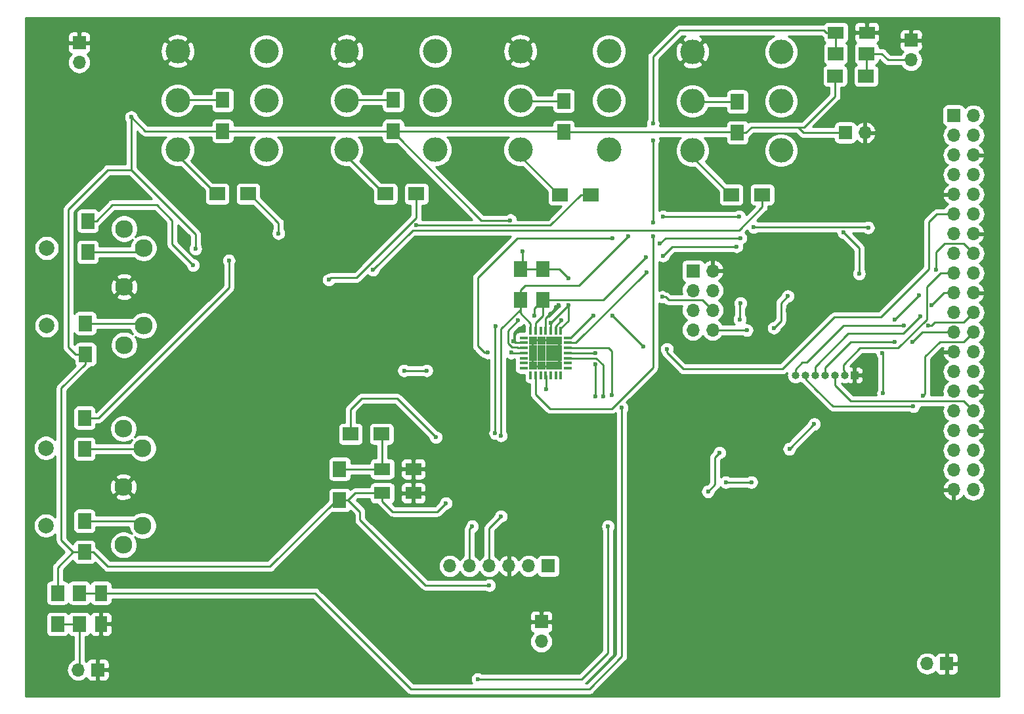
<source format=gbl>
G04 #@! TF.GenerationSoftware,KiCad,Pcbnew,(5.1.2)-2*
G04 #@! TF.CreationDate,2020-06-07T10:10:03-04:00*
G04 #@! TF.ProjectId,MidiControllerPCB,4d696469-436f-46e7-9472-6f6c6c657250,rev?*
G04 #@! TF.SameCoordinates,Original*
G04 #@! TF.FileFunction,Copper,L2,Bot*
G04 #@! TF.FilePolarity,Positive*
%FSLAX46Y46*%
G04 Gerber Fmt 4.6, Leading zero omitted, Abs format (unit mm)*
G04 Created by KiCad (PCBNEW (5.1.2)-2) date 2020-06-07 10:10:03*
%MOMM*%
%LPD*%
G04 APERTURE LIST*
%ADD10C,2.000000*%
%ADD11C,2.300000*%
%ADD12R,1.000000X0.370000*%
%ADD13R,0.370000X1.000000*%
%ADD14R,1.062500X1.062500*%
%ADD15R,1.700000X1.700000*%
%ADD16O,1.700000X1.700000*%
%ADD17R,1.700000X2.000000*%
%ADD18R,2.000000X1.700000*%
%ADD19C,3.175000*%
%ADD20R,2.000000X1.600000*%
%ADD21R,1.600000X2.000000*%
%ADD22O,1.000000X1.000000*%
%ADD23R,1.000000X1.000000*%
%ADD24C,0.600000*%
%ADD25C,0.250000*%
%ADD26C,0.254000*%
G04 APERTURE END LIST*
D10*
X99700000Y-111400000D03*
D11*
X112200000Y-121400000D03*
X109700000Y-123900000D03*
X109700000Y-116400000D03*
X109700000Y-108900000D03*
D10*
X99700000Y-121400000D03*
D11*
X112200000Y-111400000D03*
D12*
X161318750Y-101081250D03*
X161318750Y-100431250D03*
X161318750Y-99781250D03*
X161318750Y-99131250D03*
X161318750Y-98481250D03*
X161318750Y-97831250D03*
X161318750Y-97181250D03*
D13*
X162218750Y-96281250D03*
X162868750Y-96281250D03*
X163518750Y-96281250D03*
X164168750Y-96281250D03*
X164818750Y-96281250D03*
X165468750Y-96281250D03*
X166118750Y-96281250D03*
D12*
X167018750Y-97181250D03*
X167018750Y-97831250D03*
X167018750Y-98481250D03*
X167018750Y-99131250D03*
X167018750Y-99781250D03*
X167018750Y-100431250D03*
X167018750Y-101081250D03*
D13*
X166118750Y-101981250D03*
X165468750Y-101981250D03*
X164818750Y-101981250D03*
X164168750Y-101981250D03*
X163518750Y-101981250D03*
X162868750Y-101981250D03*
X162218750Y-101981250D03*
D14*
X165762500Y-97537500D03*
X165762500Y-98600000D03*
X165762500Y-99662500D03*
X165762500Y-100725000D03*
X164700000Y-97537500D03*
X164700000Y-98600000D03*
X164700000Y-99662500D03*
X164700000Y-100725000D03*
X163637500Y-97537500D03*
X163637500Y-98600000D03*
X163637500Y-99662500D03*
X163637500Y-100725000D03*
X162575000Y-97537500D03*
X162575000Y-98600000D03*
X162575000Y-99662500D03*
X162575000Y-100725000D03*
D15*
X183160000Y-88520000D03*
D16*
X185700000Y-88520000D03*
X183160000Y-91060000D03*
X185700000Y-91060000D03*
X183160000Y-93600000D03*
X185700000Y-93600000D03*
X183160000Y-96140000D03*
X185700000Y-96140000D03*
D15*
X211300000Y-58800000D03*
D16*
X211300000Y-61340000D03*
D15*
X104000000Y-59100000D03*
D16*
X104000000Y-61640000D03*
D15*
X215900000Y-139200000D03*
D16*
X213360000Y-139200000D03*
D15*
X163600000Y-133800000D03*
D16*
X163600000Y-136340000D03*
D15*
X106400000Y-140000000D03*
D16*
X103860000Y-140000000D03*
D17*
X163800000Y-88300000D03*
X163800000Y-92300000D03*
X160900000Y-88300000D03*
X160900000Y-92300000D03*
X137600000Y-118100000D03*
X137600000Y-114100000D03*
D18*
X139000000Y-109600000D03*
X143000000Y-109600000D03*
X205500000Y-63400000D03*
X201500000Y-63400000D03*
X201560000Y-60505000D03*
X205560000Y-60505000D03*
D17*
X104700000Y-107500000D03*
X104700000Y-111500000D03*
X104700000Y-120800000D03*
X104700000Y-124800000D03*
X105100000Y-82100000D03*
X105100000Y-86100000D03*
X104800000Y-95300000D03*
X104800000Y-99300000D03*
X101200000Y-134100000D03*
X101200000Y-130100000D03*
X104000000Y-130100000D03*
X104000000Y-134100000D03*
X122500000Y-66500000D03*
X122500000Y-70500000D03*
D18*
X125800000Y-78600000D03*
X121800000Y-78600000D03*
D17*
X188900000Y-70700000D03*
X188900000Y-66700000D03*
D18*
X192100000Y-78700000D03*
X188100000Y-78700000D03*
D17*
X144500000Y-70500000D03*
X144500000Y-66500000D03*
D18*
X147500000Y-78600000D03*
X143500000Y-78600000D03*
D17*
X166500000Y-70600000D03*
X166500000Y-66600000D03*
D18*
X170000000Y-78700000D03*
X166000000Y-78700000D03*
D15*
X164500000Y-126600000D03*
D16*
X161960000Y-126600000D03*
X159420000Y-126600000D03*
X156880000Y-126600000D03*
X154340000Y-126600000D03*
X151800000Y-126600000D03*
D15*
X216800000Y-68500000D03*
D16*
X219340000Y-68500000D03*
X216800000Y-71040000D03*
X219340000Y-71040000D03*
X216800000Y-73580000D03*
X219340000Y-73580000D03*
X216800000Y-76120000D03*
X219340000Y-76120000D03*
X216800000Y-78660000D03*
X219340000Y-78660000D03*
X216800000Y-81200000D03*
X219340000Y-81200000D03*
X216800000Y-83740000D03*
X219340000Y-83740000D03*
X216800000Y-86280000D03*
X219340000Y-86280000D03*
X216800000Y-88820000D03*
X219340000Y-88820000D03*
X216800000Y-91360000D03*
X219340000Y-91360000D03*
X216800000Y-93900000D03*
X219340000Y-93900000D03*
X216800000Y-96440000D03*
X219340000Y-96440000D03*
X216800000Y-98980000D03*
X219340000Y-98980000D03*
X216800000Y-101520000D03*
X219340000Y-101520000D03*
X216800000Y-104060000D03*
X219340000Y-104060000D03*
X216800000Y-106600000D03*
X219340000Y-106600000D03*
X216800000Y-109140000D03*
X219340000Y-109140000D03*
X216800000Y-111680000D03*
X219340000Y-111680000D03*
X216800000Y-114220000D03*
X219340000Y-114220000D03*
X216800000Y-116760000D03*
X219340000Y-116760000D03*
D19*
X149930000Y-66544900D03*
X138500000Y-66545000D03*
X149930000Y-72894900D03*
X149930000Y-60186100D03*
X138500000Y-60186200D03*
X138500000Y-72895000D03*
X172330000Y-66544900D03*
X160900000Y-66545000D03*
X172330000Y-72894900D03*
X172330000Y-60186100D03*
X160900000Y-60186200D03*
X160900000Y-72895000D03*
D10*
X99800000Y-85600000D03*
D11*
X112300000Y-95600000D03*
X109800000Y-98100000D03*
X109800000Y-90600000D03*
X109800000Y-83100000D03*
D10*
X99800000Y-95600000D03*
D11*
X112300000Y-85600000D03*
D19*
X128130000Y-66544900D03*
X116700000Y-66545000D03*
X128130000Y-72894900D03*
X128130000Y-60186100D03*
X116700000Y-60186200D03*
X116700000Y-72895000D03*
X194530000Y-66644900D03*
X183100000Y-66645000D03*
X194530000Y-72994900D03*
X194530000Y-60286100D03*
X183100000Y-60286200D03*
X183100000Y-72995000D03*
D15*
X202800000Y-70700000D03*
D16*
X205340000Y-70700000D03*
D20*
X147100000Y-114100000D03*
X143100000Y-114100000D03*
X147100000Y-117200000D03*
X143100000Y-117200000D03*
X201600000Y-57800000D03*
X205600000Y-57800000D03*
D21*
X106800000Y-130100000D03*
X106800000Y-134100000D03*
D22*
X196380000Y-102000000D03*
X197650000Y-102000000D03*
X198920000Y-102000000D03*
X200190000Y-102000000D03*
X201460000Y-102000000D03*
X202730000Y-102000000D03*
D23*
X204000000Y-102000000D03*
D24*
X115900000Y-103600000D03*
X118440000Y-103600000D03*
X120980000Y-103600000D03*
X123520000Y-103600000D03*
X115900000Y-106140000D03*
X118440000Y-106140000D03*
X120980000Y-106140000D03*
X115900000Y-108680000D03*
X118440000Y-108680000D03*
X120980000Y-108680000D03*
X115900000Y-111220000D03*
X118440000Y-111220000D03*
X120980000Y-111220000D03*
X115900000Y-113760000D03*
X126060000Y-103600000D03*
X128600000Y-103600000D03*
X131140000Y-103600000D03*
X133680000Y-103600000D03*
X123520000Y-106140000D03*
X126060000Y-106140000D03*
X128600000Y-106140000D03*
X131140000Y-106140000D03*
X133680000Y-106140000D03*
X123520000Y-108680000D03*
X126060000Y-108680000D03*
X128600000Y-108680000D03*
X131140000Y-108680000D03*
X133680000Y-108680000D03*
X123520000Y-111220000D03*
X126060000Y-111220000D03*
X128600000Y-111220000D03*
X131140000Y-111220000D03*
X133680000Y-111220000D03*
X118440000Y-113760000D03*
X120980000Y-113760000D03*
X123520000Y-113760000D03*
X126060000Y-113760000D03*
X128600000Y-113760000D03*
X131140000Y-113760000D03*
X115900000Y-116300000D03*
X118440000Y-116300000D03*
X120980000Y-116300000D03*
X123520000Y-116300000D03*
X126060000Y-116300000D03*
X128600000Y-116300000D03*
X131140000Y-116300000D03*
X115900000Y-118840000D03*
X118440000Y-118840000D03*
X120980000Y-118840000D03*
X123520000Y-118840000D03*
X126060000Y-118840000D03*
X128600000Y-118840000D03*
X131140000Y-118840000D03*
X133640000Y-113760000D03*
X133640000Y-116300000D03*
X133640000Y-116300000D03*
X133640000Y-118840000D03*
X133640000Y-116300000D03*
X133640000Y-118840000D03*
X115900000Y-121380000D03*
X115900000Y-123920000D03*
X118440000Y-123920000D03*
X120980000Y-123920000D03*
X123520000Y-123920000D03*
X126060000Y-123920000D03*
X118440000Y-121380000D03*
X120980000Y-121380000D03*
X123520000Y-121380000D03*
X126060000Y-121380000D03*
X128600000Y-121380000D03*
X128600000Y-123920000D03*
X131140000Y-121380000D03*
X133700000Y-123900000D03*
X136240000Y-123900000D03*
X138780000Y-123900000D03*
X141320000Y-123900000D03*
X214200000Y-57100000D03*
X216740000Y-57100000D03*
X219280000Y-57100000D03*
X221820000Y-57100000D03*
X214200000Y-59640000D03*
X216740000Y-59640000D03*
X219280000Y-59640000D03*
X221820000Y-59640000D03*
X214200000Y-62180000D03*
X216740000Y-62180000D03*
X219280000Y-62180000D03*
X221820000Y-62180000D03*
X214200000Y-64720000D03*
X216740000Y-64720000D03*
X219280000Y-64720000D03*
X221820000Y-64720000D03*
X136260000Y-121560000D03*
X138800000Y-121560000D03*
X141320000Y-126440000D03*
X141320000Y-128980000D03*
X136240000Y-126440000D03*
X136240000Y-128980000D03*
X138780000Y-126440000D03*
X138780000Y-128980000D03*
X133700000Y-126440000D03*
X133700000Y-128980000D03*
X131040000Y-126460000D03*
X131040000Y-129000000D03*
X143940000Y-126460000D03*
X143940000Y-129000000D03*
X138780000Y-131520000D03*
X141320000Y-131520000D03*
X141320000Y-134060000D03*
X143940000Y-131540000D03*
X143940000Y-134080000D03*
X143940000Y-136620000D03*
X146480000Y-131540000D03*
X149020000Y-131540000D03*
X146480000Y-134080000D03*
X149020000Y-134080000D03*
X146480000Y-136620000D03*
X149020000Y-136620000D03*
X146480000Y-139160000D03*
X149020000Y-139160000D03*
X115900000Y-131500000D03*
X118440000Y-131500000D03*
X120980000Y-131500000D03*
X123520000Y-131500000D03*
X126060000Y-131500000D03*
X128600000Y-131500000D03*
X131140000Y-131500000D03*
X133680000Y-131500000D03*
X115900000Y-134040000D03*
X118440000Y-134040000D03*
X120980000Y-134040000D03*
X123520000Y-134040000D03*
X126060000Y-134040000D03*
X128600000Y-134040000D03*
X131140000Y-134040000D03*
X133680000Y-134040000D03*
X115900000Y-136580000D03*
X118440000Y-136580000D03*
X120980000Y-136580000D03*
X123520000Y-136580000D03*
X126060000Y-136580000D03*
X128600000Y-136580000D03*
X131140000Y-136580000D03*
X133680000Y-136580000D03*
X115900000Y-139120000D03*
X118440000Y-139120000D03*
X120980000Y-139120000D03*
X123520000Y-139120000D03*
X126060000Y-139120000D03*
X128600000Y-139120000D03*
X131140000Y-139120000D03*
X133680000Y-139120000D03*
X115900000Y-141660000D03*
X118440000Y-141660000D03*
X120980000Y-141660000D03*
X123520000Y-141660000D03*
X126060000Y-141660000D03*
X128600000Y-141660000D03*
X131140000Y-141660000D03*
X133680000Y-141660000D03*
X113240000Y-131460000D03*
X113240000Y-134000000D03*
X110440000Y-131360000D03*
X110440000Y-133900000D03*
X113240000Y-136540000D03*
X113240000Y-139080000D03*
X113240000Y-141620000D03*
X110440000Y-136440000D03*
X110440000Y-138980000D03*
X110440000Y-141520000D03*
X136220000Y-141660000D03*
X136220000Y-134040000D03*
X136220000Y-139120000D03*
X136220000Y-136580000D03*
X138760000Y-139120000D03*
X138760000Y-136580000D03*
X138760000Y-141660000D03*
X141300000Y-141660000D03*
X141300000Y-139120000D03*
X143840000Y-141660000D03*
X167100000Y-131700000D03*
X169640000Y-131700000D03*
X167100000Y-134240000D03*
X169640000Y-134240000D03*
X167100000Y-136780000D03*
X169640000Y-136780000D03*
X167100000Y-139320000D03*
X165800000Y-108700000D03*
X165800000Y-111240000D03*
X165800000Y-113780000D03*
X165800000Y-116320000D03*
X165800000Y-118860000D03*
X165800000Y-121400000D03*
X123500000Y-92300000D03*
X126040000Y-92300000D03*
X128580000Y-92300000D03*
X131120000Y-92300000D03*
X133660000Y-92300000D03*
X123500000Y-94840000D03*
X126040000Y-94840000D03*
X128580000Y-94840000D03*
X131120000Y-94840000D03*
X133660000Y-94840000D03*
X123500000Y-97380000D03*
X126040000Y-97380000D03*
X128580000Y-97380000D03*
X131120000Y-97380000D03*
X133660000Y-97380000D03*
X126040000Y-99920000D03*
X128580000Y-99920000D03*
X131120000Y-99920000D03*
X133660000Y-99920000D03*
X136200000Y-94840000D03*
X136200000Y-92300000D03*
X136200000Y-99920000D03*
X136200000Y-97380000D03*
X138740000Y-99920000D03*
X138740000Y-97380000D03*
X138740000Y-94840000D03*
X141280000Y-97380000D03*
X141280000Y-99920000D03*
X143820000Y-99920000D03*
X131400000Y-85400000D03*
X133940000Y-85400000D03*
X136480000Y-85400000D03*
X139020000Y-85400000D03*
X141560000Y-85400000D03*
X141400000Y-92600000D03*
X143400000Y-92600000D03*
X143500000Y-95100000D03*
X143400000Y-90300000D03*
X145600000Y-87600000D03*
X147900000Y-85100000D03*
X150440000Y-85100000D03*
X152980000Y-85100000D03*
X147900000Y-87640000D03*
X150440000Y-87640000D03*
X152980000Y-87640000D03*
X147900000Y-90180000D03*
X150440000Y-90180000D03*
X152980000Y-90180000D03*
X147900000Y-92720000D03*
X150440000Y-92720000D03*
X152980000Y-92720000D03*
X147900000Y-95260000D03*
X150440000Y-95260000D03*
X152980000Y-95260000D03*
X147900000Y-97800000D03*
X150440000Y-97800000D03*
X152980000Y-97800000D03*
X150440000Y-100340000D03*
X152980000Y-100340000D03*
X145600000Y-90140000D03*
X145600000Y-92680000D03*
X145600000Y-95220000D03*
X145600000Y-97760000D03*
X171500000Y-108700000D03*
X171500000Y-111240000D03*
X171500000Y-113780000D03*
X171500000Y-116320000D03*
X171500000Y-118860000D03*
X177300000Y-121400000D03*
X179840000Y-121400000D03*
X182380000Y-121400000D03*
X184920000Y-121400000D03*
X177300000Y-123940000D03*
X179840000Y-123940000D03*
X182380000Y-123940000D03*
X184920000Y-123940000D03*
X177300000Y-126480000D03*
X179840000Y-126480000D03*
X182380000Y-126480000D03*
X184920000Y-126480000D03*
X177300000Y-129020000D03*
X179840000Y-129020000D03*
X182380000Y-129020000D03*
X184920000Y-129020000D03*
X177300000Y-131560000D03*
X179840000Y-131560000D03*
X182380000Y-131560000D03*
X184920000Y-131560000D03*
X177300000Y-134100000D03*
X179840000Y-134100000D03*
X182380000Y-134100000D03*
X184920000Y-134100000D03*
X177300000Y-136640000D03*
X179840000Y-136640000D03*
X182380000Y-136640000D03*
X184920000Y-136640000D03*
X187460000Y-136640000D03*
X187460000Y-131560000D03*
X187460000Y-134100000D03*
X187460000Y-126480000D03*
X187460000Y-123940000D03*
X187460000Y-129020000D03*
X190000000Y-131560000D03*
X190000000Y-129020000D03*
X190000000Y-126480000D03*
X190000000Y-134100000D03*
X190000000Y-136640000D03*
X192540000Y-134100000D03*
X192540000Y-129020000D03*
X192540000Y-131560000D03*
X192540000Y-136640000D03*
X195080000Y-136640000D03*
X195080000Y-131560000D03*
X195080000Y-134100000D03*
X197620000Y-134100000D03*
X197620000Y-136640000D03*
X200160000Y-134100000D03*
X200160000Y-136640000D03*
X202700000Y-134100000D03*
X202700000Y-136640000D03*
X205240000Y-134100000D03*
X205240000Y-136640000D03*
X207780000Y-136640000D03*
X207780000Y-134100000D03*
X177300000Y-139180000D03*
X177300000Y-141720000D03*
X179840000Y-139180000D03*
X179840000Y-141720000D03*
X184920000Y-139180000D03*
X184920000Y-141720000D03*
X182380000Y-139180000D03*
X182380000Y-141720000D03*
X192540000Y-139180000D03*
X192540000Y-141720000D03*
X195080000Y-139180000D03*
X195080000Y-141720000D03*
X197620000Y-139180000D03*
X197620000Y-141720000D03*
X190000000Y-139180000D03*
X190000000Y-141720000D03*
X207780000Y-139180000D03*
X207780000Y-141720000D03*
X205240000Y-139180000D03*
X205240000Y-141720000D03*
X200160000Y-139180000D03*
X200160000Y-141720000D03*
X202700000Y-139180000D03*
X202700000Y-141720000D03*
X187460000Y-139180000D03*
X187460000Y-141720000D03*
X133300000Y-57500000D03*
X155500000Y-57500000D03*
X177700000Y-57500000D03*
X166800000Y-57400000D03*
X144000000Y-57400000D03*
X121500000Y-57400000D03*
X111700000Y-57400000D03*
X108700000Y-57400000D03*
X108700000Y-59940000D03*
X108700000Y-62480000D03*
X111700000Y-59940000D03*
X111700000Y-62480000D03*
X111700000Y-65020000D03*
X133300000Y-60040000D03*
X133300000Y-62580000D03*
X133300000Y-65120000D03*
X133300000Y-67660000D03*
X133300000Y-72700000D03*
X155500000Y-72700000D03*
X155500000Y-60040000D03*
X155500000Y-62580000D03*
X155500000Y-65120000D03*
X155500000Y-67660000D03*
X155500000Y-75240000D03*
X155500000Y-77780000D03*
X133300000Y-75240000D03*
X133300000Y-77780000D03*
X133300000Y-80320000D03*
X199800000Y-72700000D03*
X199800000Y-75240000D03*
X199800000Y-77780000D03*
X199800000Y-80320000D03*
X204900000Y-75100000D03*
X204900000Y-77640000D03*
X204900000Y-80180000D03*
X207440000Y-75100000D03*
X207440000Y-77640000D03*
X209900000Y-75100000D03*
X209900000Y-67400000D03*
X209900000Y-70000000D03*
X209900000Y-72500000D03*
X212500000Y-72500000D03*
X212500000Y-70000000D03*
X212500000Y-67400000D03*
X201900000Y-107100000D03*
X204440000Y-107100000D03*
X206980000Y-107100000D03*
X209520000Y-107100000D03*
X201900000Y-109640000D03*
X204440000Y-109640000D03*
X206980000Y-109640000D03*
X209520000Y-109640000D03*
X204440000Y-112180000D03*
X206980000Y-112180000D03*
X212100000Y-107100000D03*
X212140000Y-109700000D03*
X156700000Y-117200000D03*
X157800000Y-117200000D03*
X158900000Y-117200000D03*
X160000000Y-117200000D03*
X160000000Y-116200000D03*
X158900000Y-116200000D03*
X157800000Y-116200000D03*
X156700000Y-116200000D03*
X156700000Y-115200000D03*
X157800000Y-115200000D03*
X158900000Y-115200000D03*
X160000000Y-115100000D03*
X160000000Y-114100000D03*
X160000000Y-114100000D03*
X158900000Y-114100000D03*
X157800000Y-114100000D03*
X156700000Y-114100000D03*
X162600000Y-100800000D03*
X163700000Y-100800000D03*
X164700000Y-100800000D03*
X165700000Y-100800000D03*
X165700000Y-99800000D03*
X164700000Y-99800000D03*
X163700000Y-99800000D03*
X162600000Y-99800000D03*
X162600000Y-98800000D03*
X163700000Y-98800000D03*
X164700000Y-98800000D03*
X165700000Y-98800000D03*
X165700000Y-97700000D03*
X164700000Y-97700000D03*
X163700000Y-97700000D03*
X162600000Y-97700000D03*
X166200000Y-94900000D03*
X160000000Y-97600000D03*
X165800000Y-93000000D03*
X163200000Y-114800000D03*
X153300000Y-113700000D03*
X191900000Y-87400000D03*
X195400000Y-93600000D03*
X202600000Y-83600000D03*
X204600000Y-88900000D03*
X159600000Y-82000000D03*
X161200000Y-86000000D03*
X110700000Y-68700000D03*
X119000000Y-85700000D03*
X167100000Y-89500000D03*
X167100000Y-93000000D03*
X151300000Y-118500000D03*
X156900000Y-129100000D03*
X155400000Y-141200000D03*
X172200000Y-121500000D03*
X185100000Y-117000000D03*
X186600000Y-112000000D03*
X160600000Y-94925000D03*
X164818750Y-95281250D03*
X195400000Y-91800000D03*
X193600000Y-95900000D03*
X190100000Y-96200000D03*
X150000000Y-110000000D03*
X158400000Y-120200000D03*
X154700000Y-121500000D03*
X158400000Y-109800000D03*
X174800000Y-84100000D03*
X179300000Y-81500000D03*
X189100000Y-81500000D03*
X191000000Y-82900000D03*
X205761942Y-82961942D03*
X157664682Y-109484864D03*
X157700000Y-95700000D03*
X162700000Y-94300000D03*
X189300000Y-84300000D03*
X178900000Y-85000000D03*
X177100000Y-86800000D03*
X170300000Y-94300000D03*
X172800000Y-94300000D03*
X176800000Y-98300000D03*
X179800000Y-98600000D03*
X188800000Y-85400000D03*
X179300000Y-86600000D03*
X177200000Y-88700000D03*
X195600000Y-111500000D03*
X198800000Y-108300000D03*
X207700000Y-104300000D03*
X207600000Y-99125000D03*
X209200000Y-94800000D03*
X212300000Y-91700000D03*
X214500000Y-88400000D03*
X174000000Y-106200000D03*
X172700000Y-104600000D03*
X170600000Y-104700000D03*
X170600000Y-100600000D03*
X170600000Y-99156250D03*
X190700000Y-115800000D03*
X187400000Y-115800000D03*
X171600000Y-104700000D03*
X145900000Y-101400000D03*
X148800000Y-101400000D03*
X164200000Y-103800000D03*
X178000000Y-69500000D03*
X178000000Y-71700000D03*
X178000000Y-82300000D03*
X178000000Y-84100000D03*
X159700000Y-99100000D03*
X156700000Y-99100000D03*
X172800000Y-84300000D03*
X179200000Y-91900000D03*
X123300000Y-87200000D03*
X118700000Y-87800000D03*
X210400000Y-95600000D03*
X213500000Y-95600000D03*
X211600000Y-106000000D03*
X212800000Y-104675000D03*
X212500000Y-94400000D03*
X213925000Y-93000000D03*
X209200000Y-97700000D03*
X211500000Y-97700000D03*
X147500000Y-82675000D03*
X136200000Y-89700000D03*
X141900000Y-88400000D03*
X129700000Y-83700000D03*
X189200000Y-94800000D03*
X189300000Y-92700000D03*
D25*
X165468750Y-96281250D02*
X165468750Y-95631250D01*
X165468750Y-95631250D02*
X166200000Y-94900000D01*
X161318750Y-97831250D02*
X160231250Y-97831250D01*
X160231250Y-97831250D02*
X160000000Y-97600000D01*
X164168750Y-96281250D02*
X164168750Y-94631250D01*
X164168750Y-94631250D02*
X165800000Y-93000000D01*
X122500000Y-70500000D02*
X144500000Y-70500000D01*
X166400000Y-70500000D02*
X166500000Y-70600000D01*
X144500000Y-70500000D02*
X166400000Y-70500000D01*
X188800000Y-70600000D02*
X188900000Y-70700000D01*
X166500000Y-70600000D02*
X188800000Y-70600000D01*
X190000000Y-70700000D02*
X190700000Y-70000000D01*
X188900000Y-70700000D02*
X190000000Y-70700000D01*
X190700000Y-70000000D02*
X196700000Y-70000000D01*
X197400000Y-70700000D02*
X202800000Y-70700000D01*
X196700000Y-70000000D02*
X197400000Y-70700000D01*
X202600000Y-83600000D02*
X204600000Y-85600000D01*
X204600000Y-85600000D02*
X204600000Y-88900000D01*
X155850000Y-82000000D02*
X159600000Y-82000000D01*
X144500000Y-70500000D02*
X144500000Y-70650000D01*
X144500000Y-70650000D02*
X155850000Y-82000000D01*
X161200000Y-88000000D02*
X160900000Y-88300000D01*
X161200000Y-86000000D02*
X161200000Y-88000000D01*
X122500000Y-70500000D02*
X121400000Y-70500000D01*
X121400000Y-70500000D02*
X112500000Y-70500000D01*
X112500000Y-70500000D02*
X110700000Y-68700000D01*
X110700000Y-68700000D02*
X110700000Y-69124264D01*
X110700000Y-69124264D02*
X110700000Y-75500000D01*
X110700000Y-75500000D02*
X119000000Y-83800000D01*
X119000000Y-83800000D02*
X119000000Y-85700000D01*
X103500000Y-99300000D02*
X104800000Y-99300000D01*
X102600000Y-98400000D02*
X103500000Y-99300000D01*
X102600000Y-80600000D02*
X102600000Y-98400000D01*
X110700000Y-75500000D02*
X107700000Y-75500000D01*
X107700000Y-75500000D02*
X102600000Y-80600000D01*
X104800000Y-100550000D02*
X101700000Y-103650000D01*
X104800000Y-99300000D02*
X104800000Y-100550000D01*
X101700000Y-103650000D02*
X101700000Y-123300000D01*
X103200000Y-124800000D02*
X104700000Y-124800000D01*
X101700000Y-123300000D02*
X103200000Y-124800000D01*
X101200000Y-126800000D02*
X103200000Y-124800000D01*
X101200000Y-130100000D02*
X101200000Y-126800000D01*
X160900000Y-88300000D02*
X163800000Y-88300000D01*
X163800000Y-88300000D02*
X165900000Y-88300000D01*
X165900000Y-88300000D02*
X167100000Y-89500000D01*
X164818750Y-95281250D02*
X164818750Y-96281250D01*
X167100000Y-93000000D02*
X164818750Y-95281250D01*
X166118750Y-95966250D02*
X167100000Y-94985000D01*
X166118750Y-96281250D02*
X166118750Y-95966250D01*
X167100000Y-94985000D02*
X167100000Y-93000000D01*
X142500000Y-117800000D02*
X143100000Y-117200000D01*
X143100000Y-118250000D02*
X144450000Y-119600000D01*
X143100000Y-117200000D02*
X143100000Y-118250000D01*
X144450000Y-119600000D02*
X150200000Y-119600000D01*
X150200000Y-119600000D02*
X151300000Y-118500000D01*
X148650000Y-129100000D02*
X156900000Y-129100000D01*
X155400000Y-141200000D02*
X155824264Y-141200000D01*
X155824264Y-141200000D02*
X168800000Y-141200000D01*
X168800000Y-141200000D02*
X172200000Y-137800000D01*
X172200000Y-137800000D02*
X172200000Y-121500000D01*
X185100000Y-117000000D02*
X186000000Y-116100000D01*
X186000000Y-116100000D02*
X186000000Y-112600000D01*
X186000000Y-112600000D02*
X186600000Y-112000000D01*
X160568750Y-98481250D02*
X160487500Y-98400000D01*
X161318750Y-98481250D02*
X160568750Y-98481250D01*
X160487500Y-98400000D02*
X159800000Y-98400000D01*
X159800000Y-98400000D02*
X159300000Y-97900000D01*
X159300000Y-97900000D02*
X159300000Y-96225000D01*
X159300000Y-96225000D02*
X160600000Y-94925000D01*
X195400000Y-91800000D02*
X194500000Y-92700000D01*
X194500000Y-92700000D02*
X194500000Y-95000000D01*
X194500000Y-95000000D02*
X193600000Y-95900000D01*
X185760000Y-96200000D02*
X185700000Y-96140000D01*
X190100000Y-96200000D02*
X185760000Y-96200000D01*
X201500000Y-66000000D02*
X201500000Y-63400000D01*
X196700000Y-70000000D02*
X197500000Y-70000000D01*
X197500000Y-70000000D02*
X201500000Y-66000000D01*
X140225000Y-120675000D02*
X148650000Y-129100000D01*
X137200000Y-118100000D02*
X137600000Y-118100000D01*
X128600000Y-126700000D02*
X137200000Y-118100000D01*
X107700000Y-126700000D02*
X128600000Y-126700000D01*
X104700000Y-124800000D02*
X105800000Y-124800000D01*
X105800000Y-124800000D02*
X107700000Y-126700000D01*
X140225000Y-120675000D02*
X140225000Y-119625000D01*
X138700000Y-118100000D02*
X137600000Y-118100000D01*
X140225000Y-119625000D02*
X138700000Y-118100000D01*
X139600000Y-117200000D02*
X138700000Y-118100000D01*
X143100000Y-117200000D02*
X139600000Y-117200000D01*
X142800000Y-113800000D02*
X143100000Y-114100000D01*
X143000000Y-114000000D02*
X143100000Y-114100000D01*
X137600000Y-114100000D02*
X143100000Y-114100000D01*
X143100000Y-109700000D02*
X143000000Y-109600000D01*
X143100000Y-114100000D02*
X143100000Y-109700000D01*
X145000000Y-105000000D02*
X150000000Y-110000000D01*
X140400000Y-105000000D02*
X145000000Y-105000000D01*
X139000000Y-109600000D02*
X139000000Y-106400000D01*
X139000000Y-106400000D02*
X140400000Y-105000000D01*
X156880000Y-126600000D02*
X156880000Y-121720000D01*
X156880000Y-121720000D02*
X158400000Y-120200000D01*
X154340000Y-126600000D02*
X154340000Y-121860000D01*
X154340000Y-121860000D02*
X154700000Y-121500000D01*
X215080000Y-88820000D02*
X216800000Y-88820000D01*
X204698960Y-98500000D02*
X209600000Y-98500000D01*
X209600000Y-98500000D02*
X213300000Y-94800000D01*
X213300000Y-94800000D02*
X213300000Y-90600000D01*
X213300000Y-90600000D02*
X215080000Y-88820000D01*
X202549480Y-100649480D02*
X204698960Y-98500000D01*
X202549480Y-100649480D02*
X202549480Y-101349480D01*
X202730000Y-101530000D02*
X202730000Y-102000000D01*
X202549480Y-101349480D02*
X202730000Y-101530000D01*
X160900000Y-92300000D02*
X160900000Y-94000000D01*
X162218750Y-95318750D02*
X162218750Y-96281250D01*
X160900000Y-94000000D02*
X162218750Y-95318750D01*
X158400000Y-98829998D02*
X158400000Y-109800000D01*
X158400000Y-96050000D02*
X158400000Y-98829998D01*
X160900000Y-92300000D02*
X160900000Y-93550000D01*
X160900000Y-93550000D02*
X158400000Y-96050000D01*
X160900000Y-91050000D02*
X161550000Y-90400000D01*
X160900000Y-92300000D02*
X160900000Y-91050000D01*
X161550000Y-90400000D02*
X168500000Y-90400000D01*
X168500000Y-90400000D02*
X174800000Y-84100000D01*
X179300000Y-81500000D02*
X189100000Y-81500000D01*
X205700000Y-82900000D02*
X205761942Y-82961942D01*
X191000000Y-82900000D02*
X205700000Y-82900000D01*
X162868750Y-96281250D02*
X162868750Y-95231250D01*
X163800000Y-94300000D02*
X163800000Y-92300000D01*
X162868750Y-95231250D02*
X163800000Y-94300000D01*
X157664682Y-109484864D02*
X157664682Y-95735318D01*
X157664682Y-95735318D02*
X157700000Y-95700000D01*
X162700000Y-93400000D02*
X163800000Y-92300000D01*
X162700000Y-94300000D02*
X162700000Y-93400000D01*
X189300000Y-84300000D02*
X179600000Y-84300000D01*
X179600000Y-84300000D02*
X178900000Y-85000000D01*
X171600000Y-92300000D02*
X163800000Y-92300000D01*
X177100000Y-86800000D02*
X171600000Y-92300000D01*
X170215000Y-94300000D02*
X170300000Y-94300000D01*
X167018750Y-97181250D02*
X167333750Y-97181250D01*
X167333750Y-97181250D02*
X170215000Y-94300000D01*
X172800000Y-94300000D02*
X176800000Y-98300000D01*
X214600000Y-81200000D02*
X216800000Y-81200000D01*
X213600000Y-82200000D02*
X214600000Y-81200000D01*
X179800000Y-99100000D02*
X181900000Y-101200000D01*
X179800000Y-98600000D02*
X179800000Y-99100000D01*
X181900000Y-101200000D02*
X194700000Y-101200000D01*
X213600000Y-88300000D02*
X213600000Y-82200000D01*
X194700000Y-101200000D02*
X201400000Y-94500000D01*
X201400000Y-94500000D02*
X207400000Y-94500000D01*
X207400000Y-94500000D02*
X213600000Y-88300000D01*
X188800000Y-85400000D02*
X180500000Y-85400000D01*
X180500000Y-85400000D02*
X179300000Y-86600000D01*
X168068750Y-97831250D02*
X167018750Y-97831250D01*
X177200000Y-88700000D02*
X168068750Y-97831250D01*
X195600000Y-111500000D02*
X198800000Y-108300000D01*
X207700000Y-104300000D02*
X207700000Y-99225000D01*
X207700000Y-99225000D02*
X207600000Y-99125000D01*
X209200000Y-94800000D02*
X212300000Y-91700000D01*
X214500000Y-88400000D02*
X214500000Y-86100000D01*
X214500000Y-86100000D02*
X215600000Y-85000000D01*
X218060000Y-85000000D02*
X219340000Y-86280000D01*
X215600000Y-85000000D02*
X218060000Y-85000000D01*
X106800000Y-130100000D02*
X123600000Y-130100000D01*
X123600000Y-130100000D02*
X134400000Y-130100000D01*
X134400000Y-130100000D02*
X146800000Y-142500000D01*
X146800000Y-142500000D02*
X169800000Y-142500000D01*
X169800000Y-142500000D02*
X174000000Y-138300000D01*
X174000000Y-138300000D02*
X174000000Y-106200000D01*
X172700000Y-104600000D02*
X172700000Y-98900000D01*
X172281250Y-98481250D02*
X167018750Y-98481250D01*
X172700000Y-98900000D02*
X172281250Y-98481250D01*
X104000000Y-130100000D02*
X106800000Y-130100000D01*
X170600000Y-104700000D02*
X170600000Y-100600000D01*
X167043750Y-99156250D02*
X167018750Y-99131250D01*
X170600000Y-99156250D02*
X167043750Y-99156250D01*
X190700000Y-115800000D02*
X187400000Y-115800000D01*
X170681250Y-99781250D02*
X167018750Y-99781250D01*
X171600000Y-104700000D02*
X171600000Y-100700000D01*
X171600000Y-100700000D02*
X170681250Y-99781250D01*
X145900000Y-101400000D02*
X148800000Y-101400000D01*
X164200000Y-102012500D02*
X164168750Y-101981250D01*
X164200000Y-103800000D02*
X164200000Y-102012500D01*
X178000000Y-71700000D02*
X178000000Y-82300000D01*
X178000000Y-84100000D02*
X178000000Y-101000000D01*
X178000000Y-101000000D02*
X172700000Y-106300000D01*
X172700000Y-106300000D02*
X164700000Y-106300000D01*
X162868750Y-104468750D02*
X162868750Y-101981250D01*
X164700000Y-106300000D02*
X162868750Y-104468750D01*
X201560000Y-57840000D02*
X201600000Y-57800000D01*
X201560000Y-60505000D02*
X201560000Y-57840000D01*
X178000000Y-60900000D02*
X178000000Y-69500000D01*
X181400000Y-57500000D02*
X178000000Y-60900000D01*
X200050000Y-57500000D02*
X181400000Y-57500000D01*
X200350000Y-57800000D02*
X200050000Y-57500000D01*
X201600000Y-57800000D02*
X200350000Y-57800000D01*
X161318750Y-99131250D02*
X159731250Y-99131250D01*
X159731250Y-99131250D02*
X159700000Y-99100000D01*
X156275736Y-99100000D02*
X155400000Y-98224264D01*
X156700000Y-99100000D02*
X156275736Y-99100000D01*
X155400000Y-98224264D02*
X155400000Y-89400000D01*
X155400000Y-89400000D02*
X160500000Y-84300000D01*
X160500000Y-84300000D02*
X172800000Y-84300000D01*
X179624264Y-91900000D02*
X180024264Y-92300000D01*
X179200000Y-91900000D02*
X179624264Y-91900000D01*
X184400000Y-92300000D02*
X185700000Y-93600000D01*
X180024264Y-92300000D02*
X184400000Y-92300000D01*
X183155000Y-66700000D02*
X183100000Y-66645000D01*
X188900000Y-66700000D02*
X183155000Y-66700000D01*
X111800000Y-86100000D02*
X112300000Y-85600000D01*
X105100000Y-86100000D02*
X111800000Y-86100000D01*
X112000000Y-95300000D02*
X112300000Y-95600000D01*
X104800000Y-95300000D02*
X112000000Y-95300000D01*
X112100000Y-111500000D02*
X112200000Y-111400000D01*
X104700000Y-111500000D02*
X112100000Y-111500000D01*
X111600000Y-120800000D02*
X112200000Y-121400000D01*
X104700000Y-120800000D02*
X111600000Y-120800000D01*
X160955000Y-66600000D02*
X160900000Y-66545000D01*
X166500000Y-66600000D02*
X160955000Y-66600000D01*
X138545000Y-66500000D02*
X138500000Y-66545000D01*
X144500000Y-66500000D02*
X138545000Y-66500000D01*
X116745000Y-66500000D02*
X116700000Y-66545000D01*
X122500000Y-66500000D02*
X116745000Y-66500000D01*
X160900000Y-73750000D02*
X160900000Y-72895000D01*
X165850000Y-78700000D02*
X160900000Y-73750000D01*
X166000000Y-78700000D02*
X165850000Y-78700000D01*
X138500000Y-73750000D02*
X138500000Y-72895000D01*
X143350000Y-78600000D02*
X138500000Y-73750000D01*
X143500000Y-78600000D02*
X143350000Y-78600000D01*
X106500000Y-107500000D02*
X104700000Y-107500000D01*
X123300000Y-87200000D02*
X123300000Y-90700000D01*
X123300000Y-90700000D02*
X106500000Y-107500000D01*
X118700000Y-87800000D02*
X116000000Y-85100000D01*
X116000000Y-85100000D02*
X116000000Y-82000000D01*
X116000000Y-82000000D02*
X114000000Y-80000000D01*
X106200000Y-82100000D02*
X105100000Y-82100000D01*
X108300000Y-80000000D02*
X106200000Y-82100000D01*
X114000000Y-80000000D02*
X108300000Y-80000000D01*
X202598960Y-95600000D02*
X210400000Y-95600000D01*
X213924264Y-95600000D02*
X214324264Y-95200000D01*
X213500000Y-95600000D02*
X213924264Y-95600000D01*
X218040000Y-95200000D02*
X219340000Y-93900000D01*
X214324264Y-95200000D02*
X218040000Y-95200000D01*
X197849480Y-100349480D02*
X202598960Y-95600000D01*
X196380000Y-102000000D02*
X196380000Y-101220000D01*
X197250520Y-100349480D02*
X197849480Y-100349480D01*
X196380000Y-101220000D02*
X197250520Y-100349480D01*
X197650000Y-102450000D02*
X197650000Y-102000000D01*
X199049480Y-103849480D02*
X197650000Y-102450000D01*
X199049480Y-103850520D02*
X199049480Y-103849480D01*
X211600000Y-106000000D02*
X201198960Y-106000000D01*
X201198960Y-106000000D02*
X199049480Y-103850520D01*
X218080000Y-97700000D02*
X219340000Y-96440000D01*
X215000000Y-97700000D02*
X218080000Y-97700000D01*
X213099999Y-99600001D02*
X215000000Y-97700000D01*
X212800000Y-104675000D02*
X213099999Y-104375001D01*
X213099999Y-104375001D02*
X213099999Y-99600001D01*
X215565000Y-91360000D02*
X216800000Y-91360000D01*
X213925000Y-93000000D02*
X215565000Y-91360000D01*
X198920000Y-100880000D02*
X198920000Y-102000000D01*
X203200000Y-96600000D02*
X198920000Y-100880000D01*
X212500000Y-94400000D02*
X210300000Y-96600000D01*
X210300000Y-96600000D02*
X203200000Y-96600000D01*
X203498960Y-97700000D02*
X209200000Y-97700000D01*
X200699480Y-100499480D02*
X203498960Y-97700000D01*
X200699480Y-100499480D02*
X200699480Y-100500520D01*
X200190000Y-101010000D02*
X200190000Y-102000000D01*
X200699480Y-100500520D02*
X200190000Y-101010000D01*
X212760000Y-96440000D02*
X216800000Y-96440000D01*
X211500000Y-97700000D02*
X212760000Y-96440000D01*
X201998960Y-103800000D02*
X202000000Y-103800000D01*
X202000000Y-103800000D02*
X203500000Y-105300000D01*
X218040000Y-105300000D02*
X219340000Y-106600000D01*
X203500000Y-105300000D02*
X218040000Y-105300000D01*
X201460000Y-102707106D02*
X201500000Y-102747106D01*
X201460000Y-102000000D02*
X201460000Y-102707106D01*
X201500000Y-103300000D02*
X202000000Y-103800000D01*
X201500000Y-102747106D02*
X201500000Y-103300000D01*
X183100000Y-73850000D02*
X183100000Y-72995000D01*
X187950000Y-78700000D02*
X183100000Y-73850000D01*
X188100000Y-78700000D02*
X187950000Y-78700000D01*
X116700000Y-73650000D02*
X116700000Y-72895000D01*
X121650000Y-78600000D02*
X116700000Y-73650000D01*
X121800000Y-78600000D02*
X121650000Y-78600000D01*
X164460002Y-82675000D02*
X147500000Y-82675000D01*
X164775000Y-82675000D02*
X164460002Y-82675000D01*
X170000000Y-78700000D02*
X168750000Y-78700000D01*
X168750000Y-78700000D02*
X164775000Y-82675000D01*
X136499999Y-89400001D02*
X139799999Y-89400001D01*
X136200000Y-89700000D02*
X136499999Y-89400001D01*
X147500000Y-81700000D02*
X147500000Y-78600000D01*
X139799999Y-89400001D02*
X147500000Y-81700000D01*
X192100000Y-80300000D02*
X192100000Y-78700000D01*
X189100000Y-83300000D02*
X192100000Y-80300000D01*
X141900000Y-88400000D02*
X147000000Y-83300000D01*
X147000000Y-83300000D02*
X189100000Y-83300000D01*
X125950000Y-78600000D02*
X125800000Y-78600000D01*
X129700000Y-82350000D02*
X125950000Y-78600000D01*
X129700000Y-83700000D02*
X129700000Y-82350000D01*
X102900000Y-134100000D02*
X101200000Y-134100000D01*
X104000000Y-134100000D02*
X102900000Y-134100000D01*
X104000000Y-139860000D02*
X103860000Y-140000000D01*
X104000000Y-134100000D02*
X104000000Y-139860000D01*
X205500000Y-60565000D02*
X205560000Y-60505000D01*
X211035000Y-61605000D02*
X211300000Y-61340000D01*
X205560000Y-63340000D02*
X205500000Y-63400000D01*
X205560000Y-60505000D02*
X205560000Y-63340000D01*
X205560000Y-60505000D02*
X207505000Y-60505000D01*
X208340000Y-61340000D02*
X211300000Y-61340000D01*
X207505000Y-60505000D02*
X208340000Y-61340000D01*
X189200000Y-94800000D02*
X189200000Y-92800000D01*
X189200000Y-92800000D02*
X189300000Y-92700000D01*
D26*
G36*
X222640001Y-143390000D02*
G01*
X97060000Y-143390000D01*
X97060000Y-133100000D01*
X99711928Y-133100000D01*
X99711928Y-135100000D01*
X99724188Y-135224482D01*
X99760498Y-135344180D01*
X99819463Y-135454494D01*
X99898815Y-135551185D01*
X99995506Y-135630537D01*
X100105820Y-135689502D01*
X100225518Y-135725812D01*
X100350000Y-135738072D01*
X102050000Y-135738072D01*
X102174482Y-135725812D01*
X102294180Y-135689502D01*
X102404494Y-135630537D01*
X102501185Y-135551185D01*
X102580537Y-135454494D01*
X102600000Y-135418082D01*
X102619463Y-135454494D01*
X102698815Y-135551185D01*
X102795506Y-135630537D01*
X102905820Y-135689502D01*
X103025518Y-135725812D01*
X103150000Y-135738072D01*
X103240000Y-135738072D01*
X103240001Y-138647573D01*
X103030986Y-138759294D01*
X102804866Y-138944866D01*
X102619294Y-139170986D01*
X102481401Y-139428966D01*
X102396487Y-139708889D01*
X102367815Y-140000000D01*
X102396487Y-140291111D01*
X102481401Y-140571034D01*
X102619294Y-140829014D01*
X102804866Y-141055134D01*
X103030986Y-141240706D01*
X103288966Y-141378599D01*
X103568889Y-141463513D01*
X103787050Y-141485000D01*
X103932950Y-141485000D01*
X104151111Y-141463513D01*
X104431034Y-141378599D01*
X104689014Y-141240706D01*
X104915134Y-141055134D01*
X104939607Y-141025313D01*
X104960498Y-141094180D01*
X105019463Y-141204494D01*
X105098815Y-141301185D01*
X105195506Y-141380537D01*
X105305820Y-141439502D01*
X105425518Y-141475812D01*
X105550000Y-141488072D01*
X106114250Y-141485000D01*
X106273000Y-141326250D01*
X106273000Y-140127000D01*
X106527000Y-140127000D01*
X106527000Y-141326250D01*
X106685750Y-141485000D01*
X107250000Y-141488072D01*
X107374482Y-141475812D01*
X107494180Y-141439502D01*
X107604494Y-141380537D01*
X107701185Y-141301185D01*
X107780537Y-141204494D01*
X107839502Y-141094180D01*
X107875812Y-140974482D01*
X107888072Y-140850000D01*
X107885000Y-140285750D01*
X107726250Y-140127000D01*
X106527000Y-140127000D01*
X106273000Y-140127000D01*
X106253000Y-140127000D01*
X106253000Y-139873000D01*
X106273000Y-139873000D01*
X106273000Y-138673750D01*
X106527000Y-138673750D01*
X106527000Y-139873000D01*
X107726250Y-139873000D01*
X107885000Y-139714250D01*
X107888072Y-139150000D01*
X107875812Y-139025518D01*
X107839502Y-138905820D01*
X107780537Y-138795506D01*
X107701185Y-138698815D01*
X107604494Y-138619463D01*
X107494180Y-138560498D01*
X107374482Y-138524188D01*
X107250000Y-138511928D01*
X106685750Y-138515000D01*
X106527000Y-138673750D01*
X106273000Y-138673750D01*
X106114250Y-138515000D01*
X105550000Y-138511928D01*
X105425518Y-138524188D01*
X105305820Y-138560498D01*
X105195506Y-138619463D01*
X105098815Y-138698815D01*
X105019463Y-138795506D01*
X104960498Y-138905820D01*
X104939607Y-138974687D01*
X104915134Y-138944866D01*
X104760000Y-138817551D01*
X104760000Y-135738072D01*
X104850000Y-135738072D01*
X104974482Y-135725812D01*
X105094180Y-135689502D01*
X105204494Y-135630537D01*
X105301185Y-135551185D01*
X105380537Y-135454494D01*
X105425000Y-135371311D01*
X105469463Y-135454494D01*
X105548815Y-135551185D01*
X105645506Y-135630537D01*
X105755820Y-135689502D01*
X105875518Y-135725812D01*
X106000000Y-135738072D01*
X106514250Y-135735000D01*
X106673000Y-135576250D01*
X106673000Y-134227000D01*
X106927000Y-134227000D01*
X106927000Y-135576250D01*
X107085750Y-135735000D01*
X107600000Y-135738072D01*
X107724482Y-135725812D01*
X107844180Y-135689502D01*
X107954494Y-135630537D01*
X108051185Y-135551185D01*
X108130537Y-135454494D01*
X108189502Y-135344180D01*
X108225812Y-135224482D01*
X108238072Y-135100000D01*
X108235000Y-134385750D01*
X108076250Y-134227000D01*
X106927000Y-134227000D01*
X106673000Y-134227000D01*
X106653000Y-134227000D01*
X106653000Y-133973000D01*
X106673000Y-133973000D01*
X106673000Y-132623750D01*
X106927000Y-132623750D01*
X106927000Y-133973000D01*
X108076250Y-133973000D01*
X108235000Y-133814250D01*
X108238072Y-133100000D01*
X108225812Y-132975518D01*
X108189502Y-132855820D01*
X108130537Y-132745506D01*
X108051185Y-132648815D01*
X107954494Y-132569463D01*
X107844180Y-132510498D01*
X107724482Y-132474188D01*
X107600000Y-132461928D01*
X107085750Y-132465000D01*
X106927000Y-132623750D01*
X106673000Y-132623750D01*
X106514250Y-132465000D01*
X106000000Y-132461928D01*
X105875518Y-132474188D01*
X105755820Y-132510498D01*
X105645506Y-132569463D01*
X105548815Y-132648815D01*
X105469463Y-132745506D01*
X105425000Y-132828689D01*
X105380537Y-132745506D01*
X105301185Y-132648815D01*
X105204494Y-132569463D01*
X105094180Y-132510498D01*
X104974482Y-132474188D01*
X104850000Y-132461928D01*
X103150000Y-132461928D01*
X103025518Y-132474188D01*
X102905820Y-132510498D01*
X102795506Y-132569463D01*
X102698815Y-132648815D01*
X102619463Y-132745506D01*
X102600000Y-132781918D01*
X102580537Y-132745506D01*
X102501185Y-132648815D01*
X102404494Y-132569463D01*
X102294180Y-132510498D01*
X102174482Y-132474188D01*
X102050000Y-132461928D01*
X100350000Y-132461928D01*
X100225518Y-132474188D01*
X100105820Y-132510498D01*
X99995506Y-132569463D01*
X99898815Y-132648815D01*
X99819463Y-132745506D01*
X99760498Y-132855820D01*
X99724188Y-132975518D01*
X99711928Y-133100000D01*
X97060000Y-133100000D01*
X97060000Y-111238967D01*
X98065000Y-111238967D01*
X98065000Y-111561033D01*
X98127832Y-111876912D01*
X98251082Y-112174463D01*
X98430013Y-112442252D01*
X98657748Y-112669987D01*
X98925537Y-112848918D01*
X99223088Y-112972168D01*
X99538967Y-113035000D01*
X99861033Y-113035000D01*
X100176912Y-112972168D01*
X100474463Y-112848918D01*
X100742252Y-112669987D01*
X100940000Y-112472239D01*
X100940001Y-120327762D01*
X100742252Y-120130013D01*
X100474463Y-119951082D01*
X100176912Y-119827832D01*
X99861033Y-119765000D01*
X99538967Y-119765000D01*
X99223088Y-119827832D01*
X98925537Y-119951082D01*
X98657748Y-120130013D01*
X98430013Y-120357748D01*
X98251082Y-120625537D01*
X98127832Y-120923088D01*
X98065000Y-121238967D01*
X98065000Y-121561033D01*
X98127832Y-121876912D01*
X98251082Y-122174463D01*
X98430013Y-122442252D01*
X98657748Y-122669987D01*
X98925537Y-122848918D01*
X99223088Y-122972168D01*
X99538967Y-123035000D01*
X99861033Y-123035000D01*
X100176912Y-122972168D01*
X100474463Y-122848918D01*
X100742252Y-122669987D01*
X100940001Y-122472238D01*
X100940001Y-123262667D01*
X100936324Y-123300000D01*
X100950998Y-123448985D01*
X100994454Y-123592246D01*
X101065026Y-123724276D01*
X101127172Y-123800000D01*
X101160000Y-123840001D01*
X101188998Y-123863799D01*
X102125198Y-124800000D01*
X100688998Y-126236201D01*
X100660000Y-126259999D01*
X100636202Y-126288997D01*
X100636201Y-126288998D01*
X100565026Y-126375724D01*
X100494454Y-126507754D01*
X100466473Y-126600000D01*
X100450998Y-126651014D01*
X100440001Y-126762667D01*
X100436324Y-126800000D01*
X100440001Y-126837332D01*
X100440000Y-128461928D01*
X100350000Y-128461928D01*
X100225518Y-128474188D01*
X100105820Y-128510498D01*
X99995506Y-128569463D01*
X99898815Y-128648815D01*
X99819463Y-128745506D01*
X99760498Y-128855820D01*
X99724188Y-128975518D01*
X99711928Y-129100000D01*
X99711928Y-131100000D01*
X99724188Y-131224482D01*
X99760498Y-131344180D01*
X99819463Y-131454494D01*
X99898815Y-131551185D01*
X99995506Y-131630537D01*
X100105820Y-131689502D01*
X100225518Y-131725812D01*
X100350000Y-131738072D01*
X102050000Y-131738072D01*
X102174482Y-131725812D01*
X102294180Y-131689502D01*
X102404494Y-131630537D01*
X102501185Y-131551185D01*
X102580537Y-131454494D01*
X102600000Y-131418082D01*
X102619463Y-131454494D01*
X102698815Y-131551185D01*
X102795506Y-131630537D01*
X102905820Y-131689502D01*
X103025518Y-131725812D01*
X103150000Y-131738072D01*
X104850000Y-131738072D01*
X104974482Y-131725812D01*
X105094180Y-131689502D01*
X105204494Y-131630537D01*
X105301185Y-131551185D01*
X105380537Y-131454494D01*
X105425000Y-131371311D01*
X105469463Y-131454494D01*
X105548815Y-131551185D01*
X105645506Y-131630537D01*
X105755820Y-131689502D01*
X105875518Y-131725812D01*
X106000000Y-131738072D01*
X107600000Y-131738072D01*
X107724482Y-131725812D01*
X107844180Y-131689502D01*
X107954494Y-131630537D01*
X108051185Y-131551185D01*
X108130537Y-131454494D01*
X108189502Y-131344180D01*
X108225812Y-131224482D01*
X108238072Y-131100000D01*
X108238072Y-130860000D01*
X134085199Y-130860000D01*
X146236201Y-143011003D01*
X146259999Y-143040001D01*
X146375724Y-143134974D01*
X146507753Y-143205546D01*
X146651014Y-143249003D01*
X146762667Y-143260000D01*
X146762676Y-143260000D01*
X146799999Y-143263676D01*
X146837322Y-143260000D01*
X169762678Y-143260000D01*
X169800000Y-143263676D01*
X169837322Y-143260000D01*
X169837333Y-143260000D01*
X169948986Y-143249003D01*
X170092247Y-143205546D01*
X170224276Y-143134974D01*
X170340001Y-143040001D01*
X170363804Y-143010997D01*
X174174801Y-139200000D01*
X211867815Y-139200000D01*
X211896487Y-139491111D01*
X211981401Y-139771034D01*
X212119294Y-140029014D01*
X212304866Y-140255134D01*
X212530986Y-140440706D01*
X212788966Y-140578599D01*
X213068889Y-140663513D01*
X213287050Y-140685000D01*
X213432950Y-140685000D01*
X213651111Y-140663513D01*
X213931034Y-140578599D01*
X214189014Y-140440706D01*
X214415134Y-140255134D01*
X214439607Y-140225313D01*
X214460498Y-140294180D01*
X214519463Y-140404494D01*
X214598815Y-140501185D01*
X214695506Y-140580537D01*
X214805820Y-140639502D01*
X214925518Y-140675812D01*
X215050000Y-140688072D01*
X215614250Y-140685000D01*
X215773000Y-140526250D01*
X215773000Y-139327000D01*
X216027000Y-139327000D01*
X216027000Y-140526250D01*
X216185750Y-140685000D01*
X216750000Y-140688072D01*
X216874482Y-140675812D01*
X216994180Y-140639502D01*
X217104494Y-140580537D01*
X217201185Y-140501185D01*
X217280537Y-140404494D01*
X217339502Y-140294180D01*
X217375812Y-140174482D01*
X217388072Y-140050000D01*
X217385000Y-139485750D01*
X217226250Y-139327000D01*
X216027000Y-139327000D01*
X215773000Y-139327000D01*
X215753000Y-139327000D01*
X215753000Y-139073000D01*
X215773000Y-139073000D01*
X215773000Y-137873750D01*
X216027000Y-137873750D01*
X216027000Y-139073000D01*
X217226250Y-139073000D01*
X217385000Y-138914250D01*
X217388072Y-138350000D01*
X217375812Y-138225518D01*
X217339502Y-138105820D01*
X217280537Y-137995506D01*
X217201185Y-137898815D01*
X217104494Y-137819463D01*
X216994180Y-137760498D01*
X216874482Y-137724188D01*
X216750000Y-137711928D01*
X216185750Y-137715000D01*
X216027000Y-137873750D01*
X215773000Y-137873750D01*
X215614250Y-137715000D01*
X215050000Y-137711928D01*
X214925518Y-137724188D01*
X214805820Y-137760498D01*
X214695506Y-137819463D01*
X214598815Y-137898815D01*
X214519463Y-137995506D01*
X214460498Y-138105820D01*
X214439607Y-138174687D01*
X214415134Y-138144866D01*
X214189014Y-137959294D01*
X213931034Y-137821401D01*
X213651111Y-137736487D01*
X213432950Y-137715000D01*
X213287050Y-137715000D01*
X213068889Y-137736487D01*
X212788966Y-137821401D01*
X212530986Y-137959294D01*
X212304866Y-138144866D01*
X212119294Y-138370986D01*
X211981401Y-138628966D01*
X211896487Y-138908889D01*
X211867815Y-139200000D01*
X174174801Y-139200000D01*
X174511004Y-138863798D01*
X174540001Y-138840001D01*
X174576517Y-138795506D01*
X174634974Y-138724277D01*
X174705546Y-138592247D01*
X174715177Y-138560498D01*
X174749003Y-138448986D01*
X174760000Y-138337333D01*
X174760000Y-138337323D01*
X174763676Y-138300000D01*
X174760000Y-138262677D01*
X174760000Y-116907911D01*
X184165000Y-116907911D01*
X184165000Y-117092089D01*
X184200932Y-117272729D01*
X184271414Y-117442889D01*
X184373738Y-117596028D01*
X184503972Y-117726262D01*
X184657111Y-117828586D01*
X184827271Y-117899068D01*
X185007911Y-117935000D01*
X185192089Y-117935000D01*
X185372729Y-117899068D01*
X185542889Y-117828586D01*
X185696028Y-117726262D01*
X185826262Y-117596028D01*
X185928586Y-117442889D01*
X185999068Y-117272729D01*
X186023153Y-117151649D01*
X186057912Y-117116890D01*
X215358524Y-117116890D01*
X215403175Y-117264099D01*
X215528359Y-117526920D01*
X215702412Y-117760269D01*
X215918645Y-117955178D01*
X216168748Y-118104157D01*
X216443109Y-118201481D01*
X216673000Y-118080814D01*
X216673000Y-116887000D01*
X215479845Y-116887000D01*
X215358524Y-117116890D01*
X186057912Y-117116890D01*
X186511004Y-116663798D01*
X186540001Y-116640001D01*
X186634974Y-116524276D01*
X186693149Y-116415439D01*
X186803972Y-116526262D01*
X186957111Y-116628586D01*
X187127271Y-116699068D01*
X187307911Y-116735000D01*
X187492089Y-116735000D01*
X187672729Y-116699068D01*
X187842889Y-116628586D01*
X187945535Y-116560000D01*
X190154465Y-116560000D01*
X190257111Y-116628586D01*
X190427271Y-116699068D01*
X190607911Y-116735000D01*
X190792089Y-116735000D01*
X190972729Y-116699068D01*
X191142889Y-116628586D01*
X191296028Y-116526262D01*
X191426262Y-116396028D01*
X191528586Y-116242889D01*
X191599068Y-116072729D01*
X191635000Y-115892089D01*
X191635000Y-115707911D01*
X191599068Y-115527271D01*
X191528586Y-115357111D01*
X191426262Y-115203972D01*
X191296028Y-115073738D01*
X191142889Y-114971414D01*
X190972729Y-114900932D01*
X190792089Y-114865000D01*
X190607911Y-114865000D01*
X190427271Y-114900932D01*
X190257111Y-114971414D01*
X190154465Y-115040000D01*
X187945535Y-115040000D01*
X187842889Y-114971414D01*
X187672729Y-114900932D01*
X187492089Y-114865000D01*
X187307911Y-114865000D01*
X187127271Y-114900932D01*
X186957111Y-114971414D01*
X186803972Y-115073738D01*
X186760000Y-115117710D01*
X186760000Y-112921491D01*
X186872729Y-112899068D01*
X187042889Y-112828586D01*
X187196028Y-112726262D01*
X187326262Y-112596028D01*
X187428586Y-112442889D01*
X187499068Y-112272729D01*
X187535000Y-112092089D01*
X187535000Y-111907911D01*
X187499068Y-111727271D01*
X187428586Y-111557111D01*
X187328894Y-111407911D01*
X194665000Y-111407911D01*
X194665000Y-111592089D01*
X194700932Y-111772729D01*
X194771414Y-111942889D01*
X194873738Y-112096028D01*
X195003972Y-112226262D01*
X195157111Y-112328586D01*
X195327271Y-112399068D01*
X195507911Y-112435000D01*
X195692089Y-112435000D01*
X195872729Y-112399068D01*
X196042889Y-112328586D01*
X196196028Y-112226262D01*
X196326262Y-112096028D01*
X196428586Y-111942889D01*
X196499068Y-111772729D01*
X196523153Y-111651649D01*
X198951650Y-109223152D01*
X199072729Y-109199068D01*
X199242889Y-109128586D01*
X199396028Y-109026262D01*
X199526262Y-108896028D01*
X199628586Y-108742889D01*
X199699068Y-108572729D01*
X199735000Y-108392089D01*
X199735000Y-108207911D01*
X199699068Y-108027271D01*
X199628586Y-107857111D01*
X199526262Y-107703972D01*
X199396028Y-107573738D01*
X199242889Y-107471414D01*
X199072729Y-107400932D01*
X198892089Y-107365000D01*
X198707911Y-107365000D01*
X198527271Y-107400932D01*
X198357111Y-107471414D01*
X198203972Y-107573738D01*
X198073738Y-107703972D01*
X197971414Y-107857111D01*
X197900932Y-108027271D01*
X197876848Y-108148350D01*
X195448351Y-110576847D01*
X195327271Y-110600932D01*
X195157111Y-110671414D01*
X195003972Y-110773738D01*
X194873738Y-110903972D01*
X194771414Y-111057111D01*
X194700932Y-111227271D01*
X194665000Y-111407911D01*
X187328894Y-111407911D01*
X187326262Y-111403972D01*
X187196028Y-111273738D01*
X187042889Y-111171414D01*
X186872729Y-111100932D01*
X186692089Y-111065000D01*
X186507911Y-111065000D01*
X186327271Y-111100932D01*
X186157111Y-111171414D01*
X186003972Y-111273738D01*
X185873738Y-111403972D01*
X185771414Y-111557111D01*
X185700932Y-111727271D01*
X185676847Y-111848351D01*
X185488998Y-112036201D01*
X185460000Y-112059999D01*
X185436202Y-112088997D01*
X185436201Y-112088998D01*
X185365026Y-112175724D01*
X185294454Y-112307754D01*
X185288135Y-112328586D01*
X185259109Y-112424277D01*
X185250998Y-112451015D01*
X185236324Y-112600000D01*
X185240001Y-112637332D01*
X185240000Y-115785198D01*
X184948351Y-116076847D01*
X184827271Y-116100932D01*
X184657111Y-116171414D01*
X184503972Y-116273738D01*
X184373738Y-116403972D01*
X184271414Y-116557111D01*
X184200932Y-116727271D01*
X184165000Y-116907911D01*
X174760000Y-116907911D01*
X174760000Y-106745535D01*
X174828586Y-106642889D01*
X174899068Y-106472729D01*
X174935000Y-106292089D01*
X174935000Y-106107911D01*
X174899068Y-105927271D01*
X174828586Y-105757111D01*
X174726262Y-105603972D01*
X174598546Y-105476256D01*
X178511003Y-101563799D01*
X178540001Y-101540001D01*
X178579192Y-101492247D01*
X178634974Y-101424277D01*
X178705546Y-101292247D01*
X178714267Y-101263497D01*
X178749003Y-101148986D01*
X178760000Y-101037333D01*
X178760000Y-101037323D01*
X178763676Y-101000000D01*
X178760000Y-100962677D01*
X178760000Y-98507911D01*
X178865000Y-98507911D01*
X178865000Y-98692089D01*
X178900932Y-98872729D01*
X178971414Y-99042889D01*
X179040948Y-99146954D01*
X179050997Y-99248986D01*
X179094454Y-99392247D01*
X179165026Y-99524276D01*
X179260000Y-99640001D01*
X179288998Y-99663799D01*
X181336205Y-101711008D01*
X181359999Y-101740001D01*
X181388992Y-101763795D01*
X181388996Y-101763799D01*
X181429193Y-101796787D01*
X181475724Y-101834974D01*
X181607753Y-101905546D01*
X181751014Y-101949003D01*
X181862667Y-101960000D01*
X181862676Y-101960000D01*
X181899999Y-101963676D01*
X181937322Y-101960000D01*
X194662678Y-101960000D01*
X194700000Y-101963676D01*
X194737322Y-101960000D01*
X194737333Y-101960000D01*
X194848986Y-101949003D01*
X194992247Y-101905546D01*
X195124276Y-101834974D01*
X195240001Y-101740001D01*
X195263804Y-101710997D01*
X195289345Y-101685456D01*
X195261423Y-101777501D01*
X195239509Y-102000000D01*
X195261423Y-102222499D01*
X195326324Y-102436447D01*
X195431716Y-102633623D01*
X195573551Y-102806449D01*
X195746377Y-102948284D01*
X195943553Y-103053676D01*
X196157501Y-103118577D01*
X196324248Y-103135000D01*
X196435752Y-103135000D01*
X196602499Y-103118577D01*
X196816447Y-103053676D01*
X197013623Y-102948284D01*
X197015000Y-102947154D01*
X197016377Y-102948284D01*
X197139056Y-103013857D01*
X198480922Y-104355724D01*
X198509479Y-104390521D01*
X198538483Y-104414324D01*
X200635161Y-106511003D01*
X200658959Y-106540001D01*
X200774684Y-106634974D01*
X200906713Y-106705546D01*
X201049974Y-106749003D01*
X201161627Y-106760000D01*
X201161635Y-106760000D01*
X201198960Y-106763676D01*
X201236285Y-106760000D01*
X211054465Y-106760000D01*
X211157111Y-106828586D01*
X211327271Y-106899068D01*
X211507911Y-106935000D01*
X211692089Y-106935000D01*
X211872729Y-106899068D01*
X212042889Y-106828586D01*
X212196028Y-106726262D01*
X212326262Y-106596028D01*
X212428586Y-106442889D01*
X212499068Y-106272729D01*
X212535000Y-106092089D01*
X212535000Y-106060000D01*
X215411987Y-106060000D01*
X215336487Y-106308889D01*
X215307815Y-106600000D01*
X215336487Y-106891111D01*
X215421401Y-107171034D01*
X215559294Y-107429014D01*
X215744866Y-107655134D01*
X215970986Y-107840706D01*
X216025791Y-107870000D01*
X215970986Y-107899294D01*
X215744866Y-108084866D01*
X215559294Y-108310986D01*
X215421401Y-108568966D01*
X215336487Y-108848889D01*
X215307815Y-109140000D01*
X215336487Y-109431111D01*
X215421401Y-109711034D01*
X215559294Y-109969014D01*
X215744866Y-110195134D01*
X215970986Y-110380706D01*
X216025791Y-110410000D01*
X215970986Y-110439294D01*
X215744866Y-110624866D01*
X215559294Y-110850986D01*
X215421401Y-111108966D01*
X215336487Y-111388889D01*
X215307815Y-111680000D01*
X215336487Y-111971111D01*
X215421401Y-112251034D01*
X215559294Y-112509014D01*
X215744866Y-112735134D01*
X215970986Y-112920706D01*
X216025791Y-112950000D01*
X215970986Y-112979294D01*
X215744866Y-113164866D01*
X215559294Y-113390986D01*
X215421401Y-113648966D01*
X215336487Y-113928889D01*
X215307815Y-114220000D01*
X215336487Y-114511111D01*
X215421401Y-114791034D01*
X215559294Y-115049014D01*
X215744866Y-115275134D01*
X215970986Y-115460706D01*
X216035523Y-115495201D01*
X215918645Y-115564822D01*
X215702412Y-115759731D01*
X215528359Y-115993080D01*
X215403175Y-116255901D01*
X215358524Y-116403110D01*
X215479845Y-116633000D01*
X216673000Y-116633000D01*
X216673000Y-116613000D01*
X216927000Y-116613000D01*
X216927000Y-116633000D01*
X216947000Y-116633000D01*
X216947000Y-116887000D01*
X216927000Y-116887000D01*
X216927000Y-118080814D01*
X217156891Y-118201481D01*
X217431252Y-118104157D01*
X217681355Y-117955178D01*
X217897588Y-117760269D01*
X218068416Y-117531244D01*
X218099294Y-117589014D01*
X218284866Y-117815134D01*
X218510986Y-118000706D01*
X218768966Y-118138599D01*
X219048889Y-118223513D01*
X219267050Y-118245000D01*
X219412950Y-118245000D01*
X219631111Y-118223513D01*
X219911034Y-118138599D01*
X220169014Y-118000706D01*
X220395134Y-117815134D01*
X220580706Y-117589014D01*
X220718599Y-117331034D01*
X220803513Y-117051111D01*
X220832185Y-116760000D01*
X220803513Y-116468889D01*
X220718599Y-116188966D01*
X220580706Y-115930986D01*
X220395134Y-115704866D01*
X220169014Y-115519294D01*
X220114209Y-115490000D01*
X220169014Y-115460706D01*
X220395134Y-115275134D01*
X220580706Y-115049014D01*
X220718599Y-114791034D01*
X220803513Y-114511111D01*
X220832185Y-114220000D01*
X220803513Y-113928889D01*
X220718599Y-113648966D01*
X220580706Y-113390986D01*
X220395134Y-113164866D01*
X220169014Y-112979294D01*
X220114209Y-112950000D01*
X220169014Y-112920706D01*
X220395134Y-112735134D01*
X220580706Y-112509014D01*
X220718599Y-112251034D01*
X220803513Y-111971111D01*
X220832185Y-111680000D01*
X220803513Y-111388889D01*
X220718599Y-111108966D01*
X220580706Y-110850986D01*
X220395134Y-110624866D01*
X220169014Y-110439294D01*
X220104477Y-110404799D01*
X220221355Y-110335178D01*
X220437588Y-110140269D01*
X220611641Y-109906920D01*
X220736825Y-109644099D01*
X220781476Y-109496890D01*
X220660155Y-109267000D01*
X219467000Y-109267000D01*
X219467000Y-109287000D01*
X219213000Y-109287000D01*
X219213000Y-109267000D01*
X219193000Y-109267000D01*
X219193000Y-109013000D01*
X219213000Y-109013000D01*
X219213000Y-108993000D01*
X219467000Y-108993000D01*
X219467000Y-109013000D01*
X220660155Y-109013000D01*
X220781476Y-108783110D01*
X220736825Y-108635901D01*
X220611641Y-108373080D01*
X220437588Y-108139731D01*
X220221355Y-107944822D01*
X220104477Y-107875201D01*
X220169014Y-107840706D01*
X220395134Y-107655134D01*
X220580706Y-107429014D01*
X220718599Y-107171034D01*
X220803513Y-106891111D01*
X220832185Y-106600000D01*
X220803513Y-106308889D01*
X220718599Y-106028966D01*
X220580706Y-105770986D01*
X220395134Y-105544866D01*
X220169014Y-105359294D01*
X220104477Y-105324799D01*
X220221355Y-105255178D01*
X220437588Y-105060269D01*
X220611641Y-104826920D01*
X220736825Y-104564099D01*
X220781476Y-104416890D01*
X220660155Y-104187000D01*
X219467000Y-104187000D01*
X219467000Y-104207000D01*
X219213000Y-104207000D01*
X219213000Y-104187000D01*
X219193000Y-104187000D01*
X219193000Y-103933000D01*
X219213000Y-103933000D01*
X219213000Y-103913000D01*
X219467000Y-103913000D01*
X219467000Y-103933000D01*
X220660155Y-103933000D01*
X220781476Y-103703110D01*
X220736825Y-103555901D01*
X220611641Y-103293080D01*
X220437588Y-103059731D01*
X220221355Y-102864822D01*
X220104477Y-102795201D01*
X220169014Y-102760706D01*
X220395134Y-102575134D01*
X220580706Y-102349014D01*
X220718599Y-102091034D01*
X220803513Y-101811111D01*
X220832185Y-101520000D01*
X220803513Y-101228889D01*
X220718599Y-100948966D01*
X220580706Y-100690986D01*
X220395134Y-100464866D01*
X220169014Y-100279294D01*
X220114209Y-100250000D01*
X220169014Y-100220706D01*
X220395134Y-100035134D01*
X220580706Y-99809014D01*
X220718599Y-99551034D01*
X220803513Y-99271111D01*
X220832185Y-98980000D01*
X220803513Y-98688889D01*
X220718599Y-98408966D01*
X220580706Y-98150986D01*
X220395134Y-97924866D01*
X220169014Y-97739294D01*
X220114209Y-97710000D01*
X220169014Y-97680706D01*
X220395134Y-97495134D01*
X220580706Y-97269014D01*
X220718599Y-97011034D01*
X220803513Y-96731111D01*
X220832185Y-96440000D01*
X220803513Y-96148889D01*
X220718599Y-95868966D01*
X220580706Y-95610986D01*
X220395134Y-95384866D01*
X220169014Y-95199294D01*
X220114209Y-95170000D01*
X220169014Y-95140706D01*
X220395134Y-94955134D01*
X220580706Y-94729014D01*
X220718599Y-94471034D01*
X220803513Y-94191111D01*
X220832185Y-93900000D01*
X220803513Y-93608889D01*
X220718599Y-93328966D01*
X220580706Y-93070986D01*
X220395134Y-92844866D01*
X220169014Y-92659294D01*
X220104477Y-92624799D01*
X220221355Y-92555178D01*
X220437588Y-92360269D01*
X220611641Y-92126920D01*
X220736825Y-91864099D01*
X220781476Y-91716890D01*
X220660155Y-91487000D01*
X219467000Y-91487000D01*
X219467000Y-91507000D01*
X219213000Y-91507000D01*
X219213000Y-91487000D01*
X219193000Y-91487000D01*
X219193000Y-91233000D01*
X219213000Y-91233000D01*
X219213000Y-91213000D01*
X219467000Y-91213000D01*
X219467000Y-91233000D01*
X220660155Y-91233000D01*
X220781476Y-91003110D01*
X220736825Y-90855901D01*
X220611641Y-90593080D01*
X220437588Y-90359731D01*
X220221355Y-90164822D01*
X220104477Y-90095201D01*
X220169014Y-90060706D01*
X220395134Y-89875134D01*
X220580706Y-89649014D01*
X220718599Y-89391034D01*
X220803513Y-89111111D01*
X220832185Y-88820000D01*
X220803513Y-88528889D01*
X220718599Y-88248966D01*
X220580706Y-87990986D01*
X220395134Y-87764866D01*
X220169014Y-87579294D01*
X220114209Y-87550000D01*
X220169014Y-87520706D01*
X220395134Y-87335134D01*
X220580706Y-87109014D01*
X220718599Y-86851034D01*
X220803513Y-86571111D01*
X220832185Y-86280000D01*
X220803513Y-85988889D01*
X220718599Y-85708966D01*
X220580706Y-85450986D01*
X220395134Y-85224866D01*
X220169014Y-85039294D01*
X220104477Y-85004799D01*
X220221355Y-84935178D01*
X220437588Y-84740269D01*
X220611641Y-84506920D01*
X220736825Y-84244099D01*
X220781476Y-84096890D01*
X220660155Y-83867000D01*
X219467000Y-83867000D01*
X219467000Y-83887000D01*
X219213000Y-83887000D01*
X219213000Y-83867000D01*
X219193000Y-83867000D01*
X219193000Y-83613000D01*
X219213000Y-83613000D01*
X219213000Y-83593000D01*
X219467000Y-83593000D01*
X219467000Y-83613000D01*
X220660155Y-83613000D01*
X220781476Y-83383110D01*
X220736825Y-83235901D01*
X220611641Y-82973080D01*
X220437588Y-82739731D01*
X220221355Y-82544822D01*
X220104477Y-82475201D01*
X220169014Y-82440706D01*
X220395134Y-82255134D01*
X220580706Y-82029014D01*
X220718599Y-81771034D01*
X220803513Y-81491111D01*
X220832185Y-81200000D01*
X220803513Y-80908889D01*
X220718599Y-80628966D01*
X220580706Y-80370986D01*
X220395134Y-80144866D01*
X220169014Y-79959294D01*
X220114209Y-79930000D01*
X220169014Y-79900706D01*
X220395134Y-79715134D01*
X220580706Y-79489014D01*
X220718599Y-79231034D01*
X220803513Y-78951111D01*
X220832185Y-78660000D01*
X220803513Y-78368889D01*
X220718599Y-78088966D01*
X220580706Y-77830986D01*
X220395134Y-77604866D01*
X220169014Y-77419294D01*
X220114209Y-77390000D01*
X220169014Y-77360706D01*
X220395134Y-77175134D01*
X220580706Y-76949014D01*
X220718599Y-76691034D01*
X220803513Y-76411111D01*
X220832185Y-76120000D01*
X220803513Y-75828889D01*
X220718599Y-75548966D01*
X220580706Y-75290986D01*
X220395134Y-75064866D01*
X220169014Y-74879294D01*
X220104477Y-74844799D01*
X220221355Y-74775178D01*
X220437588Y-74580269D01*
X220611641Y-74346920D01*
X220736825Y-74084099D01*
X220781476Y-73936890D01*
X220660155Y-73707000D01*
X219467000Y-73707000D01*
X219467000Y-73727000D01*
X219213000Y-73727000D01*
X219213000Y-73707000D01*
X219193000Y-73707000D01*
X219193000Y-73453000D01*
X219213000Y-73453000D01*
X219213000Y-73433000D01*
X219467000Y-73433000D01*
X219467000Y-73453000D01*
X220660155Y-73453000D01*
X220781476Y-73223110D01*
X220736825Y-73075901D01*
X220611641Y-72813080D01*
X220437588Y-72579731D01*
X220221355Y-72384822D01*
X220104477Y-72315201D01*
X220169014Y-72280706D01*
X220395134Y-72095134D01*
X220580706Y-71869014D01*
X220718599Y-71611034D01*
X220803513Y-71331111D01*
X220832185Y-71040000D01*
X220803513Y-70748889D01*
X220718599Y-70468966D01*
X220580706Y-70210986D01*
X220395134Y-69984866D01*
X220169014Y-69799294D01*
X220114209Y-69770000D01*
X220169014Y-69740706D01*
X220395134Y-69555134D01*
X220580706Y-69329014D01*
X220718599Y-69071034D01*
X220803513Y-68791111D01*
X220832185Y-68500000D01*
X220803513Y-68208889D01*
X220718599Y-67928966D01*
X220580706Y-67670986D01*
X220395134Y-67444866D01*
X220169014Y-67259294D01*
X219911034Y-67121401D01*
X219631111Y-67036487D01*
X219412950Y-67015000D01*
X219267050Y-67015000D01*
X219048889Y-67036487D01*
X218768966Y-67121401D01*
X218510986Y-67259294D01*
X218284866Y-67444866D01*
X218260393Y-67474687D01*
X218239502Y-67405820D01*
X218180537Y-67295506D01*
X218101185Y-67198815D01*
X218004494Y-67119463D01*
X217894180Y-67060498D01*
X217774482Y-67024188D01*
X217650000Y-67011928D01*
X215950000Y-67011928D01*
X215825518Y-67024188D01*
X215705820Y-67060498D01*
X215595506Y-67119463D01*
X215498815Y-67198815D01*
X215419463Y-67295506D01*
X215360498Y-67405820D01*
X215324188Y-67525518D01*
X215311928Y-67650000D01*
X215311928Y-69350000D01*
X215324188Y-69474482D01*
X215360498Y-69594180D01*
X215419463Y-69704494D01*
X215498815Y-69801185D01*
X215595506Y-69880537D01*
X215705820Y-69939502D01*
X215774687Y-69960393D01*
X215744866Y-69984866D01*
X215559294Y-70210986D01*
X215421401Y-70468966D01*
X215336487Y-70748889D01*
X215307815Y-71040000D01*
X215336487Y-71331111D01*
X215421401Y-71611034D01*
X215559294Y-71869014D01*
X215744866Y-72095134D01*
X215970986Y-72280706D01*
X216025791Y-72310000D01*
X215970986Y-72339294D01*
X215744866Y-72524866D01*
X215559294Y-72750986D01*
X215421401Y-73008966D01*
X215336487Y-73288889D01*
X215307815Y-73580000D01*
X215336487Y-73871111D01*
X215421401Y-74151034D01*
X215559294Y-74409014D01*
X215744866Y-74635134D01*
X215970986Y-74820706D01*
X216025791Y-74850000D01*
X215970986Y-74879294D01*
X215744866Y-75064866D01*
X215559294Y-75290986D01*
X215421401Y-75548966D01*
X215336487Y-75828889D01*
X215307815Y-76120000D01*
X215336487Y-76411111D01*
X215421401Y-76691034D01*
X215559294Y-76949014D01*
X215744866Y-77175134D01*
X215970986Y-77360706D01*
X216035523Y-77395201D01*
X215918645Y-77464822D01*
X215702412Y-77659731D01*
X215528359Y-77893080D01*
X215403175Y-78155901D01*
X215358524Y-78303110D01*
X215479845Y-78533000D01*
X216673000Y-78533000D01*
X216673000Y-78513000D01*
X216927000Y-78513000D01*
X216927000Y-78533000D01*
X216947000Y-78533000D01*
X216947000Y-78787000D01*
X216927000Y-78787000D01*
X216927000Y-78807000D01*
X216673000Y-78807000D01*
X216673000Y-78787000D01*
X215479845Y-78787000D01*
X215358524Y-79016890D01*
X215403175Y-79164099D01*
X215528359Y-79426920D01*
X215702412Y-79660269D01*
X215918645Y-79855178D01*
X216035523Y-79924799D01*
X215970986Y-79959294D01*
X215744866Y-80144866D01*
X215559294Y-80370986D01*
X215522405Y-80440000D01*
X214637333Y-80440000D01*
X214600000Y-80436323D01*
X214562667Y-80440000D01*
X214451014Y-80450997D01*
X214307753Y-80494454D01*
X214175724Y-80565026D01*
X214059999Y-80659999D01*
X214036201Y-80688997D01*
X213088998Y-81636201D01*
X213060000Y-81659999D01*
X213036202Y-81688997D01*
X213036201Y-81688998D01*
X212965026Y-81775724D01*
X212894454Y-81907754D01*
X212868825Y-81992246D01*
X212850998Y-82051014D01*
X212841150Y-82150997D01*
X212836324Y-82200000D01*
X212840001Y-82237332D01*
X212840000Y-87985198D01*
X207085199Y-93740000D01*
X201437323Y-93740000D01*
X201400000Y-93736324D01*
X201362677Y-93740000D01*
X201362667Y-93740000D01*
X201251014Y-93750997D01*
X201107753Y-93794454D01*
X200975724Y-93865026D01*
X200859999Y-93959999D01*
X200836201Y-93988997D01*
X194385199Y-100440000D01*
X182214803Y-100440000D01*
X180683973Y-98909172D01*
X180699068Y-98872729D01*
X180735000Y-98692089D01*
X180735000Y-98507911D01*
X180699068Y-98327271D01*
X180628586Y-98157111D01*
X180526262Y-98003972D01*
X180396028Y-97873738D01*
X180242889Y-97771414D01*
X180072729Y-97700932D01*
X179892089Y-97665000D01*
X179707911Y-97665000D01*
X179527271Y-97700932D01*
X179357111Y-97771414D01*
X179203972Y-97873738D01*
X179073738Y-98003972D01*
X178971414Y-98157111D01*
X178900932Y-98327271D01*
X178865000Y-98507911D01*
X178760000Y-98507911D01*
X178760000Y-92729783D01*
X178927271Y-92799068D01*
X179107911Y-92835000D01*
X179292089Y-92835000D01*
X179452545Y-92803083D01*
X179460464Y-92811002D01*
X179484263Y-92840001D01*
X179599988Y-92934974D01*
X179732017Y-93005546D01*
X179875278Y-93049003D01*
X179986931Y-93060000D01*
X179986940Y-93060000D01*
X180024263Y-93063676D01*
X180061586Y-93060000D01*
X181771987Y-93060000D01*
X181696487Y-93308889D01*
X181667815Y-93600000D01*
X181696487Y-93891111D01*
X181781401Y-94171034D01*
X181919294Y-94429014D01*
X182104866Y-94655134D01*
X182330986Y-94840706D01*
X182385791Y-94870000D01*
X182330986Y-94899294D01*
X182104866Y-95084866D01*
X181919294Y-95310986D01*
X181781401Y-95568966D01*
X181696487Y-95848889D01*
X181667815Y-96140000D01*
X181696487Y-96431111D01*
X181781401Y-96711034D01*
X181919294Y-96969014D01*
X182104866Y-97195134D01*
X182330986Y-97380706D01*
X182588966Y-97518599D01*
X182868889Y-97603513D01*
X183087050Y-97625000D01*
X183232950Y-97625000D01*
X183451111Y-97603513D01*
X183731034Y-97518599D01*
X183989014Y-97380706D01*
X184215134Y-97195134D01*
X184400706Y-96969014D01*
X184430000Y-96914209D01*
X184459294Y-96969014D01*
X184644866Y-97195134D01*
X184870986Y-97380706D01*
X185128966Y-97518599D01*
X185408889Y-97603513D01*
X185627050Y-97625000D01*
X185772950Y-97625000D01*
X185991111Y-97603513D01*
X186271034Y-97518599D01*
X186529014Y-97380706D01*
X186755134Y-97195134D01*
X186940706Y-96969014D01*
X186945524Y-96960000D01*
X189554465Y-96960000D01*
X189657111Y-97028586D01*
X189827271Y-97099068D01*
X190007911Y-97135000D01*
X190192089Y-97135000D01*
X190372729Y-97099068D01*
X190542889Y-97028586D01*
X190696028Y-96926262D01*
X190826262Y-96796028D01*
X190928586Y-96642889D01*
X190999068Y-96472729D01*
X191035000Y-96292089D01*
X191035000Y-96107911D01*
X190999068Y-95927271D01*
X190949628Y-95807911D01*
X192665000Y-95807911D01*
X192665000Y-95992089D01*
X192700932Y-96172729D01*
X192771414Y-96342889D01*
X192873738Y-96496028D01*
X193003972Y-96626262D01*
X193157111Y-96728586D01*
X193327271Y-96799068D01*
X193507911Y-96835000D01*
X193692089Y-96835000D01*
X193872729Y-96799068D01*
X194042889Y-96728586D01*
X194196028Y-96626262D01*
X194326262Y-96496028D01*
X194428586Y-96342889D01*
X194499068Y-96172729D01*
X194523153Y-96051649D01*
X195011003Y-95563799D01*
X195040001Y-95540001D01*
X195134974Y-95424276D01*
X195205546Y-95292247D01*
X195249003Y-95148986D01*
X195260000Y-95037333D01*
X195260000Y-95037324D01*
X195263676Y-95000001D01*
X195260000Y-94962678D01*
X195260000Y-93014801D01*
X195551649Y-92723153D01*
X195672729Y-92699068D01*
X195842889Y-92628586D01*
X195996028Y-92526262D01*
X196126262Y-92396028D01*
X196228586Y-92242889D01*
X196299068Y-92072729D01*
X196335000Y-91892089D01*
X196335000Y-91707911D01*
X196299068Y-91527271D01*
X196228586Y-91357111D01*
X196126262Y-91203972D01*
X195996028Y-91073738D01*
X195842889Y-90971414D01*
X195672729Y-90900932D01*
X195492089Y-90865000D01*
X195307911Y-90865000D01*
X195127271Y-90900932D01*
X194957111Y-90971414D01*
X194803972Y-91073738D01*
X194673738Y-91203972D01*
X194571414Y-91357111D01*
X194500932Y-91527271D01*
X194476847Y-91648351D01*
X193989002Y-92136197D01*
X193959999Y-92159999D01*
X193909608Y-92221401D01*
X193865026Y-92275724D01*
X193817293Y-92365026D01*
X193794454Y-92407754D01*
X193750997Y-92551015D01*
X193740000Y-92662668D01*
X193740000Y-92662678D01*
X193736324Y-92700000D01*
X193740000Y-92737323D01*
X193740001Y-94685197D01*
X193448351Y-94976847D01*
X193327271Y-95000932D01*
X193157111Y-95071414D01*
X193003972Y-95173738D01*
X192873738Y-95303972D01*
X192771414Y-95457111D01*
X192700932Y-95627271D01*
X192665000Y-95807911D01*
X190949628Y-95807911D01*
X190928586Y-95757111D01*
X190826262Y-95603972D01*
X190696028Y-95473738D01*
X190542889Y-95371414D01*
X190372729Y-95300932D01*
X190192089Y-95265000D01*
X190013812Y-95265000D01*
X190028586Y-95242889D01*
X190099068Y-95072729D01*
X190135000Y-94892089D01*
X190135000Y-94707911D01*
X190099068Y-94527271D01*
X190028586Y-94357111D01*
X189960000Y-94254465D01*
X189960000Y-93362290D01*
X190026262Y-93296028D01*
X190128586Y-93142889D01*
X190199068Y-92972729D01*
X190235000Y-92792089D01*
X190235000Y-92607911D01*
X190199068Y-92427271D01*
X190128586Y-92257111D01*
X190026262Y-92103972D01*
X189896028Y-91973738D01*
X189742889Y-91871414D01*
X189572729Y-91800932D01*
X189392089Y-91765000D01*
X189207911Y-91765000D01*
X189027271Y-91800932D01*
X188857111Y-91871414D01*
X188703972Y-91973738D01*
X188573738Y-92103972D01*
X188471414Y-92257111D01*
X188400932Y-92427271D01*
X188365000Y-92607911D01*
X188365000Y-92792089D01*
X188400932Y-92972729D01*
X188440001Y-93067050D01*
X188440000Y-94254464D01*
X188371414Y-94357111D01*
X188300932Y-94527271D01*
X188265000Y-94707911D01*
X188265000Y-94892089D01*
X188300932Y-95072729D01*
X188371414Y-95242889D01*
X188473738Y-95396028D01*
X188517710Y-95440000D01*
X187009665Y-95440000D01*
X186940706Y-95310986D01*
X186755134Y-95084866D01*
X186529014Y-94899294D01*
X186474209Y-94870000D01*
X186529014Y-94840706D01*
X186755134Y-94655134D01*
X186940706Y-94429014D01*
X187078599Y-94171034D01*
X187163513Y-93891111D01*
X187192185Y-93600000D01*
X187163513Y-93308889D01*
X187078599Y-93028966D01*
X186940706Y-92770986D01*
X186755134Y-92544866D01*
X186529014Y-92359294D01*
X186474209Y-92330000D01*
X186529014Y-92300706D01*
X186755134Y-92115134D01*
X186940706Y-91889014D01*
X187078599Y-91631034D01*
X187163513Y-91351111D01*
X187192185Y-91060000D01*
X187163513Y-90768889D01*
X187078599Y-90488966D01*
X186940706Y-90230986D01*
X186755134Y-90004866D01*
X186529014Y-89819294D01*
X186464477Y-89784799D01*
X186581355Y-89715178D01*
X186797588Y-89520269D01*
X186971641Y-89286920D01*
X187096825Y-89024099D01*
X187141476Y-88876890D01*
X187020155Y-88647000D01*
X185827000Y-88647000D01*
X185827000Y-88667000D01*
X185573000Y-88667000D01*
X185573000Y-88647000D01*
X185553000Y-88647000D01*
X185553000Y-88393000D01*
X185573000Y-88393000D01*
X185573000Y-87199186D01*
X185827000Y-87199186D01*
X185827000Y-88393000D01*
X187020155Y-88393000D01*
X187141476Y-88163110D01*
X187096825Y-88015901D01*
X186971641Y-87753080D01*
X186797588Y-87519731D01*
X186581355Y-87324822D01*
X186331252Y-87175843D01*
X186056891Y-87078519D01*
X185827000Y-87199186D01*
X185573000Y-87199186D01*
X185343109Y-87078519D01*
X185068748Y-87175843D01*
X184818645Y-87324822D01*
X184622498Y-87501626D01*
X184599502Y-87425820D01*
X184540537Y-87315506D01*
X184461185Y-87218815D01*
X184364494Y-87139463D01*
X184254180Y-87080498D01*
X184134482Y-87044188D01*
X184010000Y-87031928D01*
X182310000Y-87031928D01*
X182185518Y-87044188D01*
X182065820Y-87080498D01*
X181955506Y-87139463D01*
X181858815Y-87218815D01*
X181779463Y-87315506D01*
X181720498Y-87425820D01*
X181684188Y-87545518D01*
X181671928Y-87670000D01*
X181671928Y-89370000D01*
X181684188Y-89494482D01*
X181720498Y-89614180D01*
X181779463Y-89724494D01*
X181858815Y-89821185D01*
X181955506Y-89900537D01*
X182065820Y-89959502D01*
X182134687Y-89980393D01*
X182104866Y-90004866D01*
X181919294Y-90230986D01*
X181781401Y-90488966D01*
X181696487Y-90768889D01*
X181667815Y-91060000D01*
X181696487Y-91351111D01*
X181753786Y-91540000D01*
X180339065Y-91540000D01*
X180188067Y-91389002D01*
X180164265Y-91359999D01*
X180048540Y-91265026D01*
X179916511Y-91194454D01*
X179773250Y-91150997D01*
X179760048Y-91149697D01*
X179642889Y-91071414D01*
X179472729Y-91000932D01*
X179292089Y-90965000D01*
X179107911Y-90965000D01*
X178927271Y-91000932D01*
X178760000Y-91070217D01*
X178760000Y-87363699D01*
X178857111Y-87428586D01*
X179027271Y-87499068D01*
X179207911Y-87535000D01*
X179392089Y-87535000D01*
X179572729Y-87499068D01*
X179742889Y-87428586D01*
X179896028Y-87326262D01*
X180026262Y-87196028D01*
X180128586Y-87042889D01*
X180199068Y-86872729D01*
X180223153Y-86751649D01*
X180814802Y-86160000D01*
X188254465Y-86160000D01*
X188357111Y-86228586D01*
X188527271Y-86299068D01*
X188707911Y-86335000D01*
X188892089Y-86335000D01*
X189072729Y-86299068D01*
X189242889Y-86228586D01*
X189396028Y-86126262D01*
X189526262Y-85996028D01*
X189628586Y-85842889D01*
X189699068Y-85672729D01*
X189735000Y-85492089D01*
X189735000Y-85307911D01*
X189702645Y-85145255D01*
X189742889Y-85128586D01*
X189896028Y-85026262D01*
X190026262Y-84896028D01*
X190128586Y-84742889D01*
X190199068Y-84572729D01*
X190235000Y-84392089D01*
X190235000Y-84207911D01*
X190199068Y-84027271D01*
X190128586Y-83857111D01*
X190026262Y-83703972D01*
X189898546Y-83576256D01*
X190159844Y-83314957D01*
X190171414Y-83342889D01*
X190273738Y-83496028D01*
X190403972Y-83626262D01*
X190557111Y-83728586D01*
X190727271Y-83799068D01*
X190907911Y-83835000D01*
X191092089Y-83835000D01*
X191272729Y-83799068D01*
X191442889Y-83728586D01*
X191545535Y-83660000D01*
X201665000Y-83660000D01*
X201665000Y-83692089D01*
X201700932Y-83872729D01*
X201771414Y-84042889D01*
X201873738Y-84196028D01*
X202003972Y-84326262D01*
X202157111Y-84428586D01*
X202327271Y-84499068D01*
X202448352Y-84523153D01*
X203840000Y-85914802D01*
X203840001Y-88354463D01*
X203771414Y-88457111D01*
X203700932Y-88627271D01*
X203665000Y-88807911D01*
X203665000Y-88992089D01*
X203700932Y-89172729D01*
X203771414Y-89342889D01*
X203873738Y-89496028D01*
X204003972Y-89626262D01*
X204157111Y-89728586D01*
X204327271Y-89799068D01*
X204507911Y-89835000D01*
X204692089Y-89835000D01*
X204872729Y-89799068D01*
X205042889Y-89728586D01*
X205196028Y-89626262D01*
X205326262Y-89496028D01*
X205428586Y-89342889D01*
X205499068Y-89172729D01*
X205535000Y-88992089D01*
X205535000Y-88807911D01*
X205499068Y-88627271D01*
X205428586Y-88457111D01*
X205360000Y-88354465D01*
X205360000Y-85637322D01*
X205363676Y-85599999D01*
X205360000Y-85562676D01*
X205360000Y-85562667D01*
X205349003Y-85451014D01*
X205305546Y-85307753D01*
X205278477Y-85257111D01*
X205234974Y-85175723D01*
X205163799Y-85088997D01*
X205140001Y-85059999D01*
X205111003Y-85036201D01*
X203734801Y-83660000D01*
X205137710Y-83660000D01*
X205165914Y-83688204D01*
X205319053Y-83790528D01*
X205489213Y-83861010D01*
X205669853Y-83896942D01*
X205854031Y-83896942D01*
X206034671Y-83861010D01*
X206204831Y-83790528D01*
X206357970Y-83688204D01*
X206488204Y-83557970D01*
X206590528Y-83404831D01*
X206661010Y-83234671D01*
X206696942Y-83054031D01*
X206696942Y-82869853D01*
X206661010Y-82689213D01*
X206590528Y-82519053D01*
X206488204Y-82365914D01*
X206357970Y-82235680D01*
X206204831Y-82133356D01*
X206034671Y-82062874D01*
X205854031Y-82026942D01*
X205669853Y-82026942D01*
X205489213Y-82062874D01*
X205319053Y-82133356D01*
X205309110Y-82140000D01*
X191545535Y-82140000D01*
X191442889Y-82071414D01*
X191414957Y-82059844D01*
X192611004Y-80863798D01*
X192640001Y-80840001D01*
X192734974Y-80724276D01*
X192805546Y-80592247D01*
X192849003Y-80448986D01*
X192860000Y-80337333D01*
X192860000Y-80337325D01*
X192863676Y-80300000D01*
X192860000Y-80262675D01*
X192860000Y-80188072D01*
X193100000Y-80188072D01*
X193224482Y-80175812D01*
X193344180Y-80139502D01*
X193454494Y-80080537D01*
X193551185Y-80001185D01*
X193630537Y-79904494D01*
X193689502Y-79794180D01*
X193725812Y-79674482D01*
X193738072Y-79550000D01*
X193738072Y-77850000D01*
X193725812Y-77725518D01*
X193689502Y-77605820D01*
X193630537Y-77495506D01*
X193551185Y-77398815D01*
X193454494Y-77319463D01*
X193344180Y-77260498D01*
X193224482Y-77224188D01*
X193100000Y-77211928D01*
X191100000Y-77211928D01*
X190975518Y-77224188D01*
X190855820Y-77260498D01*
X190745506Y-77319463D01*
X190648815Y-77398815D01*
X190569463Y-77495506D01*
X190510498Y-77605820D01*
X190474188Y-77725518D01*
X190461928Y-77850000D01*
X190461928Y-79550000D01*
X190474188Y-79674482D01*
X190510498Y-79794180D01*
X190569463Y-79904494D01*
X190648815Y-80001185D01*
X190745506Y-80080537D01*
X190855820Y-80139502D01*
X190975518Y-80175812D01*
X191100000Y-80188072D01*
X191137126Y-80188072D01*
X190015470Y-81309728D01*
X189999068Y-81227271D01*
X189928586Y-81057111D01*
X189826262Y-80903972D01*
X189696028Y-80773738D01*
X189542889Y-80671414D01*
X189372729Y-80600932D01*
X189192089Y-80565000D01*
X189007911Y-80565000D01*
X188827271Y-80600932D01*
X188657111Y-80671414D01*
X188554465Y-80740000D01*
X179845535Y-80740000D01*
X179742889Y-80671414D01*
X179572729Y-80600932D01*
X179392089Y-80565000D01*
X179207911Y-80565000D01*
X179027271Y-80600932D01*
X178857111Y-80671414D01*
X178760000Y-80736301D01*
X178760000Y-72245535D01*
X178828586Y-72142889D01*
X178899068Y-71972729D01*
X178935000Y-71792089D01*
X178935000Y-71607911D01*
X178899068Y-71427271D01*
X178871204Y-71360000D01*
X181591910Y-71360000D01*
X181373671Y-71578239D01*
X181130446Y-71942251D01*
X180962909Y-72346721D01*
X180877500Y-72776103D01*
X180877500Y-73213897D01*
X180962909Y-73643279D01*
X181130446Y-74047749D01*
X181373671Y-74411761D01*
X181683239Y-74721329D01*
X182047251Y-74964554D01*
X182451721Y-75132091D01*
X182881103Y-75217500D01*
X183318897Y-75217500D01*
X183380454Y-75205256D01*
X186461928Y-78286730D01*
X186461928Y-79550000D01*
X186474188Y-79674482D01*
X186510498Y-79794180D01*
X186569463Y-79904494D01*
X186648815Y-80001185D01*
X186745506Y-80080537D01*
X186855820Y-80139502D01*
X186975518Y-80175812D01*
X187100000Y-80188072D01*
X189100000Y-80188072D01*
X189224482Y-80175812D01*
X189344180Y-80139502D01*
X189454494Y-80080537D01*
X189551185Y-80001185D01*
X189630537Y-79904494D01*
X189689502Y-79794180D01*
X189725812Y-79674482D01*
X189738072Y-79550000D01*
X189738072Y-77850000D01*
X189725812Y-77725518D01*
X189689502Y-77605820D01*
X189630537Y-77495506D01*
X189551185Y-77398815D01*
X189454494Y-77319463D01*
X189344180Y-77260498D01*
X189224482Y-77224188D01*
X189100000Y-77211928D01*
X187536730Y-77211928D01*
X184781446Y-74456644D01*
X184826329Y-74411761D01*
X185069554Y-74047749D01*
X185237091Y-73643279D01*
X185322500Y-73213897D01*
X185322500Y-72776103D01*
X185322481Y-72776003D01*
X192307500Y-72776003D01*
X192307500Y-73213797D01*
X192392909Y-73643179D01*
X192560446Y-74047649D01*
X192803671Y-74411661D01*
X193113239Y-74721229D01*
X193477251Y-74964454D01*
X193881721Y-75131991D01*
X194311103Y-75217400D01*
X194748897Y-75217400D01*
X195178279Y-75131991D01*
X195582749Y-74964454D01*
X195946761Y-74721229D01*
X196256329Y-74411661D01*
X196499554Y-74047649D01*
X196667091Y-73643179D01*
X196752500Y-73213797D01*
X196752500Y-72776003D01*
X196667091Y-72346621D01*
X196499554Y-71942151D01*
X196256329Y-71578139D01*
X195946761Y-71268571D01*
X195582749Y-71025346D01*
X195178279Y-70857809D01*
X194748897Y-70772400D01*
X194311103Y-70772400D01*
X193881721Y-70857809D01*
X193477251Y-71025346D01*
X193113239Y-71268571D01*
X192803671Y-71578139D01*
X192560446Y-71942151D01*
X192392909Y-72346621D01*
X192307500Y-72776003D01*
X185322481Y-72776003D01*
X185237091Y-72346721D01*
X185069554Y-71942251D01*
X184826329Y-71578239D01*
X184608090Y-71360000D01*
X187411928Y-71360000D01*
X187411928Y-71700000D01*
X187424188Y-71824482D01*
X187460498Y-71944180D01*
X187519463Y-72054494D01*
X187598815Y-72151185D01*
X187695506Y-72230537D01*
X187805820Y-72289502D01*
X187925518Y-72325812D01*
X188050000Y-72338072D01*
X189750000Y-72338072D01*
X189874482Y-72325812D01*
X189994180Y-72289502D01*
X190104494Y-72230537D01*
X190201185Y-72151185D01*
X190280537Y-72054494D01*
X190339502Y-71944180D01*
X190375812Y-71824482D01*
X190388072Y-71700000D01*
X190388072Y-71354326D01*
X190424276Y-71334974D01*
X190540001Y-71240001D01*
X190563803Y-71210998D01*
X191014802Y-70760000D01*
X196385198Y-70760000D01*
X196836205Y-71211008D01*
X196859999Y-71240001D01*
X196888992Y-71263795D01*
X196888996Y-71263799D01*
X196939866Y-71305546D01*
X196975724Y-71334974D01*
X197107753Y-71405546D01*
X197251014Y-71449003D01*
X197362667Y-71460000D01*
X197362676Y-71460000D01*
X197399999Y-71463676D01*
X197437322Y-71460000D01*
X201311928Y-71460000D01*
X201311928Y-71550000D01*
X201324188Y-71674482D01*
X201360498Y-71794180D01*
X201419463Y-71904494D01*
X201498815Y-72001185D01*
X201595506Y-72080537D01*
X201705820Y-72139502D01*
X201825518Y-72175812D01*
X201950000Y-72188072D01*
X203650000Y-72188072D01*
X203774482Y-72175812D01*
X203894180Y-72139502D01*
X204004494Y-72080537D01*
X204101185Y-72001185D01*
X204180537Y-71904494D01*
X204239502Y-71794180D01*
X204263966Y-71713534D01*
X204339731Y-71797588D01*
X204573080Y-71971641D01*
X204835901Y-72096825D01*
X204983110Y-72141476D01*
X205213000Y-72020155D01*
X205213000Y-70827000D01*
X205467000Y-70827000D01*
X205467000Y-72020155D01*
X205696890Y-72141476D01*
X205844099Y-72096825D01*
X206106920Y-71971641D01*
X206340269Y-71797588D01*
X206535178Y-71581355D01*
X206684157Y-71331252D01*
X206781481Y-71056891D01*
X206660814Y-70827000D01*
X205467000Y-70827000D01*
X205213000Y-70827000D01*
X205193000Y-70827000D01*
X205193000Y-70573000D01*
X205213000Y-70573000D01*
X205213000Y-69379845D01*
X205467000Y-69379845D01*
X205467000Y-70573000D01*
X206660814Y-70573000D01*
X206781481Y-70343109D01*
X206684157Y-70068748D01*
X206535178Y-69818645D01*
X206340269Y-69602412D01*
X206106920Y-69428359D01*
X205844099Y-69303175D01*
X205696890Y-69258524D01*
X205467000Y-69379845D01*
X205213000Y-69379845D01*
X204983110Y-69258524D01*
X204835901Y-69303175D01*
X204573080Y-69428359D01*
X204339731Y-69602412D01*
X204263966Y-69686466D01*
X204239502Y-69605820D01*
X204180537Y-69495506D01*
X204101185Y-69398815D01*
X204004494Y-69319463D01*
X203894180Y-69260498D01*
X203774482Y-69224188D01*
X203650000Y-69211928D01*
X201950000Y-69211928D01*
X201825518Y-69224188D01*
X201705820Y-69260498D01*
X201595506Y-69319463D01*
X201498815Y-69398815D01*
X201419463Y-69495506D01*
X201360498Y-69605820D01*
X201324188Y-69725518D01*
X201311928Y-69850000D01*
X201311928Y-69940000D01*
X198634801Y-69940000D01*
X202011004Y-66563798D01*
X202040001Y-66540001D01*
X202134974Y-66424276D01*
X202205546Y-66292247D01*
X202249003Y-66148986D01*
X202260000Y-66037333D01*
X202260000Y-66037324D01*
X202263676Y-66000001D01*
X202260000Y-65962678D01*
X202260000Y-64888072D01*
X202500000Y-64888072D01*
X202624482Y-64875812D01*
X202744180Y-64839502D01*
X202854494Y-64780537D01*
X202951185Y-64701185D01*
X203030537Y-64604494D01*
X203089502Y-64494180D01*
X203125812Y-64374482D01*
X203138072Y-64250000D01*
X203138072Y-62550000D01*
X203861928Y-62550000D01*
X203861928Y-64250000D01*
X203874188Y-64374482D01*
X203910498Y-64494180D01*
X203969463Y-64604494D01*
X204048815Y-64701185D01*
X204145506Y-64780537D01*
X204255820Y-64839502D01*
X204375518Y-64875812D01*
X204500000Y-64888072D01*
X206500000Y-64888072D01*
X206624482Y-64875812D01*
X206744180Y-64839502D01*
X206854494Y-64780537D01*
X206951185Y-64701185D01*
X207030537Y-64604494D01*
X207089502Y-64494180D01*
X207125812Y-64374482D01*
X207138072Y-64250000D01*
X207138072Y-62550000D01*
X207125812Y-62425518D01*
X207089502Y-62305820D01*
X207030537Y-62195506D01*
X206951185Y-62098815D01*
X206854494Y-62019463D01*
X206746811Y-61961905D01*
X206804180Y-61944502D01*
X206914494Y-61885537D01*
X207011185Y-61806185D01*
X207090537Y-61709494D01*
X207149502Y-61599180D01*
X207185812Y-61479482D01*
X207198072Y-61355000D01*
X207198072Y-61272873D01*
X207776201Y-61851002D01*
X207799999Y-61880001D01*
X207915724Y-61974974D01*
X208047753Y-62045546D01*
X208191014Y-62089003D01*
X208302667Y-62100000D01*
X208302676Y-62100000D01*
X208339999Y-62103676D01*
X208377322Y-62100000D01*
X210022405Y-62100000D01*
X210059294Y-62169014D01*
X210244866Y-62395134D01*
X210470986Y-62580706D01*
X210728966Y-62718599D01*
X211008889Y-62803513D01*
X211227050Y-62825000D01*
X211372950Y-62825000D01*
X211591111Y-62803513D01*
X211871034Y-62718599D01*
X212129014Y-62580706D01*
X212355134Y-62395134D01*
X212540706Y-62169014D01*
X212678599Y-61911034D01*
X212763513Y-61631111D01*
X212792185Y-61340000D01*
X212763513Y-61048889D01*
X212678599Y-60768966D01*
X212540706Y-60510986D01*
X212355134Y-60284866D01*
X212325313Y-60260393D01*
X212394180Y-60239502D01*
X212504494Y-60180537D01*
X212601185Y-60101185D01*
X212680537Y-60004494D01*
X212739502Y-59894180D01*
X212775812Y-59774482D01*
X212788072Y-59650000D01*
X212785000Y-59085750D01*
X212626250Y-58927000D01*
X211427000Y-58927000D01*
X211427000Y-58947000D01*
X211173000Y-58947000D01*
X211173000Y-58927000D01*
X209973750Y-58927000D01*
X209815000Y-59085750D01*
X209811928Y-59650000D01*
X209824188Y-59774482D01*
X209860498Y-59894180D01*
X209919463Y-60004494D01*
X209998815Y-60101185D01*
X210095506Y-60180537D01*
X210205820Y-60239502D01*
X210274687Y-60260393D01*
X210244866Y-60284866D01*
X210059294Y-60510986D01*
X210022405Y-60580000D01*
X208654802Y-60580000D01*
X208068803Y-59994002D01*
X208045001Y-59964999D01*
X207929276Y-59870026D01*
X207797247Y-59799454D01*
X207653986Y-59755997D01*
X207542333Y-59745000D01*
X207542322Y-59745000D01*
X207505000Y-59741324D01*
X207467678Y-59745000D01*
X207198072Y-59745000D01*
X207198072Y-59655000D01*
X207185812Y-59530518D01*
X207149502Y-59410820D01*
X207090537Y-59300506D01*
X207011185Y-59203815D01*
X206934753Y-59141089D01*
X206954494Y-59130537D01*
X207051185Y-59051185D01*
X207130537Y-58954494D01*
X207189502Y-58844180D01*
X207225812Y-58724482D01*
X207238072Y-58600000D01*
X207235000Y-58085750D01*
X207099250Y-57950000D01*
X209811928Y-57950000D01*
X209815000Y-58514250D01*
X209973750Y-58673000D01*
X211173000Y-58673000D01*
X211173000Y-57473750D01*
X211427000Y-57473750D01*
X211427000Y-58673000D01*
X212626250Y-58673000D01*
X212785000Y-58514250D01*
X212788072Y-57950000D01*
X212775812Y-57825518D01*
X212739502Y-57705820D01*
X212680537Y-57595506D01*
X212601185Y-57498815D01*
X212504494Y-57419463D01*
X212394180Y-57360498D01*
X212274482Y-57324188D01*
X212150000Y-57311928D01*
X211585750Y-57315000D01*
X211427000Y-57473750D01*
X211173000Y-57473750D01*
X211014250Y-57315000D01*
X210450000Y-57311928D01*
X210325518Y-57324188D01*
X210205820Y-57360498D01*
X210095506Y-57419463D01*
X209998815Y-57498815D01*
X209919463Y-57595506D01*
X209860498Y-57705820D01*
X209824188Y-57825518D01*
X209811928Y-57950000D01*
X207099250Y-57950000D01*
X207076250Y-57927000D01*
X205727000Y-57927000D01*
X205727000Y-57947000D01*
X205473000Y-57947000D01*
X205473000Y-57927000D01*
X204123750Y-57927000D01*
X203965000Y-58085750D01*
X203961928Y-58600000D01*
X203974188Y-58724482D01*
X204010498Y-58844180D01*
X204069463Y-58954494D01*
X204148815Y-59051185D01*
X204225247Y-59113911D01*
X204205506Y-59124463D01*
X204108815Y-59203815D01*
X204029463Y-59300506D01*
X203970498Y-59410820D01*
X203934188Y-59530518D01*
X203921928Y-59655000D01*
X203921928Y-61355000D01*
X203934188Y-61479482D01*
X203970498Y-61599180D01*
X204029463Y-61709494D01*
X204108815Y-61806185D01*
X204205506Y-61885537D01*
X204313189Y-61943095D01*
X204255820Y-61960498D01*
X204145506Y-62019463D01*
X204048815Y-62098815D01*
X203969463Y-62195506D01*
X203910498Y-62305820D01*
X203874188Y-62425518D01*
X203861928Y-62550000D01*
X203138072Y-62550000D01*
X203125812Y-62425518D01*
X203089502Y-62305820D01*
X203030537Y-62195506D01*
X202951185Y-62098815D01*
X202854494Y-62019463D01*
X202746811Y-61961905D01*
X202804180Y-61944502D01*
X202914494Y-61885537D01*
X203011185Y-61806185D01*
X203090537Y-61709494D01*
X203149502Y-61599180D01*
X203185812Y-61479482D01*
X203198072Y-61355000D01*
X203198072Y-59655000D01*
X203185812Y-59530518D01*
X203149502Y-59410820D01*
X203090537Y-59300506D01*
X203011185Y-59203815D01*
X202934753Y-59141089D01*
X202954494Y-59130537D01*
X203051185Y-59051185D01*
X203130537Y-58954494D01*
X203189502Y-58844180D01*
X203225812Y-58724482D01*
X203238072Y-58600000D01*
X203238072Y-57000000D01*
X203961928Y-57000000D01*
X203965000Y-57514250D01*
X204123750Y-57673000D01*
X205473000Y-57673000D01*
X205473000Y-56523750D01*
X205727000Y-56523750D01*
X205727000Y-57673000D01*
X207076250Y-57673000D01*
X207235000Y-57514250D01*
X207238072Y-57000000D01*
X207225812Y-56875518D01*
X207189502Y-56755820D01*
X207130537Y-56645506D01*
X207051185Y-56548815D01*
X206954494Y-56469463D01*
X206844180Y-56410498D01*
X206724482Y-56374188D01*
X206600000Y-56361928D01*
X205885750Y-56365000D01*
X205727000Y-56523750D01*
X205473000Y-56523750D01*
X205314250Y-56365000D01*
X204600000Y-56361928D01*
X204475518Y-56374188D01*
X204355820Y-56410498D01*
X204245506Y-56469463D01*
X204148815Y-56548815D01*
X204069463Y-56645506D01*
X204010498Y-56755820D01*
X203974188Y-56875518D01*
X203961928Y-57000000D01*
X203238072Y-57000000D01*
X203225812Y-56875518D01*
X203189502Y-56755820D01*
X203130537Y-56645506D01*
X203051185Y-56548815D01*
X202954494Y-56469463D01*
X202844180Y-56410498D01*
X202724482Y-56374188D01*
X202600000Y-56361928D01*
X200600000Y-56361928D01*
X200475518Y-56374188D01*
X200355820Y-56410498D01*
X200245506Y-56469463D01*
X200148815Y-56548815D01*
X200069463Y-56645506D01*
X200019303Y-56739347D01*
X200012678Y-56740000D01*
X181437322Y-56740000D01*
X181399999Y-56736324D01*
X181362676Y-56740000D01*
X181362667Y-56740000D01*
X181251014Y-56750997D01*
X181107753Y-56794454D01*
X180975723Y-56865026D01*
X180962939Y-56875518D01*
X180859999Y-56959999D01*
X180836201Y-56988997D01*
X177489003Y-60336196D01*
X177459999Y-60359999D01*
X177414028Y-60416015D01*
X177365026Y-60475724D01*
X177311254Y-60576323D01*
X177294454Y-60607754D01*
X177250997Y-60751015D01*
X177240000Y-60862668D01*
X177240000Y-60862678D01*
X177236324Y-60900000D01*
X177240000Y-60937322D01*
X177240001Y-68954463D01*
X177171414Y-69057111D01*
X177100932Y-69227271D01*
X177065000Y-69407911D01*
X177065000Y-69592089D01*
X177100932Y-69772729D01*
X177128796Y-69840000D01*
X167988072Y-69840000D01*
X167988072Y-69600000D01*
X167975812Y-69475518D01*
X167939502Y-69355820D01*
X167880537Y-69245506D01*
X167801185Y-69148815D01*
X167704494Y-69069463D01*
X167594180Y-69010498D01*
X167474482Y-68974188D01*
X167350000Y-68961928D01*
X165650000Y-68961928D01*
X165525518Y-68974188D01*
X165405820Y-69010498D01*
X165295506Y-69069463D01*
X165198815Y-69148815D01*
X165119463Y-69245506D01*
X165060498Y-69355820D01*
X165024188Y-69475518D01*
X165011928Y-69600000D01*
X165011928Y-69740000D01*
X145988072Y-69740000D01*
X145988072Y-69500000D01*
X145975812Y-69375518D01*
X145939502Y-69255820D01*
X145880537Y-69145506D01*
X145801185Y-69048815D01*
X145704494Y-68969463D01*
X145594180Y-68910498D01*
X145474482Y-68874188D01*
X145350000Y-68861928D01*
X143650000Y-68861928D01*
X143525518Y-68874188D01*
X143405820Y-68910498D01*
X143295506Y-68969463D01*
X143198815Y-69048815D01*
X143119463Y-69145506D01*
X143060498Y-69255820D01*
X143024188Y-69375518D01*
X143011928Y-69500000D01*
X143011928Y-69740000D01*
X123988072Y-69740000D01*
X123988072Y-69500000D01*
X123975812Y-69375518D01*
X123939502Y-69255820D01*
X123880537Y-69145506D01*
X123801185Y-69048815D01*
X123704494Y-68969463D01*
X123594180Y-68910498D01*
X123474482Y-68874188D01*
X123350000Y-68861928D01*
X121650000Y-68861928D01*
X121525518Y-68874188D01*
X121405820Y-68910498D01*
X121295506Y-68969463D01*
X121198815Y-69048815D01*
X121119463Y-69145506D01*
X121060498Y-69255820D01*
X121024188Y-69375518D01*
X121011928Y-69500000D01*
X121011928Y-69740000D01*
X112814803Y-69740000D01*
X111623153Y-68548351D01*
X111599068Y-68427271D01*
X111528586Y-68257111D01*
X111426262Y-68103972D01*
X111296028Y-67973738D01*
X111142889Y-67871414D01*
X110972729Y-67800932D01*
X110792089Y-67765000D01*
X110607911Y-67765000D01*
X110427271Y-67800932D01*
X110257111Y-67871414D01*
X110103972Y-67973738D01*
X109973738Y-68103972D01*
X109871414Y-68257111D01*
X109800932Y-68427271D01*
X109765000Y-68607911D01*
X109765000Y-68792089D01*
X109800932Y-68972729D01*
X109871414Y-69142889D01*
X109940000Y-69245535D01*
X109940001Y-74740000D01*
X107737322Y-74740000D01*
X107699999Y-74736324D01*
X107662676Y-74740000D01*
X107662667Y-74740000D01*
X107551014Y-74750997D01*
X107407753Y-74794454D01*
X107275724Y-74865026D01*
X107159999Y-74959999D01*
X107136201Y-74988997D01*
X102089003Y-80036196D01*
X102059999Y-80059999D01*
X102025956Y-80101481D01*
X101965026Y-80175724D01*
X101964979Y-80175812D01*
X101894454Y-80307754D01*
X101850997Y-80451015D01*
X101840000Y-80562668D01*
X101840000Y-80562678D01*
X101836324Y-80600000D01*
X101840000Y-80637322D01*
X101840001Y-98362667D01*
X101836324Y-98400000D01*
X101840001Y-98437333D01*
X101850998Y-98548986D01*
X101856599Y-98567451D01*
X101894454Y-98692246D01*
X101965026Y-98824276D01*
X102022621Y-98894455D01*
X102060000Y-98940001D01*
X102088998Y-98963799D01*
X102936201Y-99811003D01*
X102959999Y-99840001D01*
X103075724Y-99934974D01*
X103207753Y-100005546D01*
X103311928Y-100037147D01*
X103311928Y-100300000D01*
X103324188Y-100424482D01*
X103360498Y-100544180D01*
X103419463Y-100654494D01*
X103498815Y-100751185D01*
X103512655Y-100762543D01*
X101189003Y-103086196D01*
X101159999Y-103109999D01*
X101122620Y-103155546D01*
X101065026Y-103225724D01*
X101005369Y-103337333D01*
X100994454Y-103357754D01*
X100950997Y-103501015D01*
X100940000Y-103612668D01*
X100940000Y-103612678D01*
X100936324Y-103650000D01*
X100940000Y-103687322D01*
X100940000Y-110327761D01*
X100742252Y-110130013D01*
X100474463Y-109951082D01*
X100176912Y-109827832D01*
X99861033Y-109765000D01*
X99538967Y-109765000D01*
X99223088Y-109827832D01*
X98925537Y-109951082D01*
X98657748Y-110130013D01*
X98430013Y-110357748D01*
X98251082Y-110625537D01*
X98127832Y-110923088D01*
X98065000Y-111238967D01*
X97060000Y-111238967D01*
X97060000Y-95438967D01*
X98165000Y-95438967D01*
X98165000Y-95761033D01*
X98227832Y-96076912D01*
X98351082Y-96374463D01*
X98530013Y-96642252D01*
X98757748Y-96869987D01*
X99025537Y-97048918D01*
X99323088Y-97172168D01*
X99638967Y-97235000D01*
X99961033Y-97235000D01*
X100276912Y-97172168D01*
X100574463Y-97048918D01*
X100842252Y-96869987D01*
X101069987Y-96642252D01*
X101248918Y-96374463D01*
X101372168Y-96076912D01*
X101435000Y-95761033D01*
X101435000Y-95438967D01*
X101372168Y-95123088D01*
X101248918Y-94825537D01*
X101069987Y-94557748D01*
X100842252Y-94330013D01*
X100574463Y-94151082D01*
X100276912Y-94027832D01*
X99961033Y-93965000D01*
X99638967Y-93965000D01*
X99323088Y-94027832D01*
X99025537Y-94151082D01*
X98757748Y-94330013D01*
X98530013Y-94557748D01*
X98351082Y-94825537D01*
X98227832Y-95123088D01*
X98165000Y-95438967D01*
X97060000Y-95438967D01*
X97060000Y-85438967D01*
X98165000Y-85438967D01*
X98165000Y-85761033D01*
X98227832Y-86076912D01*
X98351082Y-86374463D01*
X98530013Y-86642252D01*
X98757748Y-86869987D01*
X99025537Y-87048918D01*
X99323088Y-87172168D01*
X99638967Y-87235000D01*
X99961033Y-87235000D01*
X100276912Y-87172168D01*
X100574463Y-87048918D01*
X100842252Y-86869987D01*
X101069987Y-86642252D01*
X101248918Y-86374463D01*
X101372168Y-86076912D01*
X101435000Y-85761033D01*
X101435000Y-85438967D01*
X101372168Y-85123088D01*
X101248918Y-84825537D01*
X101069987Y-84557748D01*
X100842252Y-84330013D01*
X100574463Y-84151082D01*
X100276912Y-84027832D01*
X99961033Y-83965000D01*
X99638967Y-83965000D01*
X99323088Y-84027832D01*
X99025537Y-84151082D01*
X98757748Y-84330013D01*
X98530013Y-84557748D01*
X98351082Y-84825537D01*
X98227832Y-85123088D01*
X98165000Y-85438967D01*
X97060000Y-85438967D01*
X97060000Y-66326103D01*
X114477500Y-66326103D01*
X114477500Y-66763897D01*
X114562909Y-67193279D01*
X114730446Y-67597749D01*
X114973671Y-67961761D01*
X115283239Y-68271329D01*
X115647251Y-68514554D01*
X116051721Y-68682091D01*
X116481103Y-68767500D01*
X116918897Y-68767500D01*
X117348279Y-68682091D01*
X117752749Y-68514554D01*
X118116761Y-68271329D01*
X118426329Y-67961761D01*
X118669554Y-67597749D01*
X118809454Y-67260000D01*
X121011928Y-67260000D01*
X121011928Y-67500000D01*
X121024188Y-67624482D01*
X121060498Y-67744180D01*
X121119463Y-67854494D01*
X121198815Y-67951185D01*
X121295506Y-68030537D01*
X121405820Y-68089502D01*
X121525518Y-68125812D01*
X121650000Y-68138072D01*
X123350000Y-68138072D01*
X123474482Y-68125812D01*
X123594180Y-68089502D01*
X123704494Y-68030537D01*
X123801185Y-67951185D01*
X123880537Y-67854494D01*
X123939502Y-67744180D01*
X123975812Y-67624482D01*
X123988072Y-67500000D01*
X123988072Y-66326003D01*
X125907500Y-66326003D01*
X125907500Y-66763797D01*
X125992909Y-67193179D01*
X126160446Y-67597649D01*
X126403671Y-67961661D01*
X126713239Y-68271229D01*
X127077251Y-68514454D01*
X127481721Y-68681991D01*
X127911103Y-68767400D01*
X128348897Y-68767400D01*
X128778279Y-68681991D01*
X129182749Y-68514454D01*
X129546761Y-68271229D01*
X129856329Y-67961661D01*
X130099554Y-67597649D01*
X130267091Y-67193179D01*
X130352500Y-66763797D01*
X130352500Y-66326103D01*
X136277500Y-66326103D01*
X136277500Y-66763897D01*
X136362909Y-67193279D01*
X136530446Y-67597749D01*
X136773671Y-67961761D01*
X137083239Y-68271329D01*
X137447251Y-68514554D01*
X137851721Y-68682091D01*
X138281103Y-68767500D01*
X138718897Y-68767500D01*
X139148279Y-68682091D01*
X139552749Y-68514554D01*
X139916761Y-68271329D01*
X140226329Y-67961761D01*
X140469554Y-67597749D01*
X140609454Y-67260000D01*
X143011928Y-67260000D01*
X143011928Y-67500000D01*
X143024188Y-67624482D01*
X143060498Y-67744180D01*
X143119463Y-67854494D01*
X143198815Y-67951185D01*
X143295506Y-68030537D01*
X143405820Y-68089502D01*
X143525518Y-68125812D01*
X143650000Y-68138072D01*
X145350000Y-68138072D01*
X145474482Y-68125812D01*
X145594180Y-68089502D01*
X145704494Y-68030537D01*
X145801185Y-67951185D01*
X145880537Y-67854494D01*
X145939502Y-67744180D01*
X145975812Y-67624482D01*
X145988072Y-67500000D01*
X145988072Y-66326003D01*
X147707500Y-66326003D01*
X147707500Y-66763797D01*
X147792909Y-67193179D01*
X147960446Y-67597649D01*
X148203671Y-67961661D01*
X148513239Y-68271229D01*
X148877251Y-68514454D01*
X149281721Y-68681991D01*
X149711103Y-68767400D01*
X150148897Y-68767400D01*
X150578279Y-68681991D01*
X150982749Y-68514454D01*
X151346761Y-68271229D01*
X151656329Y-67961661D01*
X151899554Y-67597649D01*
X152067091Y-67193179D01*
X152152500Y-66763797D01*
X152152500Y-66326103D01*
X158677500Y-66326103D01*
X158677500Y-66763897D01*
X158762909Y-67193279D01*
X158930446Y-67597749D01*
X159173671Y-67961761D01*
X159483239Y-68271329D01*
X159847251Y-68514554D01*
X160251721Y-68682091D01*
X160681103Y-68767500D01*
X161118897Y-68767500D01*
X161548279Y-68682091D01*
X161952749Y-68514554D01*
X162316761Y-68271329D01*
X162626329Y-67961761D01*
X162869554Y-67597749D01*
X162968033Y-67360000D01*
X165011928Y-67360000D01*
X165011928Y-67600000D01*
X165024188Y-67724482D01*
X165060498Y-67844180D01*
X165119463Y-67954494D01*
X165198815Y-68051185D01*
X165295506Y-68130537D01*
X165405820Y-68189502D01*
X165525518Y-68225812D01*
X165650000Y-68238072D01*
X167350000Y-68238072D01*
X167474482Y-68225812D01*
X167594180Y-68189502D01*
X167704494Y-68130537D01*
X167801185Y-68051185D01*
X167880537Y-67954494D01*
X167939502Y-67844180D01*
X167975812Y-67724482D01*
X167988072Y-67600000D01*
X167988072Y-66326003D01*
X170107500Y-66326003D01*
X170107500Y-66763797D01*
X170192909Y-67193179D01*
X170360446Y-67597649D01*
X170603671Y-67961661D01*
X170913239Y-68271229D01*
X171277251Y-68514454D01*
X171681721Y-68681991D01*
X172111103Y-68767400D01*
X172548897Y-68767400D01*
X172978279Y-68681991D01*
X173382749Y-68514454D01*
X173746761Y-68271229D01*
X174056329Y-67961661D01*
X174299554Y-67597649D01*
X174467091Y-67193179D01*
X174552500Y-66763797D01*
X174552500Y-66326003D01*
X174467091Y-65896621D01*
X174299554Y-65492151D01*
X174056329Y-65128139D01*
X173746761Y-64818571D01*
X173382749Y-64575346D01*
X172978279Y-64407809D01*
X172548897Y-64322400D01*
X172111103Y-64322400D01*
X171681721Y-64407809D01*
X171277251Y-64575346D01*
X170913239Y-64818571D01*
X170603671Y-65128139D01*
X170360446Y-65492151D01*
X170192909Y-65896621D01*
X170107500Y-66326003D01*
X167988072Y-66326003D01*
X167988072Y-65600000D01*
X167975812Y-65475518D01*
X167939502Y-65355820D01*
X167880537Y-65245506D01*
X167801185Y-65148815D01*
X167704494Y-65069463D01*
X167594180Y-65010498D01*
X167474482Y-64974188D01*
X167350000Y-64961928D01*
X165650000Y-64961928D01*
X165525518Y-64974188D01*
X165405820Y-65010498D01*
X165295506Y-65069463D01*
X165198815Y-65148815D01*
X165119463Y-65245506D01*
X165060498Y-65355820D01*
X165024188Y-65475518D01*
X165011928Y-65600000D01*
X165011928Y-65840000D01*
X163013596Y-65840000D01*
X162869554Y-65492251D01*
X162626329Y-65128239D01*
X162316761Y-64818671D01*
X161952749Y-64575446D01*
X161548279Y-64407909D01*
X161118897Y-64322500D01*
X160681103Y-64322500D01*
X160251721Y-64407909D01*
X159847251Y-64575446D01*
X159483239Y-64818671D01*
X159173671Y-65128239D01*
X158930446Y-65492251D01*
X158762909Y-65896721D01*
X158677500Y-66326103D01*
X152152500Y-66326103D01*
X152152500Y-66326003D01*
X152067091Y-65896621D01*
X151899554Y-65492151D01*
X151656329Y-65128139D01*
X151346761Y-64818571D01*
X150982749Y-64575346D01*
X150578279Y-64407809D01*
X150148897Y-64322400D01*
X149711103Y-64322400D01*
X149281721Y-64407809D01*
X148877251Y-64575346D01*
X148513239Y-64818571D01*
X148203671Y-65128139D01*
X147960446Y-65492151D01*
X147792909Y-65896621D01*
X147707500Y-66326003D01*
X145988072Y-66326003D01*
X145988072Y-65500000D01*
X145975812Y-65375518D01*
X145939502Y-65255820D01*
X145880537Y-65145506D01*
X145801185Y-65048815D01*
X145704494Y-64969463D01*
X145594180Y-64910498D01*
X145474482Y-64874188D01*
X145350000Y-64861928D01*
X143650000Y-64861928D01*
X143525518Y-64874188D01*
X143405820Y-64910498D01*
X143295506Y-64969463D01*
X143198815Y-65048815D01*
X143119463Y-65145506D01*
X143060498Y-65255820D01*
X143024188Y-65375518D01*
X143011928Y-65500000D01*
X143011928Y-65740000D01*
X140572175Y-65740000D01*
X140469554Y-65492251D01*
X140226329Y-65128239D01*
X139916761Y-64818671D01*
X139552749Y-64575446D01*
X139148279Y-64407909D01*
X138718897Y-64322500D01*
X138281103Y-64322500D01*
X137851721Y-64407909D01*
X137447251Y-64575446D01*
X137083239Y-64818671D01*
X136773671Y-65128239D01*
X136530446Y-65492251D01*
X136362909Y-65896721D01*
X136277500Y-66326103D01*
X130352500Y-66326103D01*
X130352500Y-66326003D01*
X130267091Y-65896621D01*
X130099554Y-65492151D01*
X129856329Y-65128139D01*
X129546761Y-64818571D01*
X129182749Y-64575346D01*
X128778279Y-64407809D01*
X128348897Y-64322400D01*
X127911103Y-64322400D01*
X127481721Y-64407809D01*
X127077251Y-64575346D01*
X126713239Y-64818571D01*
X126403671Y-65128139D01*
X126160446Y-65492151D01*
X125992909Y-65896621D01*
X125907500Y-66326003D01*
X123988072Y-66326003D01*
X123988072Y-65500000D01*
X123975812Y-65375518D01*
X123939502Y-65255820D01*
X123880537Y-65145506D01*
X123801185Y-65048815D01*
X123704494Y-64969463D01*
X123594180Y-64910498D01*
X123474482Y-64874188D01*
X123350000Y-64861928D01*
X121650000Y-64861928D01*
X121525518Y-64874188D01*
X121405820Y-64910498D01*
X121295506Y-64969463D01*
X121198815Y-65048815D01*
X121119463Y-65145506D01*
X121060498Y-65255820D01*
X121024188Y-65375518D01*
X121011928Y-65500000D01*
X121011928Y-65740000D01*
X118772175Y-65740000D01*
X118669554Y-65492251D01*
X118426329Y-65128239D01*
X118116761Y-64818671D01*
X117752749Y-64575446D01*
X117348279Y-64407909D01*
X116918897Y-64322500D01*
X116481103Y-64322500D01*
X116051721Y-64407909D01*
X115647251Y-64575446D01*
X115283239Y-64818671D01*
X114973671Y-65128239D01*
X114730446Y-65492251D01*
X114562909Y-65896721D01*
X114477500Y-66326103D01*
X97060000Y-66326103D01*
X97060000Y-61640000D01*
X102507815Y-61640000D01*
X102536487Y-61931111D01*
X102621401Y-62211034D01*
X102759294Y-62469014D01*
X102944866Y-62695134D01*
X103170986Y-62880706D01*
X103428966Y-63018599D01*
X103708889Y-63103513D01*
X103927050Y-63125000D01*
X104072950Y-63125000D01*
X104291111Y-63103513D01*
X104571034Y-63018599D01*
X104829014Y-62880706D01*
X105055134Y-62695134D01*
X105240706Y-62469014D01*
X105378599Y-62211034D01*
X105463513Y-61931111D01*
X105482321Y-61740147D01*
X115325658Y-61740147D01*
X115492196Y-62064665D01*
X115881874Y-62264202D01*
X116302992Y-62383882D01*
X116739367Y-62419107D01*
X117174229Y-62368522D01*
X117590867Y-62234072D01*
X117907804Y-62064665D01*
X118074342Y-61740147D01*
X116700000Y-60365805D01*
X115325658Y-61740147D01*
X105482321Y-61740147D01*
X105492185Y-61640000D01*
X105463513Y-61348889D01*
X105378599Y-61068966D01*
X105240706Y-60810986D01*
X105055134Y-60584866D01*
X105025313Y-60560393D01*
X105094180Y-60539502D01*
X105204494Y-60480537D01*
X105301185Y-60401185D01*
X105380537Y-60304494D01*
X105422725Y-60225567D01*
X114467093Y-60225567D01*
X114517678Y-60660429D01*
X114652128Y-61077067D01*
X114821535Y-61394004D01*
X115146053Y-61560542D01*
X116520395Y-60186200D01*
X116879605Y-60186200D01*
X118253947Y-61560542D01*
X118578465Y-61394004D01*
X118778002Y-61004326D01*
X118897682Y-60583208D01*
X118932907Y-60146833D01*
X118912012Y-59967203D01*
X125907500Y-59967203D01*
X125907500Y-60404997D01*
X125992909Y-60834379D01*
X126160446Y-61238849D01*
X126403671Y-61602861D01*
X126713239Y-61912429D01*
X127077251Y-62155654D01*
X127481721Y-62323191D01*
X127911103Y-62408600D01*
X128348897Y-62408600D01*
X128778279Y-62323191D01*
X129182749Y-62155654D01*
X129546761Y-61912429D01*
X129719043Y-61740147D01*
X137125658Y-61740147D01*
X137292196Y-62064665D01*
X137681874Y-62264202D01*
X138102992Y-62383882D01*
X138539367Y-62419107D01*
X138974229Y-62368522D01*
X139390867Y-62234072D01*
X139707804Y-62064665D01*
X139874342Y-61740147D01*
X138500000Y-60365805D01*
X137125658Y-61740147D01*
X129719043Y-61740147D01*
X129856329Y-61602861D01*
X130099554Y-61238849D01*
X130267091Y-60834379D01*
X130352500Y-60404997D01*
X130352500Y-60225567D01*
X136267093Y-60225567D01*
X136317678Y-60660429D01*
X136452128Y-61077067D01*
X136621535Y-61394004D01*
X136946053Y-61560542D01*
X138320395Y-60186200D01*
X138679605Y-60186200D01*
X140053947Y-61560542D01*
X140378465Y-61394004D01*
X140578002Y-61004326D01*
X140697682Y-60583208D01*
X140732907Y-60146833D01*
X140712012Y-59967203D01*
X147707500Y-59967203D01*
X147707500Y-60404997D01*
X147792909Y-60834379D01*
X147960446Y-61238849D01*
X148203671Y-61602861D01*
X148513239Y-61912429D01*
X148877251Y-62155654D01*
X149281721Y-62323191D01*
X149711103Y-62408600D01*
X150148897Y-62408600D01*
X150578279Y-62323191D01*
X150982749Y-62155654D01*
X151346761Y-61912429D01*
X151519043Y-61740147D01*
X159525658Y-61740147D01*
X159692196Y-62064665D01*
X160081874Y-62264202D01*
X160502992Y-62383882D01*
X160939367Y-62419107D01*
X161374229Y-62368522D01*
X161790867Y-62234072D01*
X162107804Y-62064665D01*
X162274342Y-61740147D01*
X160900000Y-60365805D01*
X159525658Y-61740147D01*
X151519043Y-61740147D01*
X151656329Y-61602861D01*
X151899554Y-61238849D01*
X152067091Y-60834379D01*
X152152500Y-60404997D01*
X152152500Y-60225567D01*
X158667093Y-60225567D01*
X158717678Y-60660429D01*
X158852128Y-61077067D01*
X159021535Y-61394004D01*
X159346053Y-61560542D01*
X160720395Y-60186200D01*
X161079605Y-60186200D01*
X162453947Y-61560542D01*
X162778465Y-61394004D01*
X162978002Y-61004326D01*
X163097682Y-60583208D01*
X163132907Y-60146833D01*
X163112012Y-59967203D01*
X170107500Y-59967203D01*
X170107500Y-60404997D01*
X170192909Y-60834379D01*
X170360446Y-61238849D01*
X170603671Y-61602861D01*
X170913239Y-61912429D01*
X171277251Y-62155654D01*
X171681721Y-62323191D01*
X172111103Y-62408600D01*
X172548897Y-62408600D01*
X172978279Y-62323191D01*
X173382749Y-62155654D01*
X173746761Y-61912429D01*
X174056329Y-61602861D01*
X174299554Y-61238849D01*
X174467091Y-60834379D01*
X174552500Y-60404997D01*
X174552500Y-59967203D01*
X174467091Y-59537821D01*
X174299554Y-59133351D01*
X174056329Y-58769339D01*
X173746761Y-58459771D01*
X173382749Y-58216546D01*
X172978279Y-58049009D01*
X172548897Y-57963600D01*
X172111103Y-57963600D01*
X171681721Y-58049009D01*
X171277251Y-58216546D01*
X170913239Y-58459771D01*
X170603671Y-58769339D01*
X170360446Y-59133351D01*
X170192909Y-59537821D01*
X170107500Y-59967203D01*
X163112012Y-59967203D01*
X163082322Y-59711971D01*
X162947872Y-59295333D01*
X162778465Y-58978396D01*
X162453947Y-58811858D01*
X161079605Y-60186200D01*
X160720395Y-60186200D01*
X159346053Y-58811858D01*
X159021535Y-58978396D01*
X158821998Y-59368074D01*
X158702318Y-59789192D01*
X158667093Y-60225567D01*
X152152500Y-60225567D01*
X152152500Y-59967203D01*
X152067091Y-59537821D01*
X151899554Y-59133351D01*
X151656329Y-58769339D01*
X151519243Y-58632253D01*
X159525658Y-58632253D01*
X160900000Y-60006595D01*
X162274342Y-58632253D01*
X162107804Y-58307735D01*
X161718126Y-58108198D01*
X161297008Y-57988518D01*
X160860633Y-57953293D01*
X160425771Y-58003878D01*
X160009133Y-58138328D01*
X159692196Y-58307735D01*
X159525658Y-58632253D01*
X151519243Y-58632253D01*
X151346761Y-58459771D01*
X150982749Y-58216546D01*
X150578279Y-58049009D01*
X150148897Y-57963600D01*
X149711103Y-57963600D01*
X149281721Y-58049009D01*
X148877251Y-58216546D01*
X148513239Y-58459771D01*
X148203671Y-58769339D01*
X147960446Y-59133351D01*
X147792909Y-59537821D01*
X147707500Y-59967203D01*
X140712012Y-59967203D01*
X140682322Y-59711971D01*
X140547872Y-59295333D01*
X140378465Y-58978396D01*
X140053947Y-58811858D01*
X138679605Y-60186200D01*
X138320395Y-60186200D01*
X136946053Y-58811858D01*
X136621535Y-58978396D01*
X136421998Y-59368074D01*
X136302318Y-59789192D01*
X136267093Y-60225567D01*
X130352500Y-60225567D01*
X130352500Y-59967203D01*
X130267091Y-59537821D01*
X130099554Y-59133351D01*
X129856329Y-58769339D01*
X129719243Y-58632253D01*
X137125658Y-58632253D01*
X138500000Y-60006595D01*
X139874342Y-58632253D01*
X139707804Y-58307735D01*
X139318126Y-58108198D01*
X138897008Y-57988518D01*
X138460633Y-57953293D01*
X138025771Y-58003878D01*
X137609133Y-58138328D01*
X137292196Y-58307735D01*
X137125658Y-58632253D01*
X129719243Y-58632253D01*
X129546761Y-58459771D01*
X129182749Y-58216546D01*
X128778279Y-58049009D01*
X128348897Y-57963600D01*
X127911103Y-57963600D01*
X127481721Y-58049009D01*
X127077251Y-58216546D01*
X126713239Y-58459771D01*
X126403671Y-58769339D01*
X126160446Y-59133351D01*
X125992909Y-59537821D01*
X125907500Y-59967203D01*
X118912012Y-59967203D01*
X118882322Y-59711971D01*
X118747872Y-59295333D01*
X118578465Y-58978396D01*
X118253947Y-58811858D01*
X116879605Y-60186200D01*
X116520395Y-60186200D01*
X115146053Y-58811858D01*
X114821535Y-58978396D01*
X114621998Y-59368074D01*
X114502318Y-59789192D01*
X114467093Y-60225567D01*
X105422725Y-60225567D01*
X105439502Y-60194180D01*
X105475812Y-60074482D01*
X105488072Y-59950000D01*
X105485000Y-59385750D01*
X105326250Y-59227000D01*
X104127000Y-59227000D01*
X104127000Y-59247000D01*
X103873000Y-59247000D01*
X103873000Y-59227000D01*
X102673750Y-59227000D01*
X102515000Y-59385750D01*
X102511928Y-59950000D01*
X102524188Y-60074482D01*
X102560498Y-60194180D01*
X102619463Y-60304494D01*
X102698815Y-60401185D01*
X102795506Y-60480537D01*
X102905820Y-60539502D01*
X102974687Y-60560393D01*
X102944866Y-60584866D01*
X102759294Y-60810986D01*
X102621401Y-61068966D01*
X102536487Y-61348889D01*
X102507815Y-61640000D01*
X97060000Y-61640000D01*
X97060000Y-58250000D01*
X102511928Y-58250000D01*
X102515000Y-58814250D01*
X102673750Y-58973000D01*
X103873000Y-58973000D01*
X103873000Y-57773750D01*
X104127000Y-57773750D01*
X104127000Y-58973000D01*
X105326250Y-58973000D01*
X105485000Y-58814250D01*
X105485990Y-58632253D01*
X115325658Y-58632253D01*
X116700000Y-60006595D01*
X118074342Y-58632253D01*
X117907804Y-58307735D01*
X117518126Y-58108198D01*
X117097008Y-57988518D01*
X116660633Y-57953293D01*
X116225771Y-58003878D01*
X115809133Y-58138328D01*
X115492196Y-58307735D01*
X115325658Y-58632253D01*
X105485990Y-58632253D01*
X105488072Y-58250000D01*
X105475812Y-58125518D01*
X105439502Y-58005820D01*
X105380537Y-57895506D01*
X105301185Y-57798815D01*
X105204494Y-57719463D01*
X105094180Y-57660498D01*
X104974482Y-57624188D01*
X104850000Y-57611928D01*
X104285750Y-57615000D01*
X104127000Y-57773750D01*
X103873000Y-57773750D01*
X103714250Y-57615000D01*
X103150000Y-57611928D01*
X103025518Y-57624188D01*
X102905820Y-57660498D01*
X102795506Y-57719463D01*
X102698815Y-57798815D01*
X102619463Y-57895506D01*
X102560498Y-58005820D01*
X102524188Y-58125518D01*
X102511928Y-58250000D01*
X97060000Y-58250000D01*
X97060000Y-55910000D01*
X222640000Y-55910000D01*
X222640001Y-143390000D01*
X222640001Y-143390000D01*
G37*
X222640001Y-143390000D02*
X97060000Y-143390000D01*
X97060000Y-133100000D01*
X99711928Y-133100000D01*
X99711928Y-135100000D01*
X99724188Y-135224482D01*
X99760498Y-135344180D01*
X99819463Y-135454494D01*
X99898815Y-135551185D01*
X99995506Y-135630537D01*
X100105820Y-135689502D01*
X100225518Y-135725812D01*
X100350000Y-135738072D01*
X102050000Y-135738072D01*
X102174482Y-135725812D01*
X102294180Y-135689502D01*
X102404494Y-135630537D01*
X102501185Y-135551185D01*
X102580537Y-135454494D01*
X102600000Y-135418082D01*
X102619463Y-135454494D01*
X102698815Y-135551185D01*
X102795506Y-135630537D01*
X102905820Y-135689502D01*
X103025518Y-135725812D01*
X103150000Y-135738072D01*
X103240000Y-135738072D01*
X103240001Y-138647573D01*
X103030986Y-138759294D01*
X102804866Y-138944866D01*
X102619294Y-139170986D01*
X102481401Y-139428966D01*
X102396487Y-139708889D01*
X102367815Y-140000000D01*
X102396487Y-140291111D01*
X102481401Y-140571034D01*
X102619294Y-140829014D01*
X102804866Y-141055134D01*
X103030986Y-141240706D01*
X103288966Y-141378599D01*
X103568889Y-141463513D01*
X103787050Y-141485000D01*
X103932950Y-141485000D01*
X104151111Y-141463513D01*
X104431034Y-141378599D01*
X104689014Y-141240706D01*
X104915134Y-141055134D01*
X104939607Y-141025313D01*
X104960498Y-141094180D01*
X105019463Y-141204494D01*
X105098815Y-141301185D01*
X105195506Y-141380537D01*
X105305820Y-141439502D01*
X105425518Y-141475812D01*
X105550000Y-141488072D01*
X106114250Y-141485000D01*
X106273000Y-141326250D01*
X106273000Y-140127000D01*
X106527000Y-140127000D01*
X106527000Y-141326250D01*
X106685750Y-141485000D01*
X107250000Y-141488072D01*
X107374482Y-141475812D01*
X107494180Y-141439502D01*
X107604494Y-141380537D01*
X107701185Y-141301185D01*
X107780537Y-141204494D01*
X107839502Y-141094180D01*
X107875812Y-140974482D01*
X107888072Y-140850000D01*
X107885000Y-140285750D01*
X107726250Y-140127000D01*
X106527000Y-140127000D01*
X106273000Y-140127000D01*
X106253000Y-140127000D01*
X106253000Y-139873000D01*
X106273000Y-139873000D01*
X106273000Y-138673750D01*
X106527000Y-138673750D01*
X106527000Y-139873000D01*
X107726250Y-139873000D01*
X107885000Y-139714250D01*
X107888072Y-139150000D01*
X107875812Y-139025518D01*
X107839502Y-138905820D01*
X107780537Y-138795506D01*
X107701185Y-138698815D01*
X107604494Y-138619463D01*
X107494180Y-138560498D01*
X107374482Y-138524188D01*
X107250000Y-138511928D01*
X106685750Y-138515000D01*
X106527000Y-138673750D01*
X106273000Y-138673750D01*
X106114250Y-138515000D01*
X105550000Y-138511928D01*
X105425518Y-138524188D01*
X105305820Y-138560498D01*
X105195506Y-138619463D01*
X105098815Y-138698815D01*
X105019463Y-138795506D01*
X104960498Y-138905820D01*
X104939607Y-138974687D01*
X104915134Y-138944866D01*
X104760000Y-138817551D01*
X104760000Y-135738072D01*
X104850000Y-135738072D01*
X104974482Y-135725812D01*
X105094180Y-135689502D01*
X105204494Y-135630537D01*
X105301185Y-135551185D01*
X105380537Y-135454494D01*
X105425000Y-135371311D01*
X105469463Y-135454494D01*
X105548815Y-135551185D01*
X105645506Y-135630537D01*
X105755820Y-135689502D01*
X105875518Y-135725812D01*
X106000000Y-135738072D01*
X106514250Y-135735000D01*
X106673000Y-135576250D01*
X106673000Y-134227000D01*
X106927000Y-134227000D01*
X106927000Y-135576250D01*
X107085750Y-135735000D01*
X107600000Y-135738072D01*
X107724482Y-135725812D01*
X107844180Y-135689502D01*
X107954494Y-135630537D01*
X108051185Y-135551185D01*
X108130537Y-135454494D01*
X108189502Y-135344180D01*
X108225812Y-135224482D01*
X108238072Y-135100000D01*
X108235000Y-134385750D01*
X108076250Y-134227000D01*
X106927000Y-134227000D01*
X106673000Y-134227000D01*
X106653000Y-134227000D01*
X106653000Y-133973000D01*
X106673000Y-133973000D01*
X106673000Y-132623750D01*
X106927000Y-132623750D01*
X106927000Y-133973000D01*
X108076250Y-133973000D01*
X108235000Y-133814250D01*
X108238072Y-133100000D01*
X108225812Y-132975518D01*
X108189502Y-132855820D01*
X108130537Y-132745506D01*
X108051185Y-132648815D01*
X107954494Y-132569463D01*
X107844180Y-132510498D01*
X107724482Y-132474188D01*
X107600000Y-132461928D01*
X107085750Y-132465000D01*
X106927000Y-132623750D01*
X106673000Y-132623750D01*
X106514250Y-132465000D01*
X106000000Y-132461928D01*
X105875518Y-132474188D01*
X105755820Y-132510498D01*
X105645506Y-132569463D01*
X105548815Y-132648815D01*
X105469463Y-132745506D01*
X105425000Y-132828689D01*
X105380537Y-132745506D01*
X105301185Y-132648815D01*
X105204494Y-132569463D01*
X105094180Y-132510498D01*
X104974482Y-132474188D01*
X104850000Y-132461928D01*
X103150000Y-132461928D01*
X103025518Y-132474188D01*
X102905820Y-132510498D01*
X102795506Y-132569463D01*
X102698815Y-132648815D01*
X102619463Y-132745506D01*
X102600000Y-132781918D01*
X102580537Y-132745506D01*
X102501185Y-132648815D01*
X102404494Y-132569463D01*
X102294180Y-132510498D01*
X102174482Y-132474188D01*
X102050000Y-132461928D01*
X100350000Y-132461928D01*
X100225518Y-132474188D01*
X100105820Y-132510498D01*
X99995506Y-132569463D01*
X99898815Y-132648815D01*
X99819463Y-132745506D01*
X99760498Y-132855820D01*
X99724188Y-132975518D01*
X99711928Y-133100000D01*
X97060000Y-133100000D01*
X97060000Y-111238967D01*
X98065000Y-111238967D01*
X98065000Y-111561033D01*
X98127832Y-111876912D01*
X98251082Y-112174463D01*
X98430013Y-112442252D01*
X98657748Y-112669987D01*
X98925537Y-112848918D01*
X99223088Y-112972168D01*
X99538967Y-113035000D01*
X99861033Y-113035000D01*
X100176912Y-112972168D01*
X100474463Y-112848918D01*
X100742252Y-112669987D01*
X100940000Y-112472239D01*
X100940001Y-120327762D01*
X100742252Y-120130013D01*
X100474463Y-119951082D01*
X100176912Y-119827832D01*
X99861033Y-119765000D01*
X99538967Y-119765000D01*
X99223088Y-119827832D01*
X98925537Y-119951082D01*
X98657748Y-120130013D01*
X98430013Y-120357748D01*
X98251082Y-120625537D01*
X98127832Y-120923088D01*
X98065000Y-121238967D01*
X98065000Y-121561033D01*
X98127832Y-121876912D01*
X98251082Y-122174463D01*
X98430013Y-122442252D01*
X98657748Y-122669987D01*
X98925537Y-122848918D01*
X99223088Y-122972168D01*
X99538967Y-123035000D01*
X99861033Y-123035000D01*
X100176912Y-122972168D01*
X100474463Y-122848918D01*
X100742252Y-122669987D01*
X100940001Y-122472238D01*
X100940001Y-123262667D01*
X100936324Y-123300000D01*
X100950998Y-123448985D01*
X100994454Y-123592246D01*
X101065026Y-123724276D01*
X101127172Y-123800000D01*
X101160000Y-123840001D01*
X101188998Y-123863799D01*
X102125198Y-124800000D01*
X100688998Y-126236201D01*
X100660000Y-126259999D01*
X100636202Y-126288997D01*
X100636201Y-126288998D01*
X100565026Y-126375724D01*
X100494454Y-126507754D01*
X100466473Y-126600000D01*
X100450998Y-126651014D01*
X100440001Y-126762667D01*
X100436324Y-126800000D01*
X100440001Y-126837332D01*
X100440000Y-128461928D01*
X100350000Y-128461928D01*
X100225518Y-128474188D01*
X100105820Y-128510498D01*
X99995506Y-128569463D01*
X99898815Y-128648815D01*
X99819463Y-128745506D01*
X99760498Y-128855820D01*
X99724188Y-128975518D01*
X99711928Y-129100000D01*
X99711928Y-131100000D01*
X99724188Y-131224482D01*
X99760498Y-131344180D01*
X99819463Y-131454494D01*
X99898815Y-131551185D01*
X99995506Y-131630537D01*
X100105820Y-131689502D01*
X100225518Y-131725812D01*
X100350000Y-131738072D01*
X102050000Y-131738072D01*
X102174482Y-131725812D01*
X102294180Y-131689502D01*
X102404494Y-131630537D01*
X102501185Y-131551185D01*
X102580537Y-131454494D01*
X102600000Y-131418082D01*
X102619463Y-131454494D01*
X102698815Y-131551185D01*
X102795506Y-131630537D01*
X102905820Y-131689502D01*
X103025518Y-131725812D01*
X103150000Y-131738072D01*
X104850000Y-131738072D01*
X104974482Y-131725812D01*
X105094180Y-131689502D01*
X105204494Y-131630537D01*
X105301185Y-131551185D01*
X105380537Y-131454494D01*
X105425000Y-131371311D01*
X105469463Y-131454494D01*
X105548815Y-131551185D01*
X105645506Y-131630537D01*
X105755820Y-131689502D01*
X105875518Y-131725812D01*
X106000000Y-131738072D01*
X107600000Y-131738072D01*
X107724482Y-131725812D01*
X107844180Y-131689502D01*
X107954494Y-131630537D01*
X108051185Y-131551185D01*
X108130537Y-131454494D01*
X108189502Y-131344180D01*
X108225812Y-131224482D01*
X108238072Y-131100000D01*
X108238072Y-130860000D01*
X134085199Y-130860000D01*
X146236201Y-143011003D01*
X146259999Y-143040001D01*
X146375724Y-143134974D01*
X146507753Y-143205546D01*
X146651014Y-143249003D01*
X146762667Y-143260000D01*
X146762676Y-143260000D01*
X146799999Y-143263676D01*
X146837322Y-143260000D01*
X169762678Y-143260000D01*
X169800000Y-143263676D01*
X169837322Y-143260000D01*
X169837333Y-143260000D01*
X169948986Y-143249003D01*
X170092247Y-143205546D01*
X170224276Y-143134974D01*
X170340001Y-143040001D01*
X170363804Y-143010997D01*
X174174801Y-139200000D01*
X211867815Y-139200000D01*
X211896487Y-139491111D01*
X211981401Y-139771034D01*
X212119294Y-140029014D01*
X212304866Y-140255134D01*
X212530986Y-140440706D01*
X212788966Y-140578599D01*
X213068889Y-140663513D01*
X213287050Y-140685000D01*
X213432950Y-140685000D01*
X213651111Y-140663513D01*
X213931034Y-140578599D01*
X214189014Y-140440706D01*
X214415134Y-140255134D01*
X214439607Y-140225313D01*
X214460498Y-140294180D01*
X214519463Y-140404494D01*
X214598815Y-140501185D01*
X214695506Y-140580537D01*
X214805820Y-140639502D01*
X214925518Y-140675812D01*
X215050000Y-140688072D01*
X215614250Y-140685000D01*
X215773000Y-140526250D01*
X215773000Y-139327000D01*
X216027000Y-139327000D01*
X216027000Y-140526250D01*
X216185750Y-140685000D01*
X216750000Y-140688072D01*
X216874482Y-140675812D01*
X216994180Y-140639502D01*
X217104494Y-140580537D01*
X217201185Y-140501185D01*
X217280537Y-140404494D01*
X217339502Y-140294180D01*
X217375812Y-140174482D01*
X217388072Y-140050000D01*
X217385000Y-139485750D01*
X217226250Y-139327000D01*
X216027000Y-139327000D01*
X215773000Y-139327000D01*
X215753000Y-139327000D01*
X215753000Y-139073000D01*
X215773000Y-139073000D01*
X215773000Y-137873750D01*
X216027000Y-137873750D01*
X216027000Y-139073000D01*
X217226250Y-139073000D01*
X217385000Y-138914250D01*
X217388072Y-138350000D01*
X217375812Y-138225518D01*
X217339502Y-138105820D01*
X217280537Y-137995506D01*
X217201185Y-137898815D01*
X217104494Y-137819463D01*
X216994180Y-137760498D01*
X216874482Y-137724188D01*
X216750000Y-137711928D01*
X216185750Y-137715000D01*
X216027000Y-137873750D01*
X215773000Y-137873750D01*
X215614250Y-137715000D01*
X215050000Y-137711928D01*
X214925518Y-137724188D01*
X214805820Y-137760498D01*
X214695506Y-137819463D01*
X214598815Y-137898815D01*
X214519463Y-137995506D01*
X214460498Y-138105820D01*
X214439607Y-138174687D01*
X214415134Y-138144866D01*
X214189014Y-137959294D01*
X213931034Y-137821401D01*
X213651111Y-137736487D01*
X213432950Y-137715000D01*
X213287050Y-137715000D01*
X213068889Y-137736487D01*
X212788966Y-137821401D01*
X212530986Y-137959294D01*
X212304866Y-138144866D01*
X212119294Y-138370986D01*
X211981401Y-138628966D01*
X211896487Y-138908889D01*
X211867815Y-139200000D01*
X174174801Y-139200000D01*
X174511004Y-138863798D01*
X174540001Y-138840001D01*
X174576517Y-138795506D01*
X174634974Y-138724277D01*
X174705546Y-138592247D01*
X174715177Y-138560498D01*
X174749003Y-138448986D01*
X174760000Y-138337333D01*
X174760000Y-138337323D01*
X174763676Y-138300000D01*
X174760000Y-138262677D01*
X174760000Y-116907911D01*
X184165000Y-116907911D01*
X184165000Y-117092089D01*
X184200932Y-117272729D01*
X184271414Y-117442889D01*
X184373738Y-117596028D01*
X184503972Y-117726262D01*
X184657111Y-117828586D01*
X184827271Y-117899068D01*
X185007911Y-117935000D01*
X185192089Y-117935000D01*
X185372729Y-117899068D01*
X185542889Y-117828586D01*
X185696028Y-117726262D01*
X185826262Y-117596028D01*
X185928586Y-117442889D01*
X185999068Y-117272729D01*
X186023153Y-117151649D01*
X186057912Y-117116890D01*
X215358524Y-117116890D01*
X215403175Y-117264099D01*
X215528359Y-117526920D01*
X215702412Y-117760269D01*
X215918645Y-117955178D01*
X216168748Y-118104157D01*
X216443109Y-118201481D01*
X216673000Y-118080814D01*
X216673000Y-116887000D01*
X215479845Y-116887000D01*
X215358524Y-117116890D01*
X186057912Y-117116890D01*
X186511004Y-116663798D01*
X186540001Y-116640001D01*
X186634974Y-116524276D01*
X186693149Y-116415439D01*
X186803972Y-116526262D01*
X186957111Y-116628586D01*
X187127271Y-116699068D01*
X187307911Y-116735000D01*
X187492089Y-116735000D01*
X187672729Y-116699068D01*
X187842889Y-116628586D01*
X187945535Y-116560000D01*
X190154465Y-116560000D01*
X190257111Y-116628586D01*
X190427271Y-116699068D01*
X190607911Y-116735000D01*
X190792089Y-116735000D01*
X190972729Y-116699068D01*
X191142889Y-116628586D01*
X191296028Y-116526262D01*
X191426262Y-116396028D01*
X191528586Y-116242889D01*
X191599068Y-116072729D01*
X191635000Y-115892089D01*
X191635000Y-115707911D01*
X191599068Y-115527271D01*
X191528586Y-115357111D01*
X191426262Y-115203972D01*
X191296028Y-115073738D01*
X191142889Y-114971414D01*
X190972729Y-114900932D01*
X190792089Y-114865000D01*
X190607911Y-114865000D01*
X190427271Y-114900932D01*
X190257111Y-114971414D01*
X190154465Y-115040000D01*
X187945535Y-115040000D01*
X187842889Y-114971414D01*
X187672729Y-114900932D01*
X187492089Y-114865000D01*
X187307911Y-114865000D01*
X187127271Y-114900932D01*
X186957111Y-114971414D01*
X186803972Y-115073738D01*
X186760000Y-115117710D01*
X186760000Y-112921491D01*
X186872729Y-112899068D01*
X187042889Y-112828586D01*
X187196028Y-112726262D01*
X187326262Y-112596028D01*
X187428586Y-112442889D01*
X187499068Y-112272729D01*
X187535000Y-112092089D01*
X187535000Y-111907911D01*
X187499068Y-111727271D01*
X187428586Y-111557111D01*
X187328894Y-111407911D01*
X194665000Y-111407911D01*
X194665000Y-111592089D01*
X194700932Y-111772729D01*
X194771414Y-111942889D01*
X194873738Y-112096028D01*
X195003972Y-112226262D01*
X195157111Y-112328586D01*
X195327271Y-112399068D01*
X195507911Y-112435000D01*
X195692089Y-112435000D01*
X195872729Y-112399068D01*
X196042889Y-112328586D01*
X196196028Y-112226262D01*
X196326262Y-112096028D01*
X196428586Y-111942889D01*
X196499068Y-111772729D01*
X196523153Y-111651649D01*
X198951650Y-109223152D01*
X199072729Y-109199068D01*
X199242889Y-109128586D01*
X199396028Y-109026262D01*
X199526262Y-108896028D01*
X199628586Y-108742889D01*
X199699068Y-108572729D01*
X199735000Y-108392089D01*
X199735000Y-108207911D01*
X199699068Y-108027271D01*
X199628586Y-107857111D01*
X199526262Y-107703972D01*
X199396028Y-107573738D01*
X199242889Y-107471414D01*
X199072729Y-107400932D01*
X198892089Y-107365000D01*
X198707911Y-107365000D01*
X198527271Y-107400932D01*
X198357111Y-107471414D01*
X198203972Y-107573738D01*
X198073738Y-107703972D01*
X197971414Y-107857111D01*
X197900932Y-108027271D01*
X197876848Y-108148350D01*
X195448351Y-110576847D01*
X195327271Y-110600932D01*
X195157111Y-110671414D01*
X195003972Y-110773738D01*
X194873738Y-110903972D01*
X194771414Y-111057111D01*
X194700932Y-111227271D01*
X194665000Y-111407911D01*
X187328894Y-111407911D01*
X187326262Y-111403972D01*
X187196028Y-111273738D01*
X187042889Y-111171414D01*
X186872729Y-111100932D01*
X186692089Y-111065000D01*
X186507911Y-111065000D01*
X186327271Y-111100932D01*
X186157111Y-111171414D01*
X186003972Y-111273738D01*
X185873738Y-111403972D01*
X185771414Y-111557111D01*
X185700932Y-111727271D01*
X185676847Y-111848351D01*
X185488998Y-112036201D01*
X185460000Y-112059999D01*
X185436202Y-112088997D01*
X185436201Y-112088998D01*
X185365026Y-112175724D01*
X185294454Y-112307754D01*
X185288135Y-112328586D01*
X185259109Y-112424277D01*
X185250998Y-112451015D01*
X185236324Y-112600000D01*
X185240001Y-112637332D01*
X185240000Y-115785198D01*
X184948351Y-116076847D01*
X184827271Y-116100932D01*
X184657111Y-116171414D01*
X184503972Y-116273738D01*
X184373738Y-116403972D01*
X184271414Y-116557111D01*
X184200932Y-116727271D01*
X184165000Y-116907911D01*
X174760000Y-116907911D01*
X174760000Y-106745535D01*
X174828586Y-106642889D01*
X174899068Y-106472729D01*
X174935000Y-106292089D01*
X174935000Y-106107911D01*
X174899068Y-105927271D01*
X174828586Y-105757111D01*
X174726262Y-105603972D01*
X174598546Y-105476256D01*
X178511003Y-101563799D01*
X178540001Y-101540001D01*
X178579192Y-101492247D01*
X178634974Y-101424277D01*
X178705546Y-101292247D01*
X178714267Y-101263497D01*
X178749003Y-101148986D01*
X178760000Y-101037333D01*
X178760000Y-101037323D01*
X178763676Y-101000000D01*
X178760000Y-100962677D01*
X178760000Y-98507911D01*
X178865000Y-98507911D01*
X178865000Y-98692089D01*
X178900932Y-98872729D01*
X178971414Y-99042889D01*
X179040948Y-99146954D01*
X179050997Y-99248986D01*
X179094454Y-99392247D01*
X179165026Y-99524276D01*
X179260000Y-99640001D01*
X179288998Y-99663799D01*
X181336205Y-101711008D01*
X181359999Y-101740001D01*
X181388992Y-101763795D01*
X181388996Y-101763799D01*
X181429193Y-101796787D01*
X181475724Y-101834974D01*
X181607753Y-101905546D01*
X181751014Y-101949003D01*
X181862667Y-101960000D01*
X181862676Y-101960000D01*
X181899999Y-101963676D01*
X181937322Y-101960000D01*
X194662678Y-101960000D01*
X194700000Y-101963676D01*
X194737322Y-101960000D01*
X194737333Y-101960000D01*
X194848986Y-101949003D01*
X194992247Y-101905546D01*
X195124276Y-101834974D01*
X195240001Y-101740001D01*
X195263804Y-101710997D01*
X195289345Y-101685456D01*
X195261423Y-101777501D01*
X195239509Y-102000000D01*
X195261423Y-102222499D01*
X195326324Y-102436447D01*
X195431716Y-102633623D01*
X195573551Y-102806449D01*
X195746377Y-102948284D01*
X195943553Y-103053676D01*
X196157501Y-103118577D01*
X196324248Y-103135000D01*
X196435752Y-103135000D01*
X196602499Y-103118577D01*
X196816447Y-103053676D01*
X197013623Y-102948284D01*
X197015000Y-102947154D01*
X197016377Y-102948284D01*
X197139056Y-103013857D01*
X198480922Y-104355724D01*
X198509479Y-104390521D01*
X198538483Y-104414324D01*
X200635161Y-106511003D01*
X200658959Y-106540001D01*
X200774684Y-106634974D01*
X200906713Y-106705546D01*
X201049974Y-106749003D01*
X201161627Y-106760000D01*
X201161635Y-106760000D01*
X201198960Y-106763676D01*
X201236285Y-106760000D01*
X211054465Y-106760000D01*
X211157111Y-106828586D01*
X211327271Y-106899068D01*
X211507911Y-106935000D01*
X211692089Y-106935000D01*
X211872729Y-106899068D01*
X212042889Y-106828586D01*
X212196028Y-106726262D01*
X212326262Y-106596028D01*
X212428586Y-106442889D01*
X212499068Y-106272729D01*
X212535000Y-106092089D01*
X212535000Y-106060000D01*
X215411987Y-106060000D01*
X215336487Y-106308889D01*
X215307815Y-106600000D01*
X215336487Y-106891111D01*
X215421401Y-107171034D01*
X215559294Y-107429014D01*
X215744866Y-107655134D01*
X215970986Y-107840706D01*
X216025791Y-107870000D01*
X215970986Y-107899294D01*
X215744866Y-108084866D01*
X215559294Y-108310986D01*
X215421401Y-108568966D01*
X215336487Y-108848889D01*
X215307815Y-109140000D01*
X215336487Y-109431111D01*
X215421401Y-109711034D01*
X215559294Y-109969014D01*
X215744866Y-110195134D01*
X215970986Y-110380706D01*
X216025791Y-110410000D01*
X215970986Y-110439294D01*
X215744866Y-110624866D01*
X215559294Y-110850986D01*
X215421401Y-111108966D01*
X215336487Y-111388889D01*
X215307815Y-111680000D01*
X215336487Y-111971111D01*
X215421401Y-112251034D01*
X215559294Y-112509014D01*
X215744866Y-112735134D01*
X215970986Y-112920706D01*
X216025791Y-112950000D01*
X215970986Y-112979294D01*
X215744866Y-113164866D01*
X215559294Y-113390986D01*
X215421401Y-113648966D01*
X215336487Y-113928889D01*
X215307815Y-114220000D01*
X215336487Y-114511111D01*
X215421401Y-114791034D01*
X215559294Y-115049014D01*
X215744866Y-115275134D01*
X215970986Y-115460706D01*
X216035523Y-115495201D01*
X215918645Y-115564822D01*
X215702412Y-115759731D01*
X215528359Y-115993080D01*
X215403175Y-116255901D01*
X215358524Y-116403110D01*
X215479845Y-116633000D01*
X216673000Y-116633000D01*
X216673000Y-116613000D01*
X216927000Y-116613000D01*
X216927000Y-116633000D01*
X216947000Y-116633000D01*
X216947000Y-116887000D01*
X216927000Y-116887000D01*
X216927000Y-118080814D01*
X217156891Y-118201481D01*
X217431252Y-118104157D01*
X217681355Y-117955178D01*
X217897588Y-117760269D01*
X218068416Y-117531244D01*
X218099294Y-117589014D01*
X218284866Y-117815134D01*
X218510986Y-118000706D01*
X218768966Y-118138599D01*
X219048889Y-118223513D01*
X219267050Y-118245000D01*
X219412950Y-118245000D01*
X219631111Y-118223513D01*
X219911034Y-118138599D01*
X220169014Y-118000706D01*
X220395134Y-117815134D01*
X220580706Y-117589014D01*
X220718599Y-117331034D01*
X220803513Y-117051111D01*
X220832185Y-116760000D01*
X220803513Y-116468889D01*
X220718599Y-116188966D01*
X220580706Y-115930986D01*
X220395134Y-115704866D01*
X220169014Y-115519294D01*
X220114209Y-115490000D01*
X220169014Y-115460706D01*
X220395134Y-115275134D01*
X220580706Y-115049014D01*
X220718599Y-114791034D01*
X220803513Y-114511111D01*
X220832185Y-114220000D01*
X220803513Y-113928889D01*
X220718599Y-113648966D01*
X220580706Y-113390986D01*
X220395134Y-113164866D01*
X220169014Y-112979294D01*
X220114209Y-112950000D01*
X220169014Y-112920706D01*
X220395134Y-112735134D01*
X220580706Y-112509014D01*
X220718599Y-112251034D01*
X220803513Y-111971111D01*
X220832185Y-111680000D01*
X220803513Y-111388889D01*
X220718599Y-111108966D01*
X220580706Y-110850986D01*
X220395134Y-110624866D01*
X220169014Y-110439294D01*
X220104477Y-110404799D01*
X220221355Y-110335178D01*
X220437588Y-110140269D01*
X220611641Y-109906920D01*
X220736825Y-109644099D01*
X220781476Y-109496890D01*
X220660155Y-109267000D01*
X219467000Y-109267000D01*
X219467000Y-109287000D01*
X219213000Y-109287000D01*
X219213000Y-109267000D01*
X219193000Y-109267000D01*
X219193000Y-109013000D01*
X219213000Y-109013000D01*
X219213000Y-108993000D01*
X219467000Y-108993000D01*
X219467000Y-109013000D01*
X220660155Y-109013000D01*
X220781476Y-108783110D01*
X220736825Y-108635901D01*
X220611641Y-108373080D01*
X220437588Y-108139731D01*
X220221355Y-107944822D01*
X220104477Y-107875201D01*
X220169014Y-107840706D01*
X220395134Y-107655134D01*
X220580706Y-107429014D01*
X220718599Y-107171034D01*
X220803513Y-106891111D01*
X220832185Y-106600000D01*
X220803513Y-106308889D01*
X220718599Y-106028966D01*
X220580706Y-105770986D01*
X220395134Y-105544866D01*
X220169014Y-105359294D01*
X220104477Y-105324799D01*
X220221355Y-105255178D01*
X220437588Y-105060269D01*
X220611641Y-104826920D01*
X220736825Y-104564099D01*
X220781476Y-104416890D01*
X220660155Y-104187000D01*
X219467000Y-104187000D01*
X219467000Y-104207000D01*
X219213000Y-104207000D01*
X219213000Y-104187000D01*
X219193000Y-104187000D01*
X219193000Y-103933000D01*
X219213000Y-103933000D01*
X219213000Y-103913000D01*
X219467000Y-103913000D01*
X219467000Y-103933000D01*
X220660155Y-103933000D01*
X220781476Y-103703110D01*
X220736825Y-103555901D01*
X220611641Y-103293080D01*
X220437588Y-103059731D01*
X220221355Y-102864822D01*
X220104477Y-102795201D01*
X220169014Y-102760706D01*
X220395134Y-102575134D01*
X220580706Y-102349014D01*
X220718599Y-102091034D01*
X220803513Y-101811111D01*
X220832185Y-101520000D01*
X220803513Y-101228889D01*
X220718599Y-100948966D01*
X220580706Y-100690986D01*
X220395134Y-100464866D01*
X220169014Y-100279294D01*
X220114209Y-100250000D01*
X220169014Y-100220706D01*
X220395134Y-100035134D01*
X220580706Y-99809014D01*
X220718599Y-99551034D01*
X220803513Y-99271111D01*
X220832185Y-98980000D01*
X220803513Y-98688889D01*
X220718599Y-98408966D01*
X220580706Y-98150986D01*
X220395134Y-97924866D01*
X220169014Y-97739294D01*
X220114209Y-97710000D01*
X220169014Y-97680706D01*
X220395134Y-97495134D01*
X220580706Y-97269014D01*
X220718599Y-97011034D01*
X220803513Y-96731111D01*
X220832185Y-96440000D01*
X220803513Y-96148889D01*
X220718599Y-95868966D01*
X220580706Y-95610986D01*
X220395134Y-95384866D01*
X220169014Y-95199294D01*
X220114209Y-95170000D01*
X220169014Y-95140706D01*
X220395134Y-94955134D01*
X220580706Y-94729014D01*
X220718599Y-94471034D01*
X220803513Y-94191111D01*
X220832185Y-93900000D01*
X220803513Y-93608889D01*
X220718599Y-93328966D01*
X220580706Y-93070986D01*
X220395134Y-92844866D01*
X220169014Y-92659294D01*
X220104477Y-92624799D01*
X220221355Y-92555178D01*
X220437588Y-92360269D01*
X220611641Y-92126920D01*
X220736825Y-91864099D01*
X220781476Y-91716890D01*
X220660155Y-91487000D01*
X219467000Y-91487000D01*
X219467000Y-91507000D01*
X219213000Y-91507000D01*
X219213000Y-91487000D01*
X219193000Y-91487000D01*
X219193000Y-91233000D01*
X219213000Y-91233000D01*
X219213000Y-91213000D01*
X219467000Y-91213000D01*
X219467000Y-91233000D01*
X220660155Y-91233000D01*
X220781476Y-91003110D01*
X220736825Y-90855901D01*
X220611641Y-90593080D01*
X220437588Y-90359731D01*
X220221355Y-90164822D01*
X220104477Y-90095201D01*
X220169014Y-90060706D01*
X220395134Y-89875134D01*
X220580706Y-89649014D01*
X220718599Y-89391034D01*
X220803513Y-89111111D01*
X220832185Y-88820000D01*
X220803513Y-88528889D01*
X220718599Y-88248966D01*
X220580706Y-87990986D01*
X220395134Y-87764866D01*
X220169014Y-87579294D01*
X220114209Y-87550000D01*
X220169014Y-87520706D01*
X220395134Y-87335134D01*
X220580706Y-87109014D01*
X220718599Y-86851034D01*
X220803513Y-86571111D01*
X220832185Y-86280000D01*
X220803513Y-85988889D01*
X220718599Y-85708966D01*
X220580706Y-85450986D01*
X220395134Y-85224866D01*
X220169014Y-85039294D01*
X220104477Y-85004799D01*
X220221355Y-84935178D01*
X220437588Y-84740269D01*
X220611641Y-84506920D01*
X220736825Y-84244099D01*
X220781476Y-84096890D01*
X220660155Y-83867000D01*
X219467000Y-83867000D01*
X219467000Y-83887000D01*
X219213000Y-83887000D01*
X219213000Y-83867000D01*
X219193000Y-83867000D01*
X219193000Y-83613000D01*
X219213000Y-83613000D01*
X219213000Y-83593000D01*
X219467000Y-83593000D01*
X219467000Y-83613000D01*
X220660155Y-83613000D01*
X220781476Y-83383110D01*
X220736825Y-83235901D01*
X220611641Y-82973080D01*
X220437588Y-82739731D01*
X220221355Y-82544822D01*
X220104477Y-82475201D01*
X220169014Y-82440706D01*
X220395134Y-82255134D01*
X220580706Y-82029014D01*
X220718599Y-81771034D01*
X220803513Y-81491111D01*
X220832185Y-81200000D01*
X220803513Y-80908889D01*
X220718599Y-80628966D01*
X220580706Y-80370986D01*
X220395134Y-80144866D01*
X220169014Y-79959294D01*
X220114209Y-79930000D01*
X220169014Y-79900706D01*
X220395134Y-79715134D01*
X220580706Y-79489014D01*
X220718599Y-79231034D01*
X220803513Y-78951111D01*
X220832185Y-78660000D01*
X220803513Y-78368889D01*
X220718599Y-78088966D01*
X220580706Y-77830986D01*
X220395134Y-77604866D01*
X220169014Y-77419294D01*
X220114209Y-77390000D01*
X220169014Y-77360706D01*
X220395134Y-77175134D01*
X220580706Y-76949014D01*
X220718599Y-76691034D01*
X220803513Y-76411111D01*
X220832185Y-76120000D01*
X220803513Y-75828889D01*
X220718599Y-75548966D01*
X220580706Y-75290986D01*
X220395134Y-75064866D01*
X220169014Y-74879294D01*
X220104477Y-74844799D01*
X220221355Y-74775178D01*
X220437588Y-74580269D01*
X220611641Y-74346920D01*
X220736825Y-74084099D01*
X220781476Y-73936890D01*
X220660155Y-73707000D01*
X219467000Y-73707000D01*
X219467000Y-73727000D01*
X219213000Y-73727000D01*
X219213000Y-73707000D01*
X219193000Y-73707000D01*
X219193000Y-73453000D01*
X219213000Y-73453000D01*
X219213000Y-73433000D01*
X219467000Y-73433000D01*
X219467000Y-73453000D01*
X220660155Y-73453000D01*
X220781476Y-73223110D01*
X220736825Y-73075901D01*
X220611641Y-72813080D01*
X220437588Y-72579731D01*
X220221355Y-72384822D01*
X220104477Y-72315201D01*
X220169014Y-72280706D01*
X220395134Y-72095134D01*
X220580706Y-71869014D01*
X220718599Y-71611034D01*
X220803513Y-71331111D01*
X220832185Y-71040000D01*
X220803513Y-70748889D01*
X220718599Y-70468966D01*
X220580706Y-70210986D01*
X220395134Y-69984866D01*
X220169014Y-69799294D01*
X220114209Y-69770000D01*
X220169014Y-69740706D01*
X220395134Y-69555134D01*
X220580706Y-69329014D01*
X220718599Y-69071034D01*
X220803513Y-68791111D01*
X220832185Y-68500000D01*
X220803513Y-68208889D01*
X220718599Y-67928966D01*
X220580706Y-67670986D01*
X220395134Y-67444866D01*
X220169014Y-67259294D01*
X219911034Y-67121401D01*
X219631111Y-67036487D01*
X219412950Y-67015000D01*
X219267050Y-67015000D01*
X219048889Y-67036487D01*
X218768966Y-67121401D01*
X218510986Y-67259294D01*
X218284866Y-67444866D01*
X218260393Y-67474687D01*
X218239502Y-67405820D01*
X218180537Y-67295506D01*
X218101185Y-67198815D01*
X218004494Y-67119463D01*
X217894180Y-67060498D01*
X217774482Y-67024188D01*
X217650000Y-67011928D01*
X215950000Y-67011928D01*
X215825518Y-67024188D01*
X215705820Y-67060498D01*
X215595506Y-67119463D01*
X215498815Y-67198815D01*
X215419463Y-67295506D01*
X215360498Y-67405820D01*
X215324188Y-67525518D01*
X215311928Y-67650000D01*
X215311928Y-69350000D01*
X215324188Y-69474482D01*
X215360498Y-69594180D01*
X215419463Y-69704494D01*
X215498815Y-69801185D01*
X215595506Y-69880537D01*
X215705820Y-69939502D01*
X215774687Y-69960393D01*
X215744866Y-69984866D01*
X215559294Y-70210986D01*
X215421401Y-70468966D01*
X215336487Y-70748889D01*
X215307815Y-71040000D01*
X215336487Y-71331111D01*
X215421401Y-71611034D01*
X215559294Y-71869014D01*
X215744866Y-72095134D01*
X215970986Y-72280706D01*
X216025791Y-72310000D01*
X215970986Y-72339294D01*
X215744866Y-72524866D01*
X215559294Y-72750986D01*
X215421401Y-73008966D01*
X215336487Y-73288889D01*
X215307815Y-73580000D01*
X215336487Y-73871111D01*
X215421401Y-74151034D01*
X215559294Y-74409014D01*
X215744866Y-74635134D01*
X215970986Y-74820706D01*
X216025791Y-74850000D01*
X215970986Y-74879294D01*
X215744866Y-75064866D01*
X215559294Y-75290986D01*
X215421401Y-75548966D01*
X215336487Y-75828889D01*
X215307815Y-76120000D01*
X215336487Y-76411111D01*
X215421401Y-76691034D01*
X215559294Y-76949014D01*
X215744866Y-77175134D01*
X215970986Y-77360706D01*
X216035523Y-77395201D01*
X215918645Y-77464822D01*
X215702412Y-77659731D01*
X215528359Y-77893080D01*
X215403175Y-78155901D01*
X215358524Y-78303110D01*
X215479845Y-78533000D01*
X216673000Y-78533000D01*
X216673000Y-78513000D01*
X216927000Y-78513000D01*
X216927000Y-78533000D01*
X216947000Y-78533000D01*
X216947000Y-78787000D01*
X216927000Y-78787000D01*
X216927000Y-78807000D01*
X216673000Y-78807000D01*
X216673000Y-78787000D01*
X215479845Y-78787000D01*
X215358524Y-79016890D01*
X215403175Y-79164099D01*
X215528359Y-79426920D01*
X215702412Y-79660269D01*
X215918645Y-79855178D01*
X216035523Y-79924799D01*
X215970986Y-79959294D01*
X215744866Y-80144866D01*
X215559294Y-80370986D01*
X215522405Y-80440000D01*
X214637333Y-80440000D01*
X214600000Y-80436323D01*
X214562667Y-80440000D01*
X214451014Y-80450997D01*
X214307753Y-80494454D01*
X214175724Y-80565026D01*
X214059999Y-80659999D01*
X214036201Y-80688997D01*
X213088998Y-81636201D01*
X213060000Y-81659999D01*
X213036202Y-81688997D01*
X213036201Y-81688998D01*
X212965026Y-81775724D01*
X212894454Y-81907754D01*
X212868825Y-81992246D01*
X212850998Y-82051014D01*
X212841150Y-82150997D01*
X212836324Y-82200000D01*
X212840001Y-82237332D01*
X212840000Y-87985198D01*
X207085199Y-93740000D01*
X201437323Y-93740000D01*
X201400000Y-93736324D01*
X201362677Y-93740000D01*
X201362667Y-93740000D01*
X201251014Y-93750997D01*
X201107753Y-93794454D01*
X200975724Y-93865026D01*
X200859999Y-93959999D01*
X200836201Y-93988997D01*
X194385199Y-100440000D01*
X182214803Y-100440000D01*
X180683973Y-98909172D01*
X180699068Y-98872729D01*
X180735000Y-98692089D01*
X180735000Y-98507911D01*
X180699068Y-98327271D01*
X180628586Y-98157111D01*
X180526262Y-98003972D01*
X180396028Y-97873738D01*
X180242889Y-97771414D01*
X180072729Y-97700932D01*
X179892089Y-97665000D01*
X179707911Y-97665000D01*
X179527271Y-97700932D01*
X179357111Y-97771414D01*
X179203972Y-97873738D01*
X179073738Y-98003972D01*
X178971414Y-98157111D01*
X178900932Y-98327271D01*
X178865000Y-98507911D01*
X178760000Y-98507911D01*
X178760000Y-92729783D01*
X178927271Y-92799068D01*
X179107911Y-92835000D01*
X179292089Y-92835000D01*
X179452545Y-92803083D01*
X179460464Y-92811002D01*
X179484263Y-92840001D01*
X179599988Y-92934974D01*
X179732017Y-93005546D01*
X179875278Y-93049003D01*
X179986931Y-93060000D01*
X179986940Y-93060000D01*
X180024263Y-93063676D01*
X180061586Y-93060000D01*
X181771987Y-93060000D01*
X181696487Y-93308889D01*
X181667815Y-93600000D01*
X181696487Y-93891111D01*
X181781401Y-94171034D01*
X181919294Y-94429014D01*
X182104866Y-94655134D01*
X182330986Y-94840706D01*
X182385791Y-94870000D01*
X182330986Y-94899294D01*
X182104866Y-95084866D01*
X181919294Y-95310986D01*
X181781401Y-95568966D01*
X181696487Y-95848889D01*
X181667815Y-96140000D01*
X181696487Y-96431111D01*
X181781401Y-96711034D01*
X181919294Y-96969014D01*
X182104866Y-97195134D01*
X182330986Y-97380706D01*
X182588966Y-97518599D01*
X182868889Y-97603513D01*
X183087050Y-97625000D01*
X183232950Y-97625000D01*
X183451111Y-97603513D01*
X183731034Y-97518599D01*
X183989014Y-97380706D01*
X184215134Y-97195134D01*
X184400706Y-96969014D01*
X184430000Y-96914209D01*
X184459294Y-96969014D01*
X184644866Y-97195134D01*
X184870986Y-97380706D01*
X185128966Y-97518599D01*
X185408889Y-97603513D01*
X185627050Y-97625000D01*
X185772950Y-97625000D01*
X185991111Y-97603513D01*
X186271034Y-97518599D01*
X186529014Y-97380706D01*
X186755134Y-97195134D01*
X186940706Y-96969014D01*
X186945524Y-96960000D01*
X189554465Y-96960000D01*
X189657111Y-97028586D01*
X189827271Y-97099068D01*
X190007911Y-97135000D01*
X190192089Y-97135000D01*
X190372729Y-97099068D01*
X190542889Y-97028586D01*
X190696028Y-96926262D01*
X190826262Y-96796028D01*
X190928586Y-96642889D01*
X190999068Y-96472729D01*
X191035000Y-96292089D01*
X191035000Y-96107911D01*
X190999068Y-95927271D01*
X190949628Y-95807911D01*
X192665000Y-95807911D01*
X192665000Y-95992089D01*
X192700932Y-96172729D01*
X192771414Y-96342889D01*
X192873738Y-96496028D01*
X193003972Y-96626262D01*
X193157111Y-96728586D01*
X193327271Y-96799068D01*
X193507911Y-96835000D01*
X193692089Y-96835000D01*
X193872729Y-96799068D01*
X194042889Y-96728586D01*
X194196028Y-96626262D01*
X194326262Y-96496028D01*
X194428586Y-96342889D01*
X194499068Y-96172729D01*
X194523153Y-96051649D01*
X195011003Y-95563799D01*
X195040001Y-95540001D01*
X195134974Y-95424276D01*
X195205546Y-95292247D01*
X195249003Y-95148986D01*
X195260000Y-95037333D01*
X195260000Y-95037324D01*
X195263676Y-95000001D01*
X195260000Y-94962678D01*
X195260000Y-93014801D01*
X195551649Y-92723153D01*
X195672729Y-92699068D01*
X195842889Y-92628586D01*
X195996028Y-92526262D01*
X196126262Y-92396028D01*
X196228586Y-92242889D01*
X196299068Y-92072729D01*
X196335000Y-91892089D01*
X196335000Y-91707911D01*
X196299068Y-91527271D01*
X196228586Y-91357111D01*
X196126262Y-91203972D01*
X195996028Y-91073738D01*
X195842889Y-90971414D01*
X195672729Y-90900932D01*
X195492089Y-90865000D01*
X195307911Y-90865000D01*
X195127271Y-90900932D01*
X194957111Y-90971414D01*
X194803972Y-91073738D01*
X194673738Y-91203972D01*
X194571414Y-91357111D01*
X194500932Y-91527271D01*
X194476847Y-91648351D01*
X193989002Y-92136197D01*
X193959999Y-92159999D01*
X193909608Y-92221401D01*
X193865026Y-92275724D01*
X193817293Y-92365026D01*
X193794454Y-92407754D01*
X193750997Y-92551015D01*
X193740000Y-92662668D01*
X193740000Y-92662678D01*
X193736324Y-92700000D01*
X193740000Y-92737323D01*
X193740001Y-94685197D01*
X193448351Y-94976847D01*
X193327271Y-95000932D01*
X193157111Y-95071414D01*
X193003972Y-95173738D01*
X192873738Y-95303972D01*
X192771414Y-95457111D01*
X192700932Y-95627271D01*
X192665000Y-95807911D01*
X190949628Y-95807911D01*
X190928586Y-95757111D01*
X190826262Y-95603972D01*
X190696028Y-95473738D01*
X190542889Y-95371414D01*
X190372729Y-95300932D01*
X190192089Y-95265000D01*
X190013812Y-95265000D01*
X190028586Y-95242889D01*
X190099068Y-95072729D01*
X190135000Y-94892089D01*
X190135000Y-94707911D01*
X190099068Y-94527271D01*
X190028586Y-94357111D01*
X189960000Y-94254465D01*
X189960000Y-93362290D01*
X190026262Y-93296028D01*
X190128586Y-93142889D01*
X190199068Y-92972729D01*
X190235000Y-92792089D01*
X190235000Y-92607911D01*
X190199068Y-92427271D01*
X190128586Y-92257111D01*
X190026262Y-92103972D01*
X189896028Y-91973738D01*
X189742889Y-91871414D01*
X189572729Y-91800932D01*
X189392089Y-91765000D01*
X189207911Y-91765000D01*
X189027271Y-91800932D01*
X188857111Y-91871414D01*
X188703972Y-91973738D01*
X188573738Y-92103972D01*
X188471414Y-92257111D01*
X188400932Y-92427271D01*
X188365000Y-92607911D01*
X188365000Y-92792089D01*
X188400932Y-92972729D01*
X188440001Y-93067050D01*
X188440000Y-94254464D01*
X188371414Y-94357111D01*
X188300932Y-94527271D01*
X188265000Y-94707911D01*
X188265000Y-94892089D01*
X188300932Y-95072729D01*
X188371414Y-95242889D01*
X188473738Y-95396028D01*
X188517710Y-95440000D01*
X187009665Y-95440000D01*
X186940706Y-95310986D01*
X186755134Y-95084866D01*
X186529014Y-94899294D01*
X186474209Y-94870000D01*
X186529014Y-94840706D01*
X186755134Y-94655134D01*
X186940706Y-94429014D01*
X187078599Y-94171034D01*
X187163513Y-93891111D01*
X187192185Y-93600000D01*
X187163513Y-93308889D01*
X187078599Y-93028966D01*
X186940706Y-92770986D01*
X186755134Y-92544866D01*
X186529014Y-92359294D01*
X186474209Y-92330000D01*
X186529014Y-92300706D01*
X186755134Y-92115134D01*
X186940706Y-91889014D01*
X187078599Y-91631034D01*
X187163513Y-91351111D01*
X187192185Y-91060000D01*
X187163513Y-90768889D01*
X187078599Y-90488966D01*
X186940706Y-90230986D01*
X186755134Y-90004866D01*
X186529014Y-89819294D01*
X186464477Y-89784799D01*
X186581355Y-89715178D01*
X186797588Y-89520269D01*
X186971641Y-89286920D01*
X187096825Y-89024099D01*
X187141476Y-88876890D01*
X187020155Y-88647000D01*
X185827000Y-88647000D01*
X185827000Y-88667000D01*
X185573000Y-88667000D01*
X185573000Y-88647000D01*
X185553000Y-88647000D01*
X185553000Y-88393000D01*
X185573000Y-88393000D01*
X185573000Y-87199186D01*
X185827000Y-87199186D01*
X185827000Y-88393000D01*
X187020155Y-88393000D01*
X187141476Y-88163110D01*
X187096825Y-88015901D01*
X186971641Y-87753080D01*
X186797588Y-87519731D01*
X186581355Y-87324822D01*
X186331252Y-87175843D01*
X186056891Y-87078519D01*
X185827000Y-87199186D01*
X185573000Y-87199186D01*
X185343109Y-87078519D01*
X185068748Y-87175843D01*
X184818645Y-87324822D01*
X184622498Y-87501626D01*
X184599502Y-87425820D01*
X184540537Y-87315506D01*
X184461185Y-87218815D01*
X184364494Y-87139463D01*
X184254180Y-87080498D01*
X184134482Y-87044188D01*
X184010000Y-87031928D01*
X182310000Y-87031928D01*
X182185518Y-87044188D01*
X182065820Y-87080498D01*
X181955506Y-87139463D01*
X181858815Y-87218815D01*
X181779463Y-87315506D01*
X181720498Y-87425820D01*
X181684188Y-87545518D01*
X181671928Y-87670000D01*
X181671928Y-89370000D01*
X181684188Y-89494482D01*
X181720498Y-89614180D01*
X181779463Y-89724494D01*
X181858815Y-89821185D01*
X181955506Y-89900537D01*
X182065820Y-89959502D01*
X182134687Y-89980393D01*
X182104866Y-90004866D01*
X181919294Y-90230986D01*
X181781401Y-90488966D01*
X181696487Y-90768889D01*
X181667815Y-91060000D01*
X181696487Y-91351111D01*
X181753786Y-91540000D01*
X180339065Y-91540000D01*
X180188067Y-91389002D01*
X180164265Y-91359999D01*
X180048540Y-91265026D01*
X179916511Y-91194454D01*
X179773250Y-91150997D01*
X179760048Y-91149697D01*
X179642889Y-91071414D01*
X179472729Y-91000932D01*
X179292089Y-90965000D01*
X179107911Y-90965000D01*
X178927271Y-91000932D01*
X178760000Y-91070217D01*
X178760000Y-87363699D01*
X178857111Y-87428586D01*
X179027271Y-87499068D01*
X179207911Y-87535000D01*
X179392089Y-87535000D01*
X179572729Y-87499068D01*
X179742889Y-87428586D01*
X179896028Y-87326262D01*
X180026262Y-87196028D01*
X180128586Y-87042889D01*
X180199068Y-86872729D01*
X180223153Y-86751649D01*
X180814802Y-86160000D01*
X188254465Y-86160000D01*
X188357111Y-86228586D01*
X188527271Y-86299068D01*
X188707911Y-86335000D01*
X188892089Y-86335000D01*
X189072729Y-86299068D01*
X189242889Y-86228586D01*
X189396028Y-86126262D01*
X189526262Y-85996028D01*
X189628586Y-85842889D01*
X189699068Y-85672729D01*
X189735000Y-85492089D01*
X189735000Y-85307911D01*
X189702645Y-85145255D01*
X189742889Y-85128586D01*
X189896028Y-85026262D01*
X190026262Y-84896028D01*
X190128586Y-84742889D01*
X190199068Y-84572729D01*
X190235000Y-84392089D01*
X190235000Y-84207911D01*
X190199068Y-84027271D01*
X190128586Y-83857111D01*
X190026262Y-83703972D01*
X189898546Y-83576256D01*
X190159844Y-83314957D01*
X190171414Y-83342889D01*
X190273738Y-83496028D01*
X190403972Y-83626262D01*
X190557111Y-83728586D01*
X190727271Y-83799068D01*
X190907911Y-83835000D01*
X191092089Y-83835000D01*
X191272729Y-83799068D01*
X191442889Y-83728586D01*
X191545535Y-83660000D01*
X201665000Y-83660000D01*
X201665000Y-83692089D01*
X201700932Y-83872729D01*
X201771414Y-84042889D01*
X201873738Y-84196028D01*
X202003972Y-84326262D01*
X202157111Y-84428586D01*
X202327271Y-84499068D01*
X202448352Y-84523153D01*
X203840000Y-85914802D01*
X203840001Y-88354463D01*
X203771414Y-88457111D01*
X203700932Y-88627271D01*
X203665000Y-88807911D01*
X203665000Y-88992089D01*
X203700932Y-89172729D01*
X203771414Y-89342889D01*
X203873738Y-89496028D01*
X204003972Y-89626262D01*
X204157111Y-89728586D01*
X204327271Y-89799068D01*
X204507911Y-89835000D01*
X204692089Y-89835000D01*
X204872729Y-89799068D01*
X205042889Y-89728586D01*
X205196028Y-89626262D01*
X205326262Y-89496028D01*
X205428586Y-89342889D01*
X205499068Y-89172729D01*
X205535000Y-88992089D01*
X205535000Y-88807911D01*
X205499068Y-88627271D01*
X205428586Y-88457111D01*
X205360000Y-88354465D01*
X205360000Y-85637322D01*
X205363676Y-85599999D01*
X205360000Y-85562676D01*
X205360000Y-85562667D01*
X205349003Y-85451014D01*
X205305546Y-85307753D01*
X205278477Y-85257111D01*
X205234974Y-85175723D01*
X205163799Y-85088997D01*
X205140001Y-85059999D01*
X205111003Y-85036201D01*
X203734801Y-83660000D01*
X205137710Y-83660000D01*
X205165914Y-83688204D01*
X205319053Y-83790528D01*
X205489213Y-83861010D01*
X205669853Y-83896942D01*
X205854031Y-83896942D01*
X206034671Y-83861010D01*
X206204831Y-83790528D01*
X206357970Y-83688204D01*
X206488204Y-83557970D01*
X206590528Y-83404831D01*
X206661010Y-83234671D01*
X206696942Y-83054031D01*
X206696942Y-82869853D01*
X206661010Y-82689213D01*
X206590528Y-82519053D01*
X206488204Y-82365914D01*
X206357970Y-82235680D01*
X206204831Y-82133356D01*
X206034671Y-82062874D01*
X205854031Y-82026942D01*
X205669853Y-82026942D01*
X205489213Y-82062874D01*
X205319053Y-82133356D01*
X205309110Y-82140000D01*
X191545535Y-82140000D01*
X191442889Y-82071414D01*
X191414957Y-82059844D01*
X192611004Y-80863798D01*
X192640001Y-80840001D01*
X192734974Y-80724276D01*
X192805546Y-80592247D01*
X192849003Y-80448986D01*
X192860000Y-80337333D01*
X192860000Y-80337325D01*
X192863676Y-80300000D01*
X192860000Y-80262675D01*
X192860000Y-80188072D01*
X193100000Y-80188072D01*
X193224482Y-80175812D01*
X193344180Y-80139502D01*
X193454494Y-80080537D01*
X193551185Y-80001185D01*
X193630537Y-79904494D01*
X193689502Y-79794180D01*
X193725812Y-79674482D01*
X193738072Y-79550000D01*
X193738072Y-77850000D01*
X193725812Y-77725518D01*
X193689502Y-77605820D01*
X193630537Y-77495506D01*
X193551185Y-77398815D01*
X193454494Y-77319463D01*
X193344180Y-77260498D01*
X193224482Y-77224188D01*
X193100000Y-77211928D01*
X191100000Y-77211928D01*
X190975518Y-77224188D01*
X190855820Y-77260498D01*
X190745506Y-77319463D01*
X190648815Y-77398815D01*
X190569463Y-77495506D01*
X190510498Y-77605820D01*
X190474188Y-77725518D01*
X190461928Y-77850000D01*
X190461928Y-79550000D01*
X190474188Y-79674482D01*
X190510498Y-79794180D01*
X190569463Y-79904494D01*
X190648815Y-80001185D01*
X190745506Y-80080537D01*
X190855820Y-80139502D01*
X190975518Y-80175812D01*
X191100000Y-80188072D01*
X191137126Y-80188072D01*
X190015470Y-81309728D01*
X189999068Y-81227271D01*
X189928586Y-81057111D01*
X189826262Y-80903972D01*
X189696028Y-80773738D01*
X189542889Y-80671414D01*
X189372729Y-80600932D01*
X189192089Y-80565000D01*
X189007911Y-80565000D01*
X188827271Y-80600932D01*
X188657111Y-80671414D01*
X188554465Y-80740000D01*
X179845535Y-80740000D01*
X179742889Y-80671414D01*
X179572729Y-80600932D01*
X179392089Y-80565000D01*
X179207911Y-80565000D01*
X179027271Y-80600932D01*
X178857111Y-80671414D01*
X178760000Y-80736301D01*
X178760000Y-72245535D01*
X178828586Y-72142889D01*
X178899068Y-71972729D01*
X178935000Y-71792089D01*
X178935000Y-71607911D01*
X178899068Y-71427271D01*
X178871204Y-71360000D01*
X181591910Y-71360000D01*
X181373671Y-71578239D01*
X181130446Y-71942251D01*
X180962909Y-72346721D01*
X180877500Y-72776103D01*
X180877500Y-73213897D01*
X180962909Y-73643279D01*
X181130446Y-74047749D01*
X181373671Y-74411761D01*
X181683239Y-74721329D01*
X182047251Y-74964554D01*
X182451721Y-75132091D01*
X182881103Y-75217500D01*
X183318897Y-75217500D01*
X183380454Y-75205256D01*
X186461928Y-78286730D01*
X186461928Y-79550000D01*
X186474188Y-79674482D01*
X186510498Y-79794180D01*
X186569463Y-79904494D01*
X186648815Y-80001185D01*
X186745506Y-80080537D01*
X186855820Y-80139502D01*
X186975518Y-80175812D01*
X187100000Y-80188072D01*
X189100000Y-80188072D01*
X189224482Y-80175812D01*
X189344180Y-80139502D01*
X189454494Y-80080537D01*
X189551185Y-80001185D01*
X189630537Y-79904494D01*
X189689502Y-79794180D01*
X189725812Y-79674482D01*
X189738072Y-79550000D01*
X189738072Y-77850000D01*
X189725812Y-77725518D01*
X189689502Y-77605820D01*
X189630537Y-77495506D01*
X189551185Y-77398815D01*
X189454494Y-77319463D01*
X189344180Y-77260498D01*
X189224482Y-77224188D01*
X189100000Y-77211928D01*
X187536730Y-77211928D01*
X184781446Y-74456644D01*
X184826329Y-74411761D01*
X185069554Y-74047749D01*
X185237091Y-73643279D01*
X185322500Y-73213897D01*
X185322500Y-72776103D01*
X185322481Y-72776003D01*
X192307500Y-72776003D01*
X192307500Y-73213797D01*
X192392909Y-73643179D01*
X192560446Y-74047649D01*
X192803671Y-74411661D01*
X193113239Y-74721229D01*
X193477251Y-74964454D01*
X193881721Y-75131991D01*
X194311103Y-75217400D01*
X194748897Y-75217400D01*
X195178279Y-75131991D01*
X195582749Y-74964454D01*
X195946761Y-74721229D01*
X196256329Y-74411661D01*
X196499554Y-74047649D01*
X196667091Y-73643179D01*
X196752500Y-73213797D01*
X196752500Y-72776003D01*
X196667091Y-72346621D01*
X196499554Y-71942151D01*
X196256329Y-71578139D01*
X195946761Y-71268571D01*
X195582749Y-71025346D01*
X195178279Y-70857809D01*
X194748897Y-70772400D01*
X194311103Y-70772400D01*
X193881721Y-70857809D01*
X193477251Y-71025346D01*
X193113239Y-71268571D01*
X192803671Y-71578139D01*
X192560446Y-71942151D01*
X192392909Y-72346621D01*
X192307500Y-72776003D01*
X185322481Y-72776003D01*
X185237091Y-72346721D01*
X185069554Y-71942251D01*
X184826329Y-71578239D01*
X184608090Y-71360000D01*
X187411928Y-71360000D01*
X187411928Y-71700000D01*
X187424188Y-71824482D01*
X187460498Y-71944180D01*
X187519463Y-72054494D01*
X187598815Y-72151185D01*
X187695506Y-72230537D01*
X187805820Y-72289502D01*
X187925518Y-72325812D01*
X188050000Y-72338072D01*
X189750000Y-72338072D01*
X189874482Y-72325812D01*
X189994180Y-72289502D01*
X190104494Y-72230537D01*
X190201185Y-72151185D01*
X190280537Y-72054494D01*
X190339502Y-71944180D01*
X190375812Y-71824482D01*
X190388072Y-71700000D01*
X190388072Y-71354326D01*
X190424276Y-71334974D01*
X190540001Y-71240001D01*
X190563803Y-71210998D01*
X191014802Y-70760000D01*
X196385198Y-70760000D01*
X196836205Y-71211008D01*
X196859999Y-71240001D01*
X196888992Y-71263795D01*
X196888996Y-71263799D01*
X196939866Y-71305546D01*
X196975724Y-71334974D01*
X197107753Y-71405546D01*
X197251014Y-71449003D01*
X197362667Y-71460000D01*
X197362676Y-71460000D01*
X197399999Y-71463676D01*
X197437322Y-71460000D01*
X201311928Y-71460000D01*
X201311928Y-71550000D01*
X201324188Y-71674482D01*
X201360498Y-71794180D01*
X201419463Y-71904494D01*
X201498815Y-72001185D01*
X201595506Y-72080537D01*
X201705820Y-72139502D01*
X201825518Y-72175812D01*
X201950000Y-72188072D01*
X203650000Y-72188072D01*
X203774482Y-72175812D01*
X203894180Y-72139502D01*
X204004494Y-72080537D01*
X204101185Y-72001185D01*
X204180537Y-71904494D01*
X204239502Y-71794180D01*
X204263966Y-71713534D01*
X204339731Y-71797588D01*
X204573080Y-71971641D01*
X204835901Y-72096825D01*
X204983110Y-72141476D01*
X205213000Y-72020155D01*
X205213000Y-70827000D01*
X205467000Y-70827000D01*
X205467000Y-72020155D01*
X205696890Y-72141476D01*
X205844099Y-72096825D01*
X206106920Y-71971641D01*
X206340269Y-71797588D01*
X206535178Y-71581355D01*
X206684157Y-71331252D01*
X206781481Y-71056891D01*
X206660814Y-70827000D01*
X205467000Y-70827000D01*
X205213000Y-70827000D01*
X205193000Y-70827000D01*
X205193000Y-70573000D01*
X205213000Y-70573000D01*
X205213000Y-69379845D01*
X205467000Y-69379845D01*
X205467000Y-70573000D01*
X206660814Y-70573000D01*
X206781481Y-70343109D01*
X206684157Y-70068748D01*
X206535178Y-69818645D01*
X206340269Y-69602412D01*
X206106920Y-69428359D01*
X205844099Y-69303175D01*
X205696890Y-69258524D01*
X205467000Y-69379845D01*
X205213000Y-69379845D01*
X204983110Y-69258524D01*
X204835901Y-69303175D01*
X204573080Y-69428359D01*
X204339731Y-69602412D01*
X204263966Y-69686466D01*
X204239502Y-69605820D01*
X204180537Y-69495506D01*
X204101185Y-69398815D01*
X204004494Y-69319463D01*
X203894180Y-69260498D01*
X203774482Y-69224188D01*
X203650000Y-69211928D01*
X201950000Y-69211928D01*
X201825518Y-69224188D01*
X201705820Y-69260498D01*
X201595506Y-69319463D01*
X201498815Y-69398815D01*
X201419463Y-69495506D01*
X201360498Y-69605820D01*
X201324188Y-69725518D01*
X201311928Y-69850000D01*
X201311928Y-69940000D01*
X198634801Y-69940000D01*
X202011004Y-66563798D01*
X202040001Y-66540001D01*
X202134974Y-66424276D01*
X202205546Y-66292247D01*
X202249003Y-66148986D01*
X202260000Y-66037333D01*
X202260000Y-66037324D01*
X202263676Y-66000001D01*
X202260000Y-65962678D01*
X202260000Y-64888072D01*
X202500000Y-64888072D01*
X202624482Y-64875812D01*
X202744180Y-64839502D01*
X202854494Y-64780537D01*
X202951185Y-64701185D01*
X203030537Y-64604494D01*
X203089502Y-64494180D01*
X203125812Y-64374482D01*
X203138072Y-64250000D01*
X203138072Y-62550000D01*
X203861928Y-62550000D01*
X203861928Y-64250000D01*
X203874188Y-64374482D01*
X203910498Y-64494180D01*
X203969463Y-64604494D01*
X204048815Y-64701185D01*
X204145506Y-64780537D01*
X204255820Y-64839502D01*
X204375518Y-64875812D01*
X204500000Y-64888072D01*
X206500000Y-64888072D01*
X206624482Y-64875812D01*
X206744180Y-64839502D01*
X206854494Y-64780537D01*
X206951185Y-64701185D01*
X207030537Y-64604494D01*
X207089502Y-64494180D01*
X207125812Y-64374482D01*
X207138072Y-64250000D01*
X207138072Y-62550000D01*
X207125812Y-62425518D01*
X207089502Y-62305820D01*
X207030537Y-62195506D01*
X206951185Y-62098815D01*
X206854494Y-62019463D01*
X206746811Y-61961905D01*
X206804180Y-61944502D01*
X206914494Y-61885537D01*
X207011185Y-61806185D01*
X207090537Y-61709494D01*
X207149502Y-61599180D01*
X207185812Y-61479482D01*
X207198072Y-61355000D01*
X207198072Y-61272873D01*
X207776201Y-61851002D01*
X207799999Y-61880001D01*
X207915724Y-61974974D01*
X208047753Y-62045546D01*
X208191014Y-62089003D01*
X208302667Y-62100000D01*
X208302676Y-62100000D01*
X208339999Y-62103676D01*
X208377322Y-62100000D01*
X210022405Y-62100000D01*
X210059294Y-62169014D01*
X210244866Y-62395134D01*
X210470986Y-62580706D01*
X210728966Y-62718599D01*
X211008889Y-62803513D01*
X211227050Y-62825000D01*
X211372950Y-62825000D01*
X211591111Y-62803513D01*
X211871034Y-62718599D01*
X212129014Y-62580706D01*
X212355134Y-62395134D01*
X212540706Y-62169014D01*
X212678599Y-61911034D01*
X212763513Y-61631111D01*
X212792185Y-61340000D01*
X212763513Y-61048889D01*
X212678599Y-60768966D01*
X212540706Y-60510986D01*
X212355134Y-60284866D01*
X212325313Y-60260393D01*
X212394180Y-60239502D01*
X212504494Y-60180537D01*
X212601185Y-60101185D01*
X212680537Y-60004494D01*
X212739502Y-59894180D01*
X212775812Y-59774482D01*
X212788072Y-59650000D01*
X212785000Y-59085750D01*
X212626250Y-58927000D01*
X211427000Y-58927000D01*
X211427000Y-58947000D01*
X211173000Y-58947000D01*
X211173000Y-58927000D01*
X209973750Y-58927000D01*
X209815000Y-59085750D01*
X209811928Y-59650000D01*
X209824188Y-59774482D01*
X209860498Y-59894180D01*
X209919463Y-60004494D01*
X209998815Y-60101185D01*
X210095506Y-60180537D01*
X210205820Y-60239502D01*
X210274687Y-60260393D01*
X210244866Y-60284866D01*
X210059294Y-60510986D01*
X210022405Y-60580000D01*
X208654802Y-60580000D01*
X208068803Y-59994002D01*
X208045001Y-59964999D01*
X207929276Y-59870026D01*
X207797247Y-59799454D01*
X207653986Y-59755997D01*
X207542333Y-59745000D01*
X207542322Y-59745000D01*
X207505000Y-59741324D01*
X207467678Y-59745000D01*
X207198072Y-59745000D01*
X207198072Y-59655000D01*
X207185812Y-59530518D01*
X207149502Y-59410820D01*
X207090537Y-59300506D01*
X207011185Y-59203815D01*
X206934753Y-59141089D01*
X206954494Y-59130537D01*
X207051185Y-59051185D01*
X207130537Y-58954494D01*
X207189502Y-58844180D01*
X207225812Y-58724482D01*
X207238072Y-58600000D01*
X207235000Y-58085750D01*
X207099250Y-57950000D01*
X209811928Y-57950000D01*
X209815000Y-58514250D01*
X209973750Y-58673000D01*
X211173000Y-58673000D01*
X211173000Y-57473750D01*
X211427000Y-57473750D01*
X211427000Y-58673000D01*
X212626250Y-58673000D01*
X212785000Y-58514250D01*
X212788072Y-57950000D01*
X212775812Y-57825518D01*
X212739502Y-57705820D01*
X212680537Y-57595506D01*
X212601185Y-57498815D01*
X212504494Y-57419463D01*
X212394180Y-57360498D01*
X212274482Y-57324188D01*
X212150000Y-57311928D01*
X211585750Y-57315000D01*
X211427000Y-57473750D01*
X211173000Y-57473750D01*
X211014250Y-57315000D01*
X210450000Y-57311928D01*
X210325518Y-57324188D01*
X210205820Y-57360498D01*
X210095506Y-57419463D01*
X209998815Y-57498815D01*
X209919463Y-57595506D01*
X209860498Y-57705820D01*
X209824188Y-57825518D01*
X209811928Y-57950000D01*
X207099250Y-57950000D01*
X207076250Y-57927000D01*
X205727000Y-57927000D01*
X205727000Y-57947000D01*
X205473000Y-57947000D01*
X205473000Y-57927000D01*
X204123750Y-57927000D01*
X203965000Y-58085750D01*
X203961928Y-58600000D01*
X203974188Y-58724482D01*
X204010498Y-58844180D01*
X204069463Y-58954494D01*
X204148815Y-59051185D01*
X204225247Y-59113911D01*
X204205506Y-59124463D01*
X204108815Y-59203815D01*
X204029463Y-59300506D01*
X203970498Y-59410820D01*
X203934188Y-59530518D01*
X203921928Y-59655000D01*
X203921928Y-61355000D01*
X203934188Y-61479482D01*
X203970498Y-61599180D01*
X204029463Y-61709494D01*
X204108815Y-61806185D01*
X204205506Y-61885537D01*
X204313189Y-61943095D01*
X204255820Y-61960498D01*
X204145506Y-62019463D01*
X204048815Y-62098815D01*
X203969463Y-62195506D01*
X203910498Y-62305820D01*
X203874188Y-62425518D01*
X203861928Y-62550000D01*
X203138072Y-62550000D01*
X203125812Y-62425518D01*
X203089502Y-62305820D01*
X203030537Y-62195506D01*
X202951185Y-62098815D01*
X202854494Y-62019463D01*
X202746811Y-61961905D01*
X202804180Y-61944502D01*
X202914494Y-61885537D01*
X203011185Y-61806185D01*
X203090537Y-61709494D01*
X203149502Y-61599180D01*
X203185812Y-61479482D01*
X203198072Y-61355000D01*
X203198072Y-59655000D01*
X203185812Y-59530518D01*
X203149502Y-59410820D01*
X203090537Y-59300506D01*
X203011185Y-59203815D01*
X202934753Y-59141089D01*
X202954494Y-59130537D01*
X203051185Y-59051185D01*
X203130537Y-58954494D01*
X203189502Y-58844180D01*
X203225812Y-58724482D01*
X203238072Y-58600000D01*
X203238072Y-57000000D01*
X203961928Y-57000000D01*
X203965000Y-57514250D01*
X204123750Y-57673000D01*
X205473000Y-57673000D01*
X205473000Y-56523750D01*
X205727000Y-56523750D01*
X205727000Y-57673000D01*
X207076250Y-57673000D01*
X207235000Y-57514250D01*
X207238072Y-57000000D01*
X207225812Y-56875518D01*
X207189502Y-56755820D01*
X207130537Y-56645506D01*
X207051185Y-56548815D01*
X206954494Y-56469463D01*
X206844180Y-56410498D01*
X206724482Y-56374188D01*
X206600000Y-56361928D01*
X205885750Y-56365000D01*
X205727000Y-56523750D01*
X205473000Y-56523750D01*
X205314250Y-56365000D01*
X204600000Y-56361928D01*
X204475518Y-56374188D01*
X204355820Y-56410498D01*
X204245506Y-56469463D01*
X204148815Y-56548815D01*
X204069463Y-56645506D01*
X204010498Y-56755820D01*
X203974188Y-56875518D01*
X203961928Y-57000000D01*
X203238072Y-57000000D01*
X203225812Y-56875518D01*
X203189502Y-56755820D01*
X203130537Y-56645506D01*
X203051185Y-56548815D01*
X202954494Y-56469463D01*
X202844180Y-56410498D01*
X202724482Y-56374188D01*
X202600000Y-56361928D01*
X200600000Y-56361928D01*
X200475518Y-56374188D01*
X200355820Y-56410498D01*
X200245506Y-56469463D01*
X200148815Y-56548815D01*
X200069463Y-56645506D01*
X200019303Y-56739347D01*
X200012678Y-56740000D01*
X181437322Y-56740000D01*
X181399999Y-56736324D01*
X181362676Y-56740000D01*
X181362667Y-56740000D01*
X181251014Y-56750997D01*
X181107753Y-56794454D01*
X180975723Y-56865026D01*
X180962939Y-56875518D01*
X180859999Y-56959999D01*
X180836201Y-56988997D01*
X177489003Y-60336196D01*
X177459999Y-60359999D01*
X177414028Y-60416015D01*
X177365026Y-60475724D01*
X177311254Y-60576323D01*
X177294454Y-60607754D01*
X177250997Y-60751015D01*
X177240000Y-60862668D01*
X177240000Y-60862678D01*
X177236324Y-60900000D01*
X177240000Y-60937322D01*
X177240001Y-68954463D01*
X177171414Y-69057111D01*
X177100932Y-69227271D01*
X177065000Y-69407911D01*
X177065000Y-69592089D01*
X177100932Y-69772729D01*
X177128796Y-69840000D01*
X167988072Y-69840000D01*
X167988072Y-69600000D01*
X167975812Y-69475518D01*
X167939502Y-69355820D01*
X167880537Y-69245506D01*
X167801185Y-69148815D01*
X167704494Y-69069463D01*
X167594180Y-69010498D01*
X167474482Y-68974188D01*
X167350000Y-68961928D01*
X165650000Y-68961928D01*
X165525518Y-68974188D01*
X165405820Y-69010498D01*
X165295506Y-69069463D01*
X165198815Y-69148815D01*
X165119463Y-69245506D01*
X165060498Y-69355820D01*
X165024188Y-69475518D01*
X165011928Y-69600000D01*
X165011928Y-69740000D01*
X145988072Y-69740000D01*
X145988072Y-69500000D01*
X145975812Y-69375518D01*
X145939502Y-69255820D01*
X145880537Y-69145506D01*
X145801185Y-69048815D01*
X145704494Y-68969463D01*
X145594180Y-68910498D01*
X145474482Y-68874188D01*
X145350000Y-68861928D01*
X143650000Y-68861928D01*
X143525518Y-68874188D01*
X143405820Y-68910498D01*
X143295506Y-68969463D01*
X143198815Y-69048815D01*
X143119463Y-69145506D01*
X143060498Y-69255820D01*
X143024188Y-69375518D01*
X143011928Y-69500000D01*
X143011928Y-69740000D01*
X123988072Y-69740000D01*
X123988072Y-69500000D01*
X123975812Y-69375518D01*
X123939502Y-69255820D01*
X123880537Y-69145506D01*
X123801185Y-69048815D01*
X123704494Y-68969463D01*
X123594180Y-68910498D01*
X123474482Y-68874188D01*
X123350000Y-68861928D01*
X121650000Y-68861928D01*
X121525518Y-68874188D01*
X121405820Y-68910498D01*
X121295506Y-68969463D01*
X121198815Y-69048815D01*
X121119463Y-69145506D01*
X121060498Y-69255820D01*
X121024188Y-69375518D01*
X121011928Y-69500000D01*
X121011928Y-69740000D01*
X112814803Y-69740000D01*
X111623153Y-68548351D01*
X111599068Y-68427271D01*
X111528586Y-68257111D01*
X111426262Y-68103972D01*
X111296028Y-67973738D01*
X111142889Y-67871414D01*
X110972729Y-67800932D01*
X110792089Y-67765000D01*
X110607911Y-67765000D01*
X110427271Y-67800932D01*
X110257111Y-67871414D01*
X110103972Y-67973738D01*
X109973738Y-68103972D01*
X109871414Y-68257111D01*
X109800932Y-68427271D01*
X109765000Y-68607911D01*
X109765000Y-68792089D01*
X109800932Y-68972729D01*
X109871414Y-69142889D01*
X109940000Y-69245535D01*
X109940001Y-74740000D01*
X107737322Y-74740000D01*
X107699999Y-74736324D01*
X107662676Y-74740000D01*
X107662667Y-74740000D01*
X107551014Y-74750997D01*
X107407753Y-74794454D01*
X107275724Y-74865026D01*
X107159999Y-74959999D01*
X107136201Y-74988997D01*
X102089003Y-80036196D01*
X102059999Y-80059999D01*
X102025956Y-80101481D01*
X101965026Y-80175724D01*
X101964979Y-80175812D01*
X101894454Y-80307754D01*
X101850997Y-80451015D01*
X101840000Y-80562668D01*
X101840000Y-80562678D01*
X101836324Y-80600000D01*
X101840000Y-80637322D01*
X101840001Y-98362667D01*
X101836324Y-98400000D01*
X101840001Y-98437333D01*
X101850998Y-98548986D01*
X101856599Y-98567451D01*
X101894454Y-98692246D01*
X101965026Y-98824276D01*
X102022621Y-98894455D01*
X102060000Y-98940001D01*
X102088998Y-98963799D01*
X102936201Y-99811003D01*
X102959999Y-99840001D01*
X103075724Y-99934974D01*
X103207753Y-100005546D01*
X103311928Y-100037147D01*
X103311928Y-100300000D01*
X103324188Y-100424482D01*
X103360498Y-100544180D01*
X103419463Y-100654494D01*
X103498815Y-100751185D01*
X103512655Y-100762543D01*
X101189003Y-103086196D01*
X101159999Y-103109999D01*
X101122620Y-103155546D01*
X101065026Y-103225724D01*
X101005369Y-103337333D01*
X100994454Y-103357754D01*
X100950997Y-103501015D01*
X100940000Y-103612668D01*
X100940000Y-103612678D01*
X100936324Y-103650000D01*
X100940000Y-103687322D01*
X100940000Y-110327761D01*
X100742252Y-110130013D01*
X100474463Y-109951082D01*
X100176912Y-109827832D01*
X99861033Y-109765000D01*
X99538967Y-109765000D01*
X99223088Y-109827832D01*
X98925537Y-109951082D01*
X98657748Y-110130013D01*
X98430013Y-110357748D01*
X98251082Y-110625537D01*
X98127832Y-110923088D01*
X98065000Y-111238967D01*
X97060000Y-111238967D01*
X97060000Y-95438967D01*
X98165000Y-95438967D01*
X98165000Y-95761033D01*
X98227832Y-96076912D01*
X98351082Y-96374463D01*
X98530013Y-96642252D01*
X98757748Y-96869987D01*
X99025537Y-97048918D01*
X99323088Y-97172168D01*
X99638967Y-97235000D01*
X99961033Y-97235000D01*
X100276912Y-97172168D01*
X100574463Y-97048918D01*
X100842252Y-96869987D01*
X101069987Y-96642252D01*
X101248918Y-96374463D01*
X101372168Y-96076912D01*
X101435000Y-95761033D01*
X101435000Y-95438967D01*
X101372168Y-95123088D01*
X101248918Y-94825537D01*
X101069987Y-94557748D01*
X100842252Y-94330013D01*
X100574463Y-94151082D01*
X100276912Y-94027832D01*
X99961033Y-93965000D01*
X99638967Y-93965000D01*
X99323088Y-94027832D01*
X99025537Y-94151082D01*
X98757748Y-94330013D01*
X98530013Y-94557748D01*
X98351082Y-94825537D01*
X98227832Y-95123088D01*
X98165000Y-95438967D01*
X97060000Y-95438967D01*
X97060000Y-85438967D01*
X98165000Y-85438967D01*
X98165000Y-85761033D01*
X98227832Y-86076912D01*
X98351082Y-86374463D01*
X98530013Y-86642252D01*
X98757748Y-86869987D01*
X99025537Y-87048918D01*
X99323088Y-87172168D01*
X99638967Y-87235000D01*
X99961033Y-87235000D01*
X100276912Y-87172168D01*
X100574463Y-87048918D01*
X100842252Y-86869987D01*
X101069987Y-86642252D01*
X101248918Y-86374463D01*
X101372168Y-86076912D01*
X101435000Y-85761033D01*
X101435000Y-85438967D01*
X101372168Y-85123088D01*
X101248918Y-84825537D01*
X101069987Y-84557748D01*
X100842252Y-84330013D01*
X100574463Y-84151082D01*
X100276912Y-84027832D01*
X99961033Y-83965000D01*
X99638967Y-83965000D01*
X99323088Y-84027832D01*
X99025537Y-84151082D01*
X98757748Y-84330013D01*
X98530013Y-84557748D01*
X98351082Y-84825537D01*
X98227832Y-85123088D01*
X98165000Y-85438967D01*
X97060000Y-85438967D01*
X97060000Y-66326103D01*
X114477500Y-66326103D01*
X114477500Y-66763897D01*
X114562909Y-67193279D01*
X114730446Y-67597749D01*
X114973671Y-67961761D01*
X115283239Y-68271329D01*
X115647251Y-68514554D01*
X116051721Y-68682091D01*
X116481103Y-68767500D01*
X116918897Y-68767500D01*
X117348279Y-68682091D01*
X117752749Y-68514554D01*
X118116761Y-68271329D01*
X118426329Y-67961761D01*
X118669554Y-67597749D01*
X118809454Y-67260000D01*
X121011928Y-67260000D01*
X121011928Y-67500000D01*
X121024188Y-67624482D01*
X121060498Y-67744180D01*
X121119463Y-67854494D01*
X121198815Y-67951185D01*
X121295506Y-68030537D01*
X121405820Y-68089502D01*
X121525518Y-68125812D01*
X121650000Y-68138072D01*
X123350000Y-68138072D01*
X123474482Y-68125812D01*
X123594180Y-68089502D01*
X123704494Y-68030537D01*
X123801185Y-67951185D01*
X123880537Y-67854494D01*
X123939502Y-67744180D01*
X123975812Y-67624482D01*
X123988072Y-67500000D01*
X123988072Y-66326003D01*
X125907500Y-66326003D01*
X125907500Y-66763797D01*
X125992909Y-67193179D01*
X126160446Y-67597649D01*
X126403671Y-67961661D01*
X126713239Y-68271229D01*
X127077251Y-68514454D01*
X127481721Y-68681991D01*
X127911103Y-68767400D01*
X128348897Y-68767400D01*
X128778279Y-68681991D01*
X129182749Y-68514454D01*
X129546761Y-68271229D01*
X129856329Y-67961661D01*
X130099554Y-67597649D01*
X130267091Y-67193179D01*
X130352500Y-66763797D01*
X130352500Y-66326103D01*
X136277500Y-66326103D01*
X136277500Y-66763897D01*
X136362909Y-67193279D01*
X136530446Y-67597749D01*
X136773671Y-67961761D01*
X137083239Y-68271329D01*
X137447251Y-68514554D01*
X137851721Y-68682091D01*
X138281103Y-68767500D01*
X138718897Y-68767500D01*
X139148279Y-68682091D01*
X139552749Y-68514554D01*
X139916761Y-68271329D01*
X140226329Y-67961761D01*
X140469554Y-67597749D01*
X140609454Y-67260000D01*
X143011928Y-67260000D01*
X143011928Y-67500000D01*
X143024188Y-67624482D01*
X143060498Y-67744180D01*
X143119463Y-67854494D01*
X143198815Y-67951185D01*
X143295506Y-68030537D01*
X143405820Y-68089502D01*
X143525518Y-68125812D01*
X143650000Y-68138072D01*
X145350000Y-68138072D01*
X145474482Y-68125812D01*
X145594180Y-68089502D01*
X145704494Y-68030537D01*
X145801185Y-67951185D01*
X145880537Y-67854494D01*
X145939502Y-67744180D01*
X145975812Y-67624482D01*
X145988072Y-67500000D01*
X145988072Y-66326003D01*
X147707500Y-66326003D01*
X147707500Y-66763797D01*
X147792909Y-67193179D01*
X147960446Y-67597649D01*
X148203671Y-67961661D01*
X148513239Y-68271229D01*
X148877251Y-68514454D01*
X149281721Y-68681991D01*
X149711103Y-68767400D01*
X150148897Y-68767400D01*
X150578279Y-68681991D01*
X150982749Y-68514454D01*
X151346761Y-68271229D01*
X151656329Y-67961661D01*
X151899554Y-67597649D01*
X152067091Y-67193179D01*
X152152500Y-66763797D01*
X152152500Y-66326103D01*
X158677500Y-66326103D01*
X158677500Y-66763897D01*
X158762909Y-67193279D01*
X158930446Y-67597749D01*
X159173671Y-67961761D01*
X159483239Y-68271329D01*
X159847251Y-68514554D01*
X160251721Y-68682091D01*
X160681103Y-68767500D01*
X161118897Y-68767500D01*
X161548279Y-68682091D01*
X161952749Y-68514554D01*
X162316761Y-68271329D01*
X162626329Y-67961761D01*
X162869554Y-67597749D01*
X162968033Y-67360000D01*
X165011928Y-67360000D01*
X165011928Y-67600000D01*
X165024188Y-67724482D01*
X165060498Y-67844180D01*
X165119463Y-67954494D01*
X165198815Y-68051185D01*
X165295506Y-68130537D01*
X165405820Y-68189502D01*
X165525518Y-68225812D01*
X165650000Y-68238072D01*
X167350000Y-68238072D01*
X167474482Y-68225812D01*
X167594180Y-68189502D01*
X167704494Y-68130537D01*
X167801185Y-68051185D01*
X167880537Y-67954494D01*
X167939502Y-67844180D01*
X167975812Y-67724482D01*
X167988072Y-67600000D01*
X167988072Y-66326003D01*
X170107500Y-66326003D01*
X170107500Y-66763797D01*
X170192909Y-67193179D01*
X170360446Y-67597649D01*
X170603671Y-67961661D01*
X170913239Y-68271229D01*
X171277251Y-68514454D01*
X171681721Y-68681991D01*
X172111103Y-68767400D01*
X172548897Y-68767400D01*
X172978279Y-68681991D01*
X173382749Y-68514454D01*
X173746761Y-68271229D01*
X174056329Y-67961661D01*
X174299554Y-67597649D01*
X174467091Y-67193179D01*
X174552500Y-66763797D01*
X174552500Y-66326003D01*
X174467091Y-65896621D01*
X174299554Y-65492151D01*
X174056329Y-65128139D01*
X173746761Y-64818571D01*
X173382749Y-64575346D01*
X172978279Y-64407809D01*
X172548897Y-64322400D01*
X172111103Y-64322400D01*
X171681721Y-64407809D01*
X171277251Y-64575346D01*
X170913239Y-64818571D01*
X170603671Y-65128139D01*
X170360446Y-65492151D01*
X170192909Y-65896621D01*
X170107500Y-66326003D01*
X167988072Y-66326003D01*
X167988072Y-65600000D01*
X167975812Y-65475518D01*
X167939502Y-65355820D01*
X167880537Y-65245506D01*
X167801185Y-65148815D01*
X167704494Y-65069463D01*
X167594180Y-65010498D01*
X167474482Y-64974188D01*
X167350000Y-64961928D01*
X165650000Y-64961928D01*
X165525518Y-64974188D01*
X165405820Y-65010498D01*
X165295506Y-65069463D01*
X165198815Y-65148815D01*
X165119463Y-65245506D01*
X165060498Y-65355820D01*
X165024188Y-65475518D01*
X165011928Y-65600000D01*
X165011928Y-65840000D01*
X163013596Y-65840000D01*
X162869554Y-65492251D01*
X162626329Y-65128239D01*
X162316761Y-64818671D01*
X161952749Y-64575446D01*
X161548279Y-64407909D01*
X161118897Y-64322500D01*
X160681103Y-64322500D01*
X160251721Y-64407909D01*
X159847251Y-64575446D01*
X159483239Y-64818671D01*
X159173671Y-65128239D01*
X158930446Y-65492251D01*
X158762909Y-65896721D01*
X158677500Y-66326103D01*
X152152500Y-66326103D01*
X152152500Y-66326003D01*
X152067091Y-65896621D01*
X151899554Y-65492151D01*
X151656329Y-65128139D01*
X151346761Y-64818571D01*
X150982749Y-64575346D01*
X150578279Y-64407809D01*
X150148897Y-64322400D01*
X149711103Y-64322400D01*
X149281721Y-64407809D01*
X148877251Y-64575346D01*
X148513239Y-64818571D01*
X148203671Y-65128139D01*
X147960446Y-65492151D01*
X147792909Y-65896621D01*
X147707500Y-66326003D01*
X145988072Y-66326003D01*
X145988072Y-65500000D01*
X145975812Y-65375518D01*
X145939502Y-65255820D01*
X145880537Y-65145506D01*
X145801185Y-65048815D01*
X145704494Y-64969463D01*
X145594180Y-64910498D01*
X145474482Y-64874188D01*
X145350000Y-64861928D01*
X143650000Y-64861928D01*
X143525518Y-64874188D01*
X143405820Y-64910498D01*
X143295506Y-64969463D01*
X143198815Y-65048815D01*
X143119463Y-65145506D01*
X143060498Y-65255820D01*
X143024188Y-65375518D01*
X143011928Y-65500000D01*
X143011928Y-65740000D01*
X140572175Y-65740000D01*
X140469554Y-65492251D01*
X140226329Y-65128239D01*
X139916761Y-64818671D01*
X139552749Y-64575446D01*
X139148279Y-64407909D01*
X138718897Y-64322500D01*
X138281103Y-64322500D01*
X137851721Y-64407909D01*
X137447251Y-64575446D01*
X137083239Y-64818671D01*
X136773671Y-65128239D01*
X136530446Y-65492251D01*
X136362909Y-65896721D01*
X136277500Y-66326103D01*
X130352500Y-66326103D01*
X130352500Y-66326003D01*
X130267091Y-65896621D01*
X130099554Y-65492151D01*
X129856329Y-65128139D01*
X129546761Y-64818571D01*
X129182749Y-64575346D01*
X128778279Y-64407809D01*
X128348897Y-64322400D01*
X127911103Y-64322400D01*
X127481721Y-64407809D01*
X127077251Y-64575346D01*
X126713239Y-64818571D01*
X126403671Y-65128139D01*
X126160446Y-65492151D01*
X125992909Y-65896621D01*
X125907500Y-66326003D01*
X123988072Y-66326003D01*
X123988072Y-65500000D01*
X123975812Y-65375518D01*
X123939502Y-65255820D01*
X123880537Y-65145506D01*
X123801185Y-65048815D01*
X123704494Y-64969463D01*
X123594180Y-64910498D01*
X123474482Y-64874188D01*
X123350000Y-64861928D01*
X121650000Y-64861928D01*
X121525518Y-64874188D01*
X121405820Y-64910498D01*
X121295506Y-64969463D01*
X121198815Y-65048815D01*
X121119463Y-65145506D01*
X121060498Y-65255820D01*
X121024188Y-65375518D01*
X121011928Y-65500000D01*
X121011928Y-65740000D01*
X118772175Y-65740000D01*
X118669554Y-65492251D01*
X118426329Y-65128239D01*
X118116761Y-64818671D01*
X117752749Y-64575446D01*
X117348279Y-64407909D01*
X116918897Y-64322500D01*
X116481103Y-64322500D01*
X116051721Y-64407909D01*
X115647251Y-64575446D01*
X115283239Y-64818671D01*
X114973671Y-65128239D01*
X114730446Y-65492251D01*
X114562909Y-65896721D01*
X114477500Y-66326103D01*
X97060000Y-66326103D01*
X97060000Y-61640000D01*
X102507815Y-61640000D01*
X102536487Y-61931111D01*
X102621401Y-62211034D01*
X102759294Y-62469014D01*
X102944866Y-62695134D01*
X103170986Y-62880706D01*
X103428966Y-63018599D01*
X103708889Y-63103513D01*
X103927050Y-63125000D01*
X104072950Y-63125000D01*
X104291111Y-63103513D01*
X104571034Y-63018599D01*
X104829014Y-62880706D01*
X105055134Y-62695134D01*
X105240706Y-62469014D01*
X105378599Y-62211034D01*
X105463513Y-61931111D01*
X105482321Y-61740147D01*
X115325658Y-61740147D01*
X115492196Y-62064665D01*
X115881874Y-62264202D01*
X116302992Y-62383882D01*
X116739367Y-62419107D01*
X117174229Y-62368522D01*
X117590867Y-62234072D01*
X117907804Y-62064665D01*
X118074342Y-61740147D01*
X116700000Y-60365805D01*
X115325658Y-61740147D01*
X105482321Y-61740147D01*
X105492185Y-61640000D01*
X105463513Y-61348889D01*
X105378599Y-61068966D01*
X105240706Y-60810986D01*
X105055134Y-60584866D01*
X105025313Y-60560393D01*
X105094180Y-60539502D01*
X105204494Y-60480537D01*
X105301185Y-60401185D01*
X105380537Y-60304494D01*
X105422725Y-60225567D01*
X114467093Y-60225567D01*
X114517678Y-60660429D01*
X114652128Y-61077067D01*
X114821535Y-61394004D01*
X115146053Y-61560542D01*
X116520395Y-60186200D01*
X116879605Y-60186200D01*
X118253947Y-61560542D01*
X118578465Y-61394004D01*
X118778002Y-61004326D01*
X118897682Y-60583208D01*
X118932907Y-60146833D01*
X118912012Y-59967203D01*
X125907500Y-59967203D01*
X125907500Y-60404997D01*
X125992909Y-60834379D01*
X126160446Y-61238849D01*
X126403671Y-61602861D01*
X126713239Y-61912429D01*
X127077251Y-62155654D01*
X127481721Y-62323191D01*
X127911103Y-62408600D01*
X128348897Y-62408600D01*
X128778279Y-62323191D01*
X129182749Y-62155654D01*
X129546761Y-61912429D01*
X129719043Y-61740147D01*
X137125658Y-61740147D01*
X137292196Y-62064665D01*
X137681874Y-62264202D01*
X138102992Y-62383882D01*
X138539367Y-62419107D01*
X138974229Y-62368522D01*
X139390867Y-62234072D01*
X139707804Y-62064665D01*
X139874342Y-61740147D01*
X138500000Y-60365805D01*
X137125658Y-61740147D01*
X129719043Y-61740147D01*
X129856329Y-61602861D01*
X130099554Y-61238849D01*
X130267091Y-60834379D01*
X130352500Y-60404997D01*
X130352500Y-60225567D01*
X136267093Y-60225567D01*
X136317678Y-60660429D01*
X136452128Y-61077067D01*
X136621535Y-61394004D01*
X136946053Y-61560542D01*
X138320395Y-60186200D01*
X138679605Y-60186200D01*
X140053947Y-61560542D01*
X140378465Y-61394004D01*
X140578002Y-61004326D01*
X140697682Y-60583208D01*
X140732907Y-60146833D01*
X140712012Y-59967203D01*
X147707500Y-59967203D01*
X147707500Y-60404997D01*
X147792909Y-60834379D01*
X147960446Y-61238849D01*
X148203671Y-61602861D01*
X148513239Y-61912429D01*
X148877251Y-62155654D01*
X149281721Y-62323191D01*
X149711103Y-62408600D01*
X150148897Y-62408600D01*
X150578279Y-62323191D01*
X150982749Y-62155654D01*
X151346761Y-61912429D01*
X151519043Y-61740147D01*
X159525658Y-61740147D01*
X159692196Y-62064665D01*
X160081874Y-62264202D01*
X160502992Y-62383882D01*
X160939367Y-62419107D01*
X161374229Y-62368522D01*
X161790867Y-62234072D01*
X162107804Y-62064665D01*
X162274342Y-61740147D01*
X160900000Y-60365805D01*
X159525658Y-61740147D01*
X151519043Y-61740147D01*
X151656329Y-61602861D01*
X151899554Y-61238849D01*
X152067091Y-60834379D01*
X152152500Y-60404997D01*
X152152500Y-60225567D01*
X158667093Y-60225567D01*
X158717678Y-60660429D01*
X158852128Y-61077067D01*
X159021535Y-61394004D01*
X159346053Y-61560542D01*
X160720395Y-60186200D01*
X161079605Y-60186200D01*
X162453947Y-61560542D01*
X162778465Y-61394004D01*
X162978002Y-61004326D01*
X163097682Y-60583208D01*
X163132907Y-60146833D01*
X163112012Y-59967203D01*
X170107500Y-59967203D01*
X170107500Y-60404997D01*
X170192909Y-60834379D01*
X170360446Y-61238849D01*
X170603671Y-61602861D01*
X170913239Y-61912429D01*
X171277251Y-62155654D01*
X171681721Y-62323191D01*
X172111103Y-62408600D01*
X172548897Y-62408600D01*
X172978279Y-62323191D01*
X173382749Y-62155654D01*
X173746761Y-61912429D01*
X174056329Y-61602861D01*
X174299554Y-61238849D01*
X174467091Y-60834379D01*
X174552500Y-60404997D01*
X174552500Y-59967203D01*
X174467091Y-59537821D01*
X174299554Y-59133351D01*
X174056329Y-58769339D01*
X173746761Y-58459771D01*
X173382749Y-58216546D01*
X172978279Y-58049009D01*
X172548897Y-57963600D01*
X172111103Y-57963600D01*
X171681721Y-58049009D01*
X171277251Y-58216546D01*
X170913239Y-58459771D01*
X170603671Y-58769339D01*
X170360446Y-59133351D01*
X170192909Y-59537821D01*
X170107500Y-59967203D01*
X163112012Y-59967203D01*
X163082322Y-59711971D01*
X162947872Y-59295333D01*
X162778465Y-58978396D01*
X162453947Y-58811858D01*
X161079605Y-60186200D01*
X160720395Y-60186200D01*
X159346053Y-58811858D01*
X159021535Y-58978396D01*
X158821998Y-59368074D01*
X158702318Y-59789192D01*
X158667093Y-60225567D01*
X152152500Y-60225567D01*
X152152500Y-59967203D01*
X152067091Y-59537821D01*
X151899554Y-59133351D01*
X151656329Y-58769339D01*
X151519243Y-58632253D01*
X159525658Y-58632253D01*
X160900000Y-60006595D01*
X162274342Y-58632253D01*
X162107804Y-58307735D01*
X161718126Y-58108198D01*
X161297008Y-57988518D01*
X160860633Y-57953293D01*
X160425771Y-58003878D01*
X160009133Y-58138328D01*
X159692196Y-58307735D01*
X159525658Y-58632253D01*
X151519243Y-58632253D01*
X151346761Y-58459771D01*
X150982749Y-58216546D01*
X150578279Y-58049009D01*
X150148897Y-57963600D01*
X149711103Y-57963600D01*
X149281721Y-58049009D01*
X148877251Y-58216546D01*
X148513239Y-58459771D01*
X148203671Y-58769339D01*
X147960446Y-59133351D01*
X147792909Y-59537821D01*
X147707500Y-59967203D01*
X140712012Y-59967203D01*
X140682322Y-59711971D01*
X140547872Y-59295333D01*
X140378465Y-58978396D01*
X140053947Y-58811858D01*
X138679605Y-60186200D01*
X138320395Y-60186200D01*
X136946053Y-58811858D01*
X136621535Y-58978396D01*
X136421998Y-59368074D01*
X136302318Y-59789192D01*
X136267093Y-60225567D01*
X130352500Y-60225567D01*
X130352500Y-59967203D01*
X130267091Y-59537821D01*
X130099554Y-59133351D01*
X129856329Y-58769339D01*
X129719243Y-58632253D01*
X137125658Y-58632253D01*
X138500000Y-60006595D01*
X139874342Y-58632253D01*
X139707804Y-58307735D01*
X139318126Y-58108198D01*
X138897008Y-57988518D01*
X138460633Y-57953293D01*
X138025771Y-58003878D01*
X137609133Y-58138328D01*
X137292196Y-58307735D01*
X137125658Y-58632253D01*
X129719243Y-58632253D01*
X129546761Y-58459771D01*
X129182749Y-58216546D01*
X128778279Y-58049009D01*
X128348897Y-57963600D01*
X127911103Y-57963600D01*
X127481721Y-58049009D01*
X127077251Y-58216546D01*
X126713239Y-58459771D01*
X126403671Y-58769339D01*
X126160446Y-59133351D01*
X125992909Y-59537821D01*
X125907500Y-59967203D01*
X118912012Y-59967203D01*
X118882322Y-59711971D01*
X118747872Y-59295333D01*
X118578465Y-58978396D01*
X118253947Y-58811858D01*
X116879605Y-60186200D01*
X116520395Y-60186200D01*
X115146053Y-58811858D01*
X114821535Y-58978396D01*
X114621998Y-59368074D01*
X114502318Y-59789192D01*
X114467093Y-60225567D01*
X105422725Y-60225567D01*
X105439502Y-60194180D01*
X105475812Y-60074482D01*
X105488072Y-59950000D01*
X105485000Y-59385750D01*
X105326250Y-59227000D01*
X104127000Y-59227000D01*
X104127000Y-59247000D01*
X103873000Y-59247000D01*
X103873000Y-59227000D01*
X102673750Y-59227000D01*
X102515000Y-59385750D01*
X102511928Y-59950000D01*
X102524188Y-60074482D01*
X102560498Y-60194180D01*
X102619463Y-60304494D01*
X102698815Y-60401185D01*
X102795506Y-60480537D01*
X102905820Y-60539502D01*
X102974687Y-60560393D01*
X102944866Y-60584866D01*
X102759294Y-60810986D01*
X102621401Y-61068966D01*
X102536487Y-61348889D01*
X102507815Y-61640000D01*
X97060000Y-61640000D01*
X97060000Y-58250000D01*
X102511928Y-58250000D01*
X102515000Y-58814250D01*
X102673750Y-58973000D01*
X103873000Y-58973000D01*
X103873000Y-57773750D01*
X104127000Y-57773750D01*
X104127000Y-58973000D01*
X105326250Y-58973000D01*
X105485000Y-58814250D01*
X105485990Y-58632253D01*
X115325658Y-58632253D01*
X116700000Y-60006595D01*
X118074342Y-58632253D01*
X117907804Y-58307735D01*
X117518126Y-58108198D01*
X117097008Y-57988518D01*
X116660633Y-57953293D01*
X116225771Y-58003878D01*
X115809133Y-58138328D01*
X115492196Y-58307735D01*
X115325658Y-58632253D01*
X105485990Y-58632253D01*
X105488072Y-58250000D01*
X105475812Y-58125518D01*
X105439502Y-58005820D01*
X105380537Y-57895506D01*
X105301185Y-57798815D01*
X105204494Y-57719463D01*
X105094180Y-57660498D01*
X104974482Y-57624188D01*
X104850000Y-57611928D01*
X104285750Y-57615000D01*
X104127000Y-57773750D01*
X103873000Y-57773750D01*
X103714250Y-57615000D01*
X103150000Y-57611928D01*
X103025518Y-57624188D01*
X102905820Y-57660498D01*
X102795506Y-57719463D01*
X102698815Y-57798815D01*
X102619463Y-57895506D01*
X102560498Y-58005820D01*
X102524188Y-58125518D01*
X102511928Y-58250000D01*
X97060000Y-58250000D01*
X97060000Y-55910000D01*
X222640000Y-55910000D01*
X222640001Y-143390000D01*
G36*
X111936205Y-71011008D02*
G01*
X111959999Y-71040001D01*
X111988992Y-71063795D01*
X111988996Y-71063799D01*
X112037948Y-71103972D01*
X112075724Y-71134974D01*
X112207753Y-71205546D01*
X112351014Y-71249003D01*
X112462667Y-71260000D01*
X112462676Y-71260000D01*
X112499999Y-71263676D01*
X112537322Y-71260000D01*
X115191910Y-71260000D01*
X114973671Y-71478239D01*
X114730446Y-71842251D01*
X114562909Y-72246721D01*
X114477500Y-72676103D01*
X114477500Y-73113897D01*
X114562909Y-73543279D01*
X114730446Y-73947749D01*
X114973671Y-74311761D01*
X115283239Y-74621329D01*
X115647251Y-74864554D01*
X116051721Y-75032091D01*
X116481103Y-75117500D01*
X116918897Y-75117500D01*
X117063863Y-75088665D01*
X120161928Y-78186730D01*
X120161928Y-79450000D01*
X120174188Y-79574482D01*
X120210498Y-79694180D01*
X120269463Y-79804494D01*
X120348815Y-79901185D01*
X120445506Y-79980537D01*
X120555820Y-80039502D01*
X120675518Y-80075812D01*
X120800000Y-80088072D01*
X122800000Y-80088072D01*
X122924482Y-80075812D01*
X123044180Y-80039502D01*
X123154494Y-79980537D01*
X123251185Y-79901185D01*
X123330537Y-79804494D01*
X123389502Y-79694180D01*
X123425812Y-79574482D01*
X123438072Y-79450000D01*
X123438072Y-77750000D01*
X124161928Y-77750000D01*
X124161928Y-79450000D01*
X124174188Y-79574482D01*
X124210498Y-79694180D01*
X124269463Y-79804494D01*
X124348815Y-79901185D01*
X124445506Y-79980537D01*
X124555820Y-80039502D01*
X124675518Y-80075812D01*
X124800000Y-80088072D01*
X126363271Y-80088072D01*
X128940001Y-82664803D01*
X128940000Y-83154464D01*
X128871414Y-83257111D01*
X128800932Y-83427271D01*
X128765000Y-83607911D01*
X128765000Y-83792089D01*
X128800932Y-83972729D01*
X128871414Y-84142889D01*
X128973738Y-84296028D01*
X129103972Y-84426262D01*
X129257111Y-84528586D01*
X129427271Y-84599068D01*
X129607911Y-84635000D01*
X129792089Y-84635000D01*
X129972729Y-84599068D01*
X130142889Y-84528586D01*
X130296028Y-84426262D01*
X130426262Y-84296028D01*
X130528586Y-84142889D01*
X130599068Y-83972729D01*
X130635000Y-83792089D01*
X130635000Y-83607911D01*
X130599068Y-83427271D01*
X130528586Y-83257111D01*
X130460000Y-83154465D01*
X130460000Y-82387323D01*
X130463676Y-82350000D01*
X130460000Y-82312677D01*
X130460000Y-82312667D01*
X130449003Y-82201014D01*
X130405546Y-82057753D01*
X130334974Y-81925724D01*
X130240001Y-81809999D01*
X130211003Y-81786201D01*
X127438072Y-79013271D01*
X127438072Y-77750000D01*
X127425812Y-77625518D01*
X127389502Y-77505820D01*
X127330537Y-77395506D01*
X127251185Y-77298815D01*
X127154494Y-77219463D01*
X127044180Y-77160498D01*
X126924482Y-77124188D01*
X126800000Y-77111928D01*
X124800000Y-77111928D01*
X124675518Y-77124188D01*
X124555820Y-77160498D01*
X124445506Y-77219463D01*
X124348815Y-77298815D01*
X124269463Y-77395506D01*
X124210498Y-77505820D01*
X124174188Y-77625518D01*
X124161928Y-77750000D01*
X123438072Y-77750000D01*
X123425812Y-77625518D01*
X123389502Y-77505820D01*
X123330537Y-77395506D01*
X123251185Y-77298815D01*
X123154494Y-77219463D01*
X123044180Y-77160498D01*
X122924482Y-77124188D01*
X122800000Y-77111928D01*
X121236730Y-77111928D01*
X118430428Y-74305627D01*
X118669554Y-73947749D01*
X118837091Y-73543279D01*
X118922500Y-73113897D01*
X118922500Y-72676103D01*
X118837091Y-72246721D01*
X118669554Y-71842251D01*
X118426329Y-71478239D01*
X118208090Y-71260000D01*
X121011928Y-71260000D01*
X121011928Y-71500000D01*
X121024188Y-71624482D01*
X121060498Y-71744180D01*
X121119463Y-71854494D01*
X121198815Y-71951185D01*
X121295506Y-72030537D01*
X121405820Y-72089502D01*
X121525518Y-72125812D01*
X121650000Y-72138072D01*
X123350000Y-72138072D01*
X123474482Y-72125812D01*
X123594180Y-72089502D01*
X123704494Y-72030537D01*
X123801185Y-71951185D01*
X123880537Y-71854494D01*
X123939502Y-71744180D01*
X123975812Y-71624482D01*
X123988072Y-71500000D01*
X123988072Y-71260000D01*
X126621810Y-71260000D01*
X126403671Y-71478139D01*
X126160446Y-71842151D01*
X125992909Y-72246621D01*
X125907500Y-72676003D01*
X125907500Y-73113797D01*
X125992909Y-73543179D01*
X126160446Y-73947649D01*
X126403671Y-74311661D01*
X126713239Y-74621229D01*
X127077251Y-74864454D01*
X127481721Y-75031991D01*
X127911103Y-75117400D01*
X128348897Y-75117400D01*
X128778279Y-75031991D01*
X129182749Y-74864454D01*
X129546761Y-74621229D01*
X129856329Y-74311661D01*
X130099554Y-73947649D01*
X130267091Y-73543179D01*
X130352500Y-73113797D01*
X130352500Y-72676003D01*
X130267091Y-72246621D01*
X130099554Y-71842151D01*
X129856329Y-71478139D01*
X129638190Y-71260000D01*
X136991910Y-71260000D01*
X136773671Y-71478239D01*
X136530446Y-71842251D01*
X136362909Y-72246721D01*
X136277500Y-72676103D01*
X136277500Y-73113897D01*
X136362909Y-73543279D01*
X136530446Y-73947749D01*
X136773671Y-74311761D01*
X137083239Y-74621329D01*
X137447251Y-74864554D01*
X137851721Y-75032091D01*
X138281103Y-75117500D01*
X138718897Y-75117500D01*
X138780454Y-75105256D01*
X141861928Y-78186730D01*
X141861928Y-79450000D01*
X141874188Y-79574482D01*
X141910498Y-79694180D01*
X141969463Y-79804494D01*
X142048815Y-79901185D01*
X142145506Y-79980537D01*
X142255820Y-80039502D01*
X142375518Y-80075812D01*
X142500000Y-80088072D01*
X144500000Y-80088072D01*
X144624482Y-80075812D01*
X144744180Y-80039502D01*
X144854494Y-79980537D01*
X144951185Y-79901185D01*
X145030537Y-79804494D01*
X145089502Y-79694180D01*
X145125812Y-79574482D01*
X145138072Y-79450000D01*
X145138072Y-77750000D01*
X145125812Y-77625518D01*
X145089502Y-77505820D01*
X145030537Y-77395506D01*
X144951185Y-77298815D01*
X144854494Y-77219463D01*
X144744180Y-77160498D01*
X144624482Y-77124188D01*
X144500000Y-77111928D01*
X142936730Y-77111928D01*
X140181446Y-74356644D01*
X140226329Y-74311761D01*
X140469554Y-73947749D01*
X140637091Y-73543279D01*
X140722500Y-73113897D01*
X140722500Y-72676103D01*
X140637091Y-72246721D01*
X140469554Y-71842251D01*
X140226329Y-71478239D01*
X140008090Y-71260000D01*
X143011928Y-71260000D01*
X143011928Y-71500000D01*
X143024188Y-71624482D01*
X143060498Y-71744180D01*
X143119463Y-71854494D01*
X143198815Y-71951185D01*
X143295506Y-72030537D01*
X143405820Y-72089502D01*
X143525518Y-72125812D01*
X143650000Y-72138072D01*
X144913271Y-72138072D01*
X154690198Y-81915000D01*
X148228978Y-81915000D01*
X148249003Y-81848986D01*
X148260000Y-81737333D01*
X148260000Y-81737323D01*
X148263676Y-81700000D01*
X148260000Y-81662677D01*
X148260000Y-80088072D01*
X148500000Y-80088072D01*
X148624482Y-80075812D01*
X148744180Y-80039502D01*
X148854494Y-79980537D01*
X148951185Y-79901185D01*
X149030537Y-79804494D01*
X149089502Y-79694180D01*
X149125812Y-79574482D01*
X149138072Y-79450000D01*
X149138072Y-77750000D01*
X149125812Y-77625518D01*
X149089502Y-77505820D01*
X149030537Y-77395506D01*
X148951185Y-77298815D01*
X148854494Y-77219463D01*
X148744180Y-77160498D01*
X148624482Y-77124188D01*
X148500000Y-77111928D01*
X146500000Y-77111928D01*
X146375518Y-77124188D01*
X146255820Y-77160498D01*
X146145506Y-77219463D01*
X146048815Y-77298815D01*
X145969463Y-77395506D01*
X145910498Y-77505820D01*
X145874188Y-77625518D01*
X145861928Y-77750000D01*
X145861928Y-79450000D01*
X145874188Y-79574482D01*
X145910498Y-79694180D01*
X145969463Y-79804494D01*
X146048815Y-79901185D01*
X146145506Y-79980537D01*
X146255820Y-80039502D01*
X146375518Y-80075812D01*
X146500000Y-80088072D01*
X146740001Y-80088072D01*
X146740000Y-81385198D01*
X139485198Y-88640001D01*
X136537324Y-88640001D01*
X136499999Y-88636325D01*
X136462674Y-88640001D01*
X136462666Y-88640001D01*
X136351013Y-88650998D01*
X136207752Y-88694455D01*
X136075723Y-88765027D01*
X136065469Y-88773442D01*
X135927271Y-88800932D01*
X135757111Y-88871414D01*
X135603972Y-88973738D01*
X135473738Y-89103972D01*
X135371414Y-89257111D01*
X135300932Y-89427271D01*
X135265000Y-89607911D01*
X135265000Y-89792089D01*
X135300932Y-89972729D01*
X135371414Y-90142889D01*
X135473738Y-90296028D01*
X135603972Y-90426262D01*
X135757111Y-90528586D01*
X135927271Y-90599068D01*
X136107911Y-90635000D01*
X136292089Y-90635000D01*
X136472729Y-90599068D01*
X136642889Y-90528586D01*
X136796028Y-90426262D01*
X136926262Y-90296028D01*
X137017152Y-90160001D01*
X139762677Y-90160001D01*
X139799999Y-90163677D01*
X139837321Y-90160001D01*
X139837332Y-90160001D01*
X139948985Y-90149004D01*
X140092246Y-90105547D01*
X140224275Y-90034975D01*
X140340000Y-89940002D01*
X140363803Y-89910998D01*
X141226256Y-89048546D01*
X141303972Y-89126262D01*
X141457111Y-89228586D01*
X141627271Y-89299068D01*
X141807911Y-89335000D01*
X141992089Y-89335000D01*
X142172729Y-89299068D01*
X142342889Y-89228586D01*
X142496028Y-89126262D01*
X142626262Y-88996028D01*
X142728586Y-88842889D01*
X142799068Y-88672729D01*
X142823153Y-88551648D01*
X147314802Y-84060000D01*
X159665198Y-84060000D01*
X154888998Y-88836201D01*
X154860000Y-88859999D01*
X154836202Y-88888997D01*
X154836201Y-88888998D01*
X154765026Y-88975724D01*
X154694454Y-89107754D01*
X154681942Y-89149002D01*
X154650998Y-89251014D01*
X154646265
... [147852 chars truncated]
</source>
